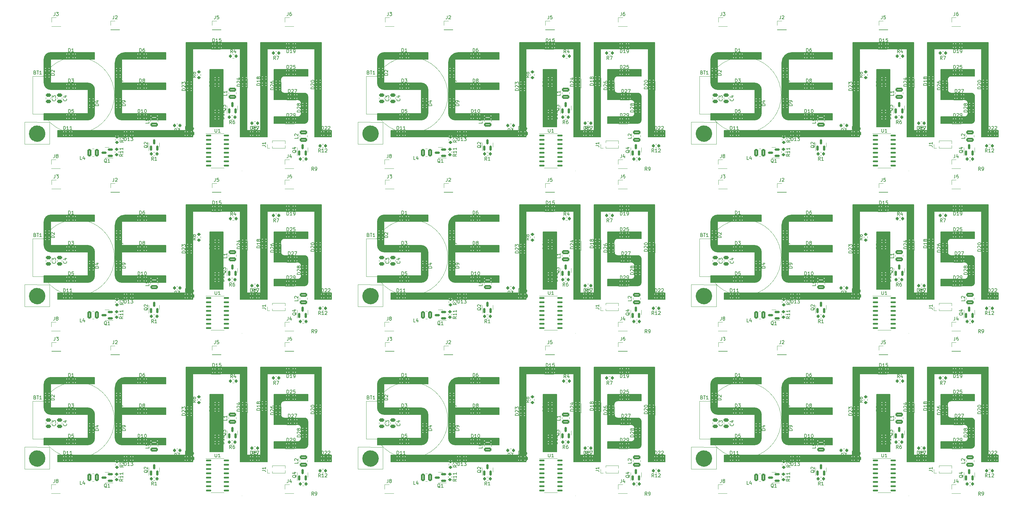
<source format=gto>
%TF.GenerationSoftware,KiCad,Pcbnew,7.0.1-3b83917a11~171~ubuntu20.04.1*%
%TF.CreationDate,2023-10-27T13:40:09+02:00*%
%TF.ProjectId,panel_bottom,70616e65-6c5f-4626-9f74-746f6d2e6b69,rev?*%
%TF.SameCoordinates,PX1ab3f0PY1312d00*%
%TF.FileFunction,Legend,Top*%
%TF.FilePolarity,Positive*%
%FSLAX46Y46*%
G04 Gerber Fmt 4.6, Leading zero omitted, Abs format (unit mm)*
G04 Created by KiCad (PCBNEW 7.0.1-3b83917a11~171~ubuntu20.04.1) date 2023-10-27 13:40:09*
%MOMM*%
%LPD*%
G01*
G04 APERTURE LIST*
G04 Aperture macros list*
%AMRoundRect*
0 Rectangle with rounded corners*
0 $1 Rounding radius*
0 $2 $3 $4 $5 $6 $7 $8 $9 X,Y pos of 4 corners*
0 Add a 4 corners polygon primitive as box body*
4,1,4,$2,$3,$4,$5,$6,$7,$8,$9,$2,$3,0*
0 Add four circle primitives for the rounded corners*
1,1,$1+$1,$2,$3*
1,1,$1+$1,$4,$5*
1,1,$1+$1,$6,$7*
1,1,$1+$1,$8,$9*
0 Add four rect primitives between the rounded corners*
20,1,$1+$1,$2,$3,$4,$5,0*
20,1,$1+$1,$4,$5,$6,$7,0*
20,1,$1+$1,$6,$7,$8,$9,0*
20,1,$1+$1,$8,$9,$2,$3,0*%
G04 Aperture macros list end*
%ADD10C,0.150000*%
%ADD11C,2.414214*%
%ADD12C,0.100000*%
%ADD13C,0.120000*%
%ADD14C,0.500000*%
%ADD15RoundRect,0.243750X0.456250X-0.243750X0.456250X0.243750X-0.456250X0.243750X-0.456250X-0.243750X0*%
%ADD16RoundRect,0.250000X0.850000X-0.375000X0.850000X0.375000X-0.850000X0.375000X-0.850000X-0.375000X0*%
%ADD17RoundRect,0.243750X-0.243750X-0.456250X0.243750X-0.456250X0.243750X0.456250X-0.243750X0.456250X0*%
%ADD18RoundRect,0.150000X0.150000X-0.587500X0.150000X0.587500X-0.150000X0.587500X-0.150000X-0.587500X0*%
%ADD19R,1.700000X1.700000*%
%ADD20RoundRect,0.243750X0.243750X0.456250X-0.243750X0.456250X-0.243750X-0.456250X0.243750X-0.456250X0*%
%ADD21RoundRect,0.243750X-0.456250X0.243750X-0.456250X-0.243750X0.456250X-0.243750X0.456250X0.243750X0*%
%ADD22RoundRect,0.200000X0.275000X-0.200000X0.275000X0.200000X-0.275000X0.200000X-0.275000X-0.200000X0*%
%ADD23R,2.100000X2.100000*%
%ADD24C,2.100000*%
%ADD25RoundRect,0.200000X0.200000X0.275000X-0.200000X0.275000X-0.200000X-0.275000X0.200000X-0.275000X0*%
%ADD26RoundRect,0.250000X-0.475000X0.250000X-0.475000X-0.250000X0.475000X-0.250000X0.475000X0.250000X0*%
%ADD27R,1.000000X0.750000*%
%ADD28RoundRect,0.200000X-0.275000X0.200000X-0.275000X-0.200000X0.275000X-0.200000X0.275000X0.200000X0*%
%ADD29RoundRect,0.250000X0.375000X0.850000X-0.375000X0.850000X-0.375000X-0.850000X0.375000X-0.850000X0*%
%ADD30RoundRect,0.137500X-0.662500X-0.137500X0.662500X-0.137500X0.662500X0.137500X-0.662500X0.137500X0*%
%ADD31RoundRect,0.150000X0.587500X0.150000X-0.587500X0.150000X-0.587500X-0.150000X0.587500X-0.150000X0*%
%ADD32RoundRect,0.200000X-0.200000X-0.275000X0.200000X-0.275000X0.200000X0.275000X-0.200000X0.275000X0*%
%ADD33R,1.000000X1.000000*%
%ADD34O,1.000000X1.000000*%
G04 APERTURE END LIST*
D10*
X75500000Y-10000000D02*
X89500000Y-10000000D01*
X174000000Y-10000000D02*
X188000000Y-10000000D01*
X272500000Y-10000000D02*
X286500000Y-10000000D01*
X75500000Y-58000000D02*
X89500000Y-58000000D01*
X174000000Y-58000000D02*
X188000000Y-58000000D01*
X272500000Y-58000000D02*
X286500000Y-58000000D01*
X75500000Y-106000000D02*
X89500000Y-106000000D01*
X174000000Y-106000000D02*
X188000000Y-106000000D01*
X272500000Y-106000000D02*
X286500000Y-106000000D01*
X13500000Y-36000000D02*
X53500000Y-36000000D01*
X112000000Y-36000000D02*
X152000000Y-36000000D01*
X210500000Y-36000000D02*
X250500000Y-36000000D01*
X13500000Y-84000000D02*
X53500000Y-84000000D01*
X112000000Y-84000000D02*
X152000000Y-84000000D01*
X210500000Y-84000000D02*
X250500000Y-84000000D01*
X13500000Y-132000000D02*
X53500000Y-132000000D01*
X112000000Y-132000000D02*
X152000000Y-132000000D01*
X210500000Y-132000000D02*
X250500000Y-132000000D01*
X24500000Y-13000000D02*
X11500000Y-13000000D01*
X123000000Y-13000000D02*
X110000000Y-13000000D01*
X221500000Y-13000000D02*
X208500000Y-13000000D01*
X24500000Y-61000000D02*
X11500000Y-61000000D01*
X123000000Y-61000000D02*
X110000000Y-61000000D01*
X221500000Y-61000000D02*
X208500000Y-61000000D01*
X24500000Y-109000000D02*
X11500000Y-109000000D01*
X123000000Y-109000000D02*
X110000000Y-109000000D01*
X221500000Y-109000000D02*
X208500000Y-109000000D01*
X77500000Y-30000000D02*
X84500000Y-30000000D01*
X176000000Y-30000000D02*
X183000000Y-30000000D01*
X274500000Y-30000000D02*
X281500000Y-30000000D01*
X77500000Y-78000000D02*
X84500000Y-78000000D01*
X176000000Y-78000000D02*
X183000000Y-78000000D01*
X274500000Y-78000000D02*
X281500000Y-78000000D01*
X77500000Y-126000000D02*
X84500000Y-126000000D01*
X176000000Y-126000000D02*
X183000000Y-126000000D01*
X274500000Y-126000000D02*
X281500000Y-126000000D01*
X80500000Y-23000000D02*
X86500000Y-23000000D01*
X179000000Y-23000000D02*
X185000000Y-23000000D01*
X277500000Y-23000000D02*
X283500000Y-23000000D01*
X80500000Y-71000000D02*
X86500000Y-71000000D01*
X179000000Y-71000000D02*
X185000000Y-71000000D01*
X277500000Y-71000000D02*
X283500000Y-71000000D01*
X80500000Y-119000000D02*
X86500000Y-119000000D01*
X179000000Y-119000000D02*
X185000000Y-119000000D01*
X277500000Y-119000000D02*
X283500000Y-119000000D01*
X30500000Y-29000000D02*
G75*
G03*
X32500000Y-31000000I2000000J0D01*
G01*
X129000000Y-29000000D02*
G75*
G03*
X131000000Y-31000000I2000000J0D01*
G01*
X227500000Y-29000000D02*
G75*
G03*
X229500000Y-31000000I2000000J0D01*
G01*
X30500000Y-77000000D02*
G75*
G03*
X32500000Y-79000000I2000000J0D01*
G01*
X129000000Y-77000000D02*
G75*
G03*
X131000000Y-79000000I2000000J0D01*
G01*
X227500000Y-77000000D02*
G75*
G03*
X229500000Y-79000000I2000000J0D01*
G01*
X30500000Y-125000000D02*
G75*
G03*
X32500000Y-127000000I2000000J0D01*
G01*
X129000000Y-125000000D02*
G75*
G03*
X131000000Y-127000000I2000000J0D01*
G01*
X227500000Y-125000000D02*
G75*
G03*
X229500000Y-127000000I2000000J0D01*
G01*
X87500000Y-24000000D02*
G75*
G03*
X86500000Y-23000000I-1000000J0D01*
G01*
X186000000Y-24000000D02*
G75*
G03*
X185000000Y-23000000I-1000000J0D01*
G01*
X284500000Y-24000000D02*
G75*
G03*
X283500000Y-23000000I-1000000J0D01*
G01*
X87500000Y-72000000D02*
G75*
G03*
X86500000Y-71000000I-1000000J0D01*
G01*
X186000000Y-72000000D02*
G75*
G03*
X185000000Y-71000000I-1000000J0D01*
G01*
X284500000Y-72000000D02*
G75*
G03*
X283500000Y-71000000I-1000000J0D01*
G01*
X87500000Y-120000000D02*
G75*
G03*
X86500000Y-119000000I-1000000J0D01*
G01*
X186000000Y-120000000D02*
G75*
G03*
X185000000Y-119000000I-1000000J0D01*
G01*
X284500000Y-120000000D02*
G75*
G03*
X283500000Y-119000000I-1000000J0D01*
G01*
X86500000Y-32000000D02*
G75*
G03*
X87500000Y-31000000I0J1000000D01*
G01*
X185000000Y-32000000D02*
G75*
G03*
X186000000Y-31000000I0J1000000D01*
G01*
X283500000Y-32000000D02*
G75*
G03*
X284500000Y-31000000I0J1000000D01*
G01*
X86500000Y-80000000D02*
G75*
G03*
X87500000Y-79000000I0J1000000D01*
G01*
X185000000Y-80000000D02*
G75*
G03*
X186000000Y-79000000I0J1000000D01*
G01*
X283500000Y-80000000D02*
G75*
G03*
X284500000Y-79000000I0J1000000D01*
G01*
X86500000Y-128000000D02*
G75*
G03*
X87500000Y-127000000I0J1000000D01*
G01*
X185000000Y-128000000D02*
G75*
G03*
X186000000Y-127000000I0J1000000D01*
G01*
X283500000Y-128000000D02*
G75*
G03*
X284500000Y-127000000I0J1000000D01*
G01*
X32500000Y-22000000D02*
X32500000Y-29000000D01*
X131000000Y-22000000D02*
X131000000Y-29000000D01*
X229500000Y-22000000D02*
X229500000Y-29000000D01*
X32500000Y-70000000D02*
X32500000Y-77000000D01*
X131000000Y-70000000D02*
X131000000Y-77000000D01*
X229500000Y-70000000D02*
X229500000Y-77000000D01*
X32500000Y-118000000D02*
X32500000Y-125000000D01*
X131000000Y-118000000D02*
X131000000Y-125000000D01*
X229500000Y-118000000D02*
X229500000Y-125000000D01*
X11500000Y-11000000D02*
G75*
G03*
X9500000Y-13000000I0J-2000000D01*
G01*
X110000000Y-11000000D02*
G75*
G03*
X108000000Y-13000000I0J-2000000D01*
G01*
X208500000Y-11000000D02*
G75*
G03*
X206500000Y-13000000I0J-2000000D01*
G01*
X11500000Y-59000000D02*
G75*
G03*
X9500000Y-61000000I0J-2000000D01*
G01*
X110000000Y-59000000D02*
G75*
G03*
X108000000Y-61000000I0J-2000000D01*
G01*
X208500000Y-59000000D02*
G75*
G03*
X206500000Y-61000000I0J-2000000D01*
G01*
X11500000Y-107000000D02*
G75*
G03*
X9500000Y-109000000I0J-2000000D01*
G01*
X110000000Y-107000000D02*
G75*
G03*
X108000000Y-109000000I0J-2000000D01*
G01*
X208500000Y-107000000D02*
G75*
G03*
X206500000Y-109000000I0J-2000000D01*
G01*
X13500000Y-34000000D02*
X13500000Y-36000000D01*
X112000000Y-34000000D02*
X112000000Y-36000000D01*
X210500000Y-34000000D02*
X210500000Y-36000000D01*
X13500000Y-82000000D02*
X13500000Y-84000000D01*
X112000000Y-82000000D02*
X112000000Y-84000000D01*
X210500000Y-82000000D02*
X210500000Y-84000000D01*
X13500000Y-130000000D02*
X13500000Y-132000000D01*
X112000000Y-130000000D02*
X112000000Y-132000000D01*
X210500000Y-130000000D02*
X210500000Y-132000000D01*
X69500000Y-34000000D02*
X73500000Y-34000000D01*
X168000000Y-34000000D02*
X172000000Y-34000000D01*
X266500000Y-34000000D02*
X270500000Y-34000000D01*
X69500000Y-82000000D02*
X73500000Y-82000000D01*
X168000000Y-82000000D02*
X172000000Y-82000000D01*
X266500000Y-82000000D02*
X270500000Y-82000000D01*
X69500000Y-130000000D02*
X73500000Y-130000000D01*
X168000000Y-130000000D02*
X172000000Y-130000000D01*
X266500000Y-130000000D02*
X270500000Y-130000000D01*
X89500000Y-36000000D02*
X94500000Y-36000000D01*
X188000000Y-36000000D02*
X193000000Y-36000000D01*
X286500000Y-36000000D02*
X291500000Y-36000000D01*
X89500000Y-84000000D02*
X94500000Y-84000000D01*
X188000000Y-84000000D02*
X193000000Y-84000000D01*
X286500000Y-84000000D02*
X291500000Y-84000000D01*
X89500000Y-132000000D02*
X94500000Y-132000000D01*
X188000000Y-132000000D02*
X193000000Y-132000000D01*
X286500000Y-132000000D02*
X291500000Y-132000000D01*
X51500000Y-8000000D02*
X51500000Y-34000000D01*
X150000000Y-8000000D02*
X150000000Y-34000000D01*
X248500000Y-8000000D02*
X248500000Y-34000000D01*
X51500000Y-56000000D02*
X51500000Y-82000000D01*
X150000000Y-56000000D02*
X150000000Y-82000000D01*
X248500000Y-56000000D02*
X248500000Y-82000000D01*
X51500000Y-104000000D02*
X51500000Y-130000000D01*
X150000000Y-104000000D02*
X150000000Y-130000000D01*
X248500000Y-104000000D02*
X248500000Y-130000000D01*
X84500000Y-30000000D02*
G75*
G03*
X85500000Y-29000000I0J1000000D01*
G01*
X183000000Y-30000000D02*
G75*
G03*
X184000000Y-29000000I0J1000000D01*
G01*
X281500000Y-30000000D02*
G75*
G03*
X282500000Y-29000000I0J1000000D01*
G01*
X84500000Y-78000000D02*
G75*
G03*
X85500000Y-77000000I0J1000000D01*
G01*
X183000000Y-78000000D02*
G75*
G03*
X184000000Y-77000000I0J1000000D01*
G01*
X281500000Y-78000000D02*
G75*
G03*
X282500000Y-77000000I0J1000000D01*
G01*
X84500000Y-126000000D02*
G75*
G03*
X85500000Y-125000000I0J1000000D01*
G01*
X183000000Y-126000000D02*
G75*
G03*
X184000000Y-125000000I0J1000000D01*
G01*
X281500000Y-126000000D02*
G75*
G03*
X282500000Y-125000000I0J1000000D01*
G01*
X67500000Y-36000000D02*
X75500000Y-36000000D01*
X166000000Y-36000000D02*
X174000000Y-36000000D01*
X264500000Y-36000000D02*
X272500000Y-36000000D01*
X67500000Y-84000000D02*
X75500000Y-84000000D01*
X166000000Y-84000000D02*
X174000000Y-84000000D01*
X264500000Y-84000000D02*
X272500000Y-84000000D01*
X67500000Y-132000000D02*
X75500000Y-132000000D01*
X166000000Y-132000000D02*
X174000000Y-132000000D01*
X264500000Y-132000000D02*
X272500000Y-132000000D01*
X69500000Y-8000000D02*
X52500000Y-8000000D01*
X168000000Y-8000000D02*
X151000000Y-8000000D01*
X266500000Y-8000000D02*
X249500000Y-8000000D01*
X69500000Y-56000000D02*
X52500000Y-56000000D01*
X168000000Y-56000000D02*
X151000000Y-56000000D01*
X266500000Y-56000000D02*
X249500000Y-56000000D01*
X69500000Y-104000000D02*
X52500000Y-104000000D01*
X168000000Y-104000000D02*
X151000000Y-104000000D01*
X266500000Y-104000000D02*
X249500000Y-104000000D01*
X45500000Y-11000000D02*
X45500000Y-13000000D01*
X144000000Y-11000000D02*
X144000000Y-13000000D01*
X242500000Y-11000000D02*
X242500000Y-13000000D01*
X45500000Y-59000000D02*
X45500000Y-61000000D01*
X144000000Y-59000000D02*
X144000000Y-61000000D01*
X242500000Y-59000000D02*
X242500000Y-61000000D01*
X45500000Y-107000000D02*
X45500000Y-109000000D01*
X144000000Y-107000000D02*
X144000000Y-109000000D01*
X242500000Y-107000000D02*
X242500000Y-109000000D01*
X77500000Y-25000000D02*
X77500000Y-16000000D01*
X176000000Y-25000000D02*
X176000000Y-16000000D01*
X274500000Y-25000000D02*
X274500000Y-16000000D01*
X77500000Y-73000000D02*
X77500000Y-64000000D01*
X176000000Y-73000000D02*
X176000000Y-64000000D01*
X274500000Y-73000000D02*
X274500000Y-64000000D01*
X77500000Y-121000000D02*
X77500000Y-112000000D01*
X176000000Y-121000000D02*
X176000000Y-112000000D01*
X274500000Y-121000000D02*
X274500000Y-112000000D01*
X22500000Y-31000000D02*
G75*
G03*
X24500000Y-29000000I0J2000000D01*
G01*
X121000000Y-31000000D02*
G75*
G03*
X123000000Y-29000000I0J2000000D01*
G01*
X219500000Y-31000000D02*
G75*
G03*
X221500000Y-29000000I0J2000000D01*
G01*
X22500000Y-79000000D02*
G75*
G03*
X24500000Y-77000000I0J2000000D01*
G01*
X121000000Y-79000000D02*
G75*
G03*
X123000000Y-77000000I0J2000000D01*
G01*
X219500000Y-79000000D02*
G75*
G03*
X221500000Y-77000000I0J2000000D01*
G01*
X22500000Y-127000000D02*
G75*
G03*
X24500000Y-125000000I0J2000000D01*
G01*
X121000000Y-127000000D02*
G75*
G03*
X123000000Y-125000000I0J2000000D01*
G01*
X219500000Y-127000000D02*
G75*
G03*
X221500000Y-125000000I0J2000000D01*
G01*
X87500000Y-16000000D02*
X87500000Y-18000000D01*
X186000000Y-16000000D02*
X186000000Y-18000000D01*
X284500000Y-16000000D02*
X284500000Y-18000000D01*
X87500000Y-64000000D02*
X87500000Y-66000000D01*
X186000000Y-64000000D02*
X186000000Y-66000000D01*
X284500000Y-64000000D02*
X284500000Y-66000000D01*
X87500000Y-112000000D02*
X87500000Y-114000000D01*
X186000000Y-112000000D02*
X186000000Y-114000000D01*
X284500000Y-112000000D02*
X284500000Y-114000000D01*
X32500000Y-31000000D02*
X45500000Y-31000000D01*
X131000000Y-31000000D02*
X144000000Y-31000000D01*
X229500000Y-31000000D02*
X242500000Y-31000000D01*
X32500000Y-79000000D02*
X45500000Y-79000000D01*
X131000000Y-79000000D02*
X144000000Y-79000000D01*
X229500000Y-79000000D02*
X242500000Y-79000000D01*
X32500000Y-127000000D02*
X45500000Y-127000000D01*
X131000000Y-127000000D02*
X144000000Y-127000000D01*
X229500000Y-127000000D02*
X242500000Y-127000000D01*
X58500000Y-33000000D02*
X62500000Y-33000000D01*
X157000000Y-33000000D02*
X161000000Y-33000000D01*
X255500000Y-33000000D02*
X259500000Y-33000000D01*
X58500000Y-81000000D02*
X62500000Y-81000000D01*
X157000000Y-81000000D02*
X161000000Y-81000000D01*
X255500000Y-81000000D02*
X259500000Y-81000000D01*
X58500000Y-129000000D02*
X62500000Y-129000000D01*
X157000000Y-129000000D02*
X161000000Y-129000000D01*
X255500000Y-129000000D02*
X259500000Y-129000000D01*
X24500000Y-22000000D02*
G75*
G03*
X22500000Y-20000000I-2000000J0D01*
G01*
X123000000Y-22000000D02*
G75*
G03*
X121000000Y-20000000I-2000000J0D01*
G01*
X221500000Y-22000000D02*
G75*
G03*
X219500000Y-20000000I-2000000J0D01*
G01*
X24500000Y-70000000D02*
G75*
G03*
X22500000Y-68000000I-2000000J0D01*
G01*
X123000000Y-70000000D02*
G75*
G03*
X121000000Y-68000000I-2000000J0D01*
G01*
X221500000Y-70000000D02*
G75*
G03*
X219500000Y-68000000I-2000000J0D01*
G01*
X24500000Y-118000000D02*
G75*
G03*
X22500000Y-116000000I-2000000J0D01*
G01*
X123000000Y-118000000D02*
G75*
G03*
X121000000Y-116000000I-2000000J0D01*
G01*
X221500000Y-118000000D02*
G75*
G03*
X219500000Y-116000000I-2000000J0D01*
G01*
X32500000Y-13000000D02*
X45500000Y-13000000D01*
X131000000Y-13000000D02*
X144000000Y-13000000D01*
X229500000Y-13000000D02*
X242500000Y-13000000D01*
X32500000Y-61000000D02*
X45500000Y-61000000D01*
X131000000Y-61000000D02*
X144000000Y-61000000D01*
X229500000Y-61000000D02*
X242500000Y-61000000D01*
X32500000Y-109000000D02*
X45500000Y-109000000D01*
X131000000Y-109000000D02*
X144000000Y-109000000D01*
X229500000Y-109000000D02*
X242500000Y-109000000D01*
X62500000Y-16000000D02*
X58500000Y-16000000D01*
X161000000Y-16000000D02*
X157000000Y-16000000D01*
X259500000Y-16000000D02*
X255500000Y-16000000D01*
X62500000Y-64000000D02*
X58500000Y-64000000D01*
X161000000Y-64000000D02*
X157000000Y-64000000D01*
X259500000Y-64000000D02*
X255500000Y-64000000D01*
X62500000Y-112000000D02*
X58500000Y-112000000D01*
X161000000Y-112000000D02*
X157000000Y-112000000D01*
X259500000Y-112000000D02*
X255500000Y-112000000D01*
X86500000Y-32000000D02*
X77500000Y-32000000D01*
X185000000Y-32000000D02*
X176000000Y-32000000D01*
X283500000Y-32000000D02*
X274500000Y-32000000D01*
X86500000Y-80000000D02*
X77500000Y-80000000D01*
X185000000Y-80000000D02*
X176000000Y-80000000D01*
X283500000Y-80000000D02*
X274500000Y-80000000D01*
X86500000Y-128000000D02*
X77500000Y-128000000D01*
X185000000Y-128000000D02*
X176000000Y-128000000D01*
X283500000Y-128000000D02*
X274500000Y-128000000D01*
X67500000Y-10000000D02*
X67500000Y-36000000D01*
X166000000Y-10000000D02*
X166000000Y-36000000D01*
X264500000Y-10000000D02*
X264500000Y-36000000D01*
X67500000Y-58000000D02*
X67500000Y-84000000D01*
X166000000Y-58000000D02*
X166000000Y-84000000D01*
X264500000Y-58000000D02*
X264500000Y-84000000D01*
X67500000Y-106000000D02*
X67500000Y-132000000D01*
X166000000Y-106000000D02*
X166000000Y-132000000D01*
X264500000Y-106000000D02*
X264500000Y-132000000D01*
X9500000Y-20000000D02*
X9500000Y-18000000D01*
X108000000Y-20000000D02*
X108000000Y-18000000D01*
X206500000Y-20000000D02*
X206500000Y-18000000D01*
X9500000Y-68000000D02*
X9500000Y-66000000D01*
X108000000Y-68000000D02*
X108000000Y-66000000D01*
X206500000Y-68000000D02*
X206500000Y-66000000D01*
X9500000Y-116000000D02*
X9500000Y-114000000D01*
X108000000Y-116000000D02*
X108000000Y-114000000D01*
X206500000Y-116000000D02*
X206500000Y-114000000D01*
X32500000Y-20000000D02*
X32500000Y-13000000D01*
X131000000Y-20000000D02*
X131000000Y-13000000D01*
X229500000Y-20000000D02*
X229500000Y-13000000D01*
X32500000Y-68000000D02*
X32500000Y-61000000D01*
X131000000Y-68000000D02*
X131000000Y-61000000D01*
X229500000Y-68000000D02*
X229500000Y-61000000D01*
X32500000Y-116000000D02*
X32500000Y-109000000D01*
X131000000Y-116000000D02*
X131000000Y-109000000D01*
X229500000Y-116000000D02*
X229500000Y-109000000D01*
X9500000Y-13000000D02*
X9500000Y-20000000D01*
X108000000Y-13000000D02*
X108000000Y-20000000D01*
X206500000Y-13000000D02*
X206500000Y-20000000D01*
X9500000Y-61000000D02*
X9500000Y-68000000D01*
X108000000Y-61000000D02*
X108000000Y-68000000D01*
X206500000Y-61000000D02*
X206500000Y-68000000D01*
X9500000Y-109000000D02*
X9500000Y-116000000D01*
X108000000Y-109000000D02*
X108000000Y-116000000D01*
X206500000Y-109000000D02*
X206500000Y-116000000D01*
X94500000Y-34000000D02*
X91500000Y-34000000D01*
X193000000Y-34000000D02*
X190000000Y-34000000D01*
X291500000Y-34000000D02*
X288500000Y-34000000D01*
X94500000Y-82000000D02*
X91500000Y-82000000D01*
X193000000Y-82000000D02*
X190000000Y-82000000D01*
X291500000Y-82000000D02*
X288500000Y-82000000D01*
X94500000Y-130000000D02*
X91500000Y-130000000D01*
X193000000Y-130000000D02*
X190000000Y-130000000D01*
X291500000Y-130000000D02*
X288500000Y-130000000D01*
X32500000Y-20000000D02*
X45500000Y-20000000D01*
X131000000Y-20000000D02*
X144000000Y-20000000D01*
X229500000Y-20000000D02*
X242500000Y-20000000D01*
X32500000Y-68000000D02*
X45500000Y-68000000D01*
X131000000Y-68000000D02*
X144000000Y-68000000D01*
X229500000Y-68000000D02*
X242500000Y-68000000D01*
X32500000Y-116000000D02*
X45500000Y-116000000D01*
X131000000Y-116000000D02*
X144000000Y-116000000D01*
X229500000Y-116000000D02*
X242500000Y-116000000D01*
X79500000Y-22000000D02*
G75*
G03*
X80500000Y-23000000I1000000J0D01*
G01*
X178000000Y-22000000D02*
G75*
G03*
X179000000Y-23000000I1000000J0D01*
G01*
X276500000Y-22000000D02*
G75*
G03*
X277500000Y-23000000I1000000J0D01*
G01*
X79500000Y-70000000D02*
G75*
G03*
X80500000Y-71000000I1000000J0D01*
G01*
X178000000Y-70000000D02*
G75*
G03*
X179000000Y-71000000I1000000J0D01*
G01*
X276500000Y-70000000D02*
G75*
G03*
X277500000Y-71000000I1000000J0D01*
G01*
X79500000Y-118000000D02*
G75*
G03*
X80500000Y-119000000I1000000J0D01*
G01*
X178000000Y-118000000D02*
G75*
G03*
X179000000Y-119000000I1000000J0D01*
G01*
X276500000Y-118000000D02*
G75*
G03*
X277500000Y-119000000I1000000J0D01*
G01*
X24500000Y-11000000D02*
X11500000Y-11000000D01*
X123000000Y-11000000D02*
X110000000Y-11000000D01*
X221500000Y-11000000D02*
X208500000Y-11000000D01*
X24500000Y-59000000D02*
X11500000Y-59000000D01*
X123000000Y-59000000D02*
X110000000Y-59000000D01*
X221500000Y-59000000D02*
X208500000Y-59000000D01*
X24500000Y-107000000D02*
X11500000Y-107000000D01*
X123000000Y-107000000D02*
X110000000Y-107000000D01*
X221500000Y-107000000D02*
X208500000Y-107000000D01*
X85500000Y-26000000D02*
G75*
G03*
X84500000Y-25000000I-1000000J0D01*
G01*
X184000000Y-26000000D02*
G75*
G03*
X183000000Y-25000000I-1000000J0D01*
G01*
X282500000Y-26000000D02*
G75*
G03*
X281500000Y-25000000I-1000000J0D01*
G01*
X85500000Y-74000000D02*
G75*
G03*
X84500000Y-73000000I-1000000J0D01*
G01*
X184000000Y-74000000D02*
G75*
G03*
X183000000Y-73000000I-1000000J0D01*
G01*
X282500000Y-74000000D02*
G75*
G03*
X281500000Y-73000000I-1000000J0D01*
G01*
X85500000Y-122000000D02*
G75*
G03*
X84500000Y-121000000I-1000000J0D01*
G01*
X184000000Y-122000000D02*
G75*
G03*
X183000000Y-121000000I-1000000J0D01*
G01*
X282500000Y-122000000D02*
G75*
G03*
X281500000Y-121000000I-1000000J0D01*
G01*
X80500000Y-18000000D02*
G75*
G03*
X79500000Y-19000000I0J-1000000D01*
G01*
X179000000Y-18000000D02*
G75*
G03*
X178000000Y-19000000I0J-1000000D01*
G01*
X277500000Y-18000000D02*
G75*
G03*
X276500000Y-19000000I0J-1000000D01*
G01*
X80500000Y-66000000D02*
G75*
G03*
X79500000Y-67000000I0J-1000000D01*
G01*
X179000000Y-66000000D02*
G75*
G03*
X178000000Y-67000000I0J-1000000D01*
G01*
X277500000Y-66000000D02*
G75*
G03*
X276500000Y-67000000I0J-1000000D01*
G01*
X80500000Y-114000000D02*
G75*
G03*
X79500000Y-115000000I0J-1000000D01*
G01*
X179000000Y-114000000D02*
G75*
G03*
X178000000Y-115000000I0J-1000000D01*
G01*
X277500000Y-114000000D02*
G75*
G03*
X276500000Y-115000000I0J-1000000D01*
G01*
X69500000Y-34000000D02*
X69500000Y-8000000D01*
X168000000Y-34000000D02*
X168000000Y-8000000D01*
X266500000Y-34000000D02*
X266500000Y-8000000D01*
X69500000Y-82000000D02*
X69500000Y-56000000D01*
X168000000Y-82000000D02*
X168000000Y-56000000D01*
X266500000Y-82000000D02*
X266500000Y-56000000D01*
X69500000Y-130000000D02*
X69500000Y-104000000D01*
X168000000Y-130000000D02*
X168000000Y-104000000D01*
X266500000Y-130000000D02*
X266500000Y-104000000D01*
X24500000Y-22000000D02*
X24500000Y-29000000D01*
X123000000Y-22000000D02*
X123000000Y-29000000D01*
X221500000Y-22000000D02*
X221500000Y-29000000D01*
X24500000Y-70000000D02*
X24500000Y-77000000D01*
X123000000Y-70000000D02*
X123000000Y-77000000D01*
X221500000Y-70000000D02*
X221500000Y-77000000D01*
X24500000Y-118000000D02*
X24500000Y-125000000D01*
X123000000Y-118000000D02*
X123000000Y-125000000D01*
X221500000Y-118000000D02*
X221500000Y-125000000D01*
X51500000Y-34000000D02*
X13500000Y-34000000D01*
X150000000Y-34000000D02*
X112000000Y-34000000D01*
X248500000Y-34000000D02*
X210500000Y-34000000D01*
X51500000Y-82000000D02*
X13500000Y-82000000D01*
X150000000Y-82000000D02*
X112000000Y-82000000D01*
X248500000Y-82000000D02*
X210500000Y-82000000D01*
X51500000Y-130000000D02*
X13500000Y-130000000D01*
X150000000Y-130000000D02*
X112000000Y-130000000D01*
X248500000Y-130000000D02*
X210500000Y-130000000D01*
X58500000Y-16000000D02*
X58500000Y-33000000D01*
X157000000Y-16000000D02*
X157000000Y-33000000D01*
X255500000Y-16000000D02*
X255500000Y-33000000D01*
X58500000Y-64000000D02*
X58500000Y-81000000D01*
X157000000Y-64000000D02*
X157000000Y-81000000D01*
X255500000Y-64000000D02*
X255500000Y-81000000D01*
X58500000Y-112000000D02*
X58500000Y-129000000D01*
X157000000Y-112000000D02*
X157000000Y-129000000D01*
X255500000Y-112000000D02*
X255500000Y-129000000D01*
X45500000Y-29000000D02*
X45500000Y-31000000D01*
X144000000Y-29000000D02*
X144000000Y-31000000D01*
X242500000Y-29000000D02*
X242500000Y-31000000D01*
X45500000Y-77000000D02*
X45500000Y-79000000D01*
X144000000Y-77000000D02*
X144000000Y-79000000D01*
X242500000Y-77000000D02*
X242500000Y-79000000D01*
X45500000Y-125000000D02*
X45500000Y-127000000D01*
X144000000Y-125000000D02*
X144000000Y-127000000D01*
X242500000Y-125000000D02*
X242500000Y-127000000D01*
X53500000Y-36000000D02*
X53500000Y-10000000D01*
X152000000Y-36000000D02*
X152000000Y-10000000D01*
X250500000Y-36000000D02*
X250500000Y-10000000D01*
X53500000Y-84000000D02*
X53500000Y-58000000D01*
X152000000Y-84000000D02*
X152000000Y-58000000D01*
X250500000Y-84000000D02*
X250500000Y-58000000D01*
X53500000Y-132000000D02*
X53500000Y-106000000D01*
X152000000Y-132000000D02*
X152000000Y-106000000D01*
X250500000Y-132000000D02*
X250500000Y-106000000D01*
X77500000Y-16000000D02*
X87500000Y-16000000D01*
X176000000Y-16000000D02*
X186000000Y-16000000D01*
X274500000Y-16000000D02*
X284500000Y-16000000D01*
X77500000Y-64000000D02*
X87500000Y-64000000D01*
X176000000Y-64000000D02*
X186000000Y-64000000D01*
X274500000Y-64000000D02*
X284500000Y-64000000D01*
X77500000Y-112000000D02*
X87500000Y-112000000D01*
X176000000Y-112000000D02*
X186000000Y-112000000D01*
X274500000Y-112000000D02*
X284500000Y-112000000D01*
X84500000Y-25000000D02*
X77500000Y-25000000D01*
X183000000Y-25000000D02*
X176000000Y-25000000D01*
X281500000Y-25000000D02*
X274500000Y-25000000D01*
X84500000Y-73000000D02*
X77500000Y-73000000D01*
X183000000Y-73000000D02*
X176000000Y-73000000D01*
X281500000Y-73000000D02*
X274500000Y-73000000D01*
X84500000Y-121000000D02*
X77500000Y-121000000D01*
X183000000Y-121000000D02*
X176000000Y-121000000D01*
X281500000Y-121000000D02*
X274500000Y-121000000D01*
X11500000Y-20000000D02*
X22500000Y-20000000D01*
X110000000Y-20000000D02*
X121000000Y-20000000D01*
X208500000Y-20000000D02*
X219500000Y-20000000D01*
X11500000Y-68000000D02*
X22500000Y-68000000D01*
X110000000Y-68000000D02*
X121000000Y-68000000D01*
X208500000Y-68000000D02*
X219500000Y-68000000D01*
X11500000Y-116000000D02*
X22500000Y-116000000D01*
X110000000Y-116000000D02*
X121000000Y-116000000D01*
X208500000Y-116000000D02*
X219500000Y-116000000D01*
X11500000Y-13000000D02*
X11500000Y-20000000D01*
X110000000Y-13000000D02*
X110000000Y-20000000D01*
X208500000Y-13000000D02*
X208500000Y-20000000D01*
X11500000Y-61000000D02*
X11500000Y-68000000D01*
X110000000Y-61000000D02*
X110000000Y-68000000D01*
X208500000Y-61000000D02*
X208500000Y-68000000D01*
X11500000Y-109000000D02*
X11500000Y-116000000D01*
X110000000Y-109000000D02*
X110000000Y-116000000D01*
X208500000Y-109000000D02*
X208500000Y-116000000D01*
X91500000Y-8000000D02*
X73500000Y-8000000D01*
X190000000Y-8000000D02*
X172000000Y-8000000D01*
X288500000Y-8000000D02*
X270500000Y-8000000D01*
X91500000Y-56000000D02*
X73500000Y-56000000D01*
X190000000Y-56000000D02*
X172000000Y-56000000D01*
X288500000Y-56000000D02*
X270500000Y-56000000D01*
X91500000Y-104000000D02*
X73500000Y-104000000D01*
X190000000Y-104000000D02*
X172000000Y-104000000D01*
X288500000Y-104000000D02*
X270500000Y-104000000D01*
X75500000Y-36000000D02*
X75500000Y-10000000D01*
X174000000Y-36000000D02*
X174000000Y-10000000D01*
X272500000Y-36000000D02*
X272500000Y-10000000D01*
X75500000Y-84000000D02*
X75500000Y-58000000D01*
X174000000Y-84000000D02*
X174000000Y-58000000D01*
X272500000Y-84000000D02*
X272500000Y-58000000D01*
X75500000Y-132000000D02*
X75500000Y-106000000D01*
X272500000Y-132000000D02*
X272500000Y-106000000D01*
X174000000Y-132000000D02*
X174000000Y-106000000D01*
X87500000Y-24000000D02*
X87500000Y-31000000D01*
X186000000Y-24000000D02*
X186000000Y-31000000D01*
X284500000Y-24000000D02*
X284500000Y-31000000D01*
X87500000Y-72000000D02*
X87500000Y-79000000D01*
X186000000Y-72000000D02*
X186000000Y-79000000D01*
X284500000Y-72000000D02*
X284500000Y-79000000D01*
X87500000Y-120000000D02*
X87500000Y-127000000D01*
X284500000Y-120000000D02*
X284500000Y-127000000D01*
X186000000Y-120000000D02*
X186000000Y-127000000D01*
X91500000Y-34000000D02*
X91500000Y-8000000D01*
X190000000Y-34000000D02*
X190000000Y-8000000D01*
X288500000Y-34000000D02*
X288500000Y-8000000D01*
X91500000Y-82000000D02*
X91500000Y-56000000D01*
X190000000Y-82000000D02*
X190000000Y-56000000D01*
X288500000Y-82000000D02*
X288500000Y-56000000D01*
X91500000Y-130000000D02*
X91500000Y-104000000D01*
X288500000Y-130000000D02*
X288500000Y-104000000D01*
X190000000Y-130000000D02*
X190000000Y-104000000D01*
X9500000Y-29000000D02*
X9500000Y-31000000D01*
X108000000Y-29000000D02*
X108000000Y-31000000D01*
X206500000Y-29000000D02*
X206500000Y-31000000D01*
X9500000Y-77000000D02*
X9500000Y-79000000D01*
X108000000Y-77000000D02*
X108000000Y-79000000D01*
X206500000Y-77000000D02*
X206500000Y-79000000D01*
X9500000Y-125000000D02*
X9500000Y-127000000D01*
X206500000Y-125000000D02*
X206500000Y-127000000D01*
X108000000Y-125000000D02*
X108000000Y-127000000D01*
X32500000Y-29000000D02*
X45500000Y-29000000D01*
X131000000Y-29000000D02*
X144000000Y-29000000D01*
X229500000Y-29000000D02*
X242500000Y-29000000D01*
X32500000Y-77000000D02*
X45500000Y-77000000D01*
X131000000Y-77000000D02*
X144000000Y-77000000D01*
X229500000Y-77000000D02*
X242500000Y-77000000D01*
X32500000Y-125000000D02*
X45500000Y-125000000D01*
X229500000Y-125000000D02*
X242500000Y-125000000D01*
X131000000Y-125000000D02*
X144000000Y-125000000D01*
X53500000Y-10000000D02*
X67500000Y-10000000D01*
X152000000Y-10000000D02*
X166000000Y-10000000D01*
X250500000Y-10000000D02*
X264500000Y-10000000D01*
X53500000Y-58000000D02*
X67500000Y-58000000D01*
X152000000Y-58000000D02*
X166000000Y-58000000D01*
X250500000Y-58000000D02*
X264500000Y-58000000D01*
X53500000Y-106000000D02*
X67500000Y-106000000D01*
X250500000Y-106000000D02*
X264500000Y-106000000D01*
X152000000Y-106000000D02*
X166000000Y-106000000D01*
X33500000Y-11000000D02*
G75*
G03*
X30500000Y-14000000I0J-3000000D01*
G01*
X132000000Y-11000000D02*
G75*
G03*
X129000000Y-14000000I0J-3000000D01*
G01*
X230500000Y-11000000D02*
G75*
G03*
X227500000Y-14000000I0J-3000000D01*
G01*
X33500000Y-59000000D02*
G75*
G03*
X30500000Y-62000000I0J-3000000D01*
G01*
X132000000Y-59000000D02*
G75*
G03*
X129000000Y-62000000I0J-3000000D01*
G01*
X230500000Y-59000000D02*
G75*
G03*
X227500000Y-62000000I0J-3000000D01*
G01*
X33500000Y-107000000D02*
G75*
G03*
X30500000Y-110000000I0J-3000000D01*
G01*
X230500000Y-107000000D02*
G75*
G03*
X227500000Y-110000000I0J-3000000D01*
G01*
X132000000Y-107000000D02*
G75*
G03*
X129000000Y-110000000I0J-3000000D01*
G01*
X52500000Y-8000000D02*
X51500000Y-8000000D01*
X151000000Y-8000000D02*
X150000000Y-8000000D01*
X249500000Y-8000000D02*
X248500000Y-8000000D01*
X52500000Y-56000000D02*
X51500000Y-56000000D01*
X151000000Y-56000000D02*
X150000000Y-56000000D01*
X249500000Y-56000000D02*
X248500000Y-56000000D01*
X52500000Y-104000000D02*
X51500000Y-104000000D01*
X249500000Y-104000000D02*
X248500000Y-104000000D01*
X151000000Y-104000000D02*
X150000000Y-104000000D01*
X9500000Y-31000000D02*
X22500000Y-31000000D01*
X108000000Y-31000000D02*
X121000000Y-31000000D01*
X206500000Y-31000000D02*
X219500000Y-31000000D01*
X9500000Y-79000000D02*
X22500000Y-79000000D01*
X108000000Y-79000000D02*
X121000000Y-79000000D01*
X206500000Y-79000000D02*
X219500000Y-79000000D01*
X9500000Y-127000000D02*
X22500000Y-127000000D01*
X206500000Y-127000000D02*
X219500000Y-127000000D01*
X108000000Y-127000000D02*
X121000000Y-127000000D01*
X62500000Y-33000000D02*
X62500000Y-16000000D01*
X161000000Y-33000000D02*
X161000000Y-16000000D01*
X259500000Y-33000000D02*
X259500000Y-16000000D01*
X62500000Y-81000000D02*
X62500000Y-64000000D01*
X161000000Y-81000000D02*
X161000000Y-64000000D01*
X259500000Y-81000000D02*
X259500000Y-64000000D01*
X62500000Y-129000000D02*
X62500000Y-112000000D01*
X259500000Y-129000000D02*
X259500000Y-112000000D01*
X161000000Y-129000000D02*
X161000000Y-112000000D01*
X30500000Y-14000000D02*
X30500000Y-29000000D01*
X129000000Y-14000000D02*
X129000000Y-29000000D01*
X227500000Y-14000000D02*
X227500000Y-29000000D01*
X30500000Y-62000000D02*
X30500000Y-77000000D01*
X129000000Y-62000000D02*
X129000000Y-77000000D01*
X227500000Y-62000000D02*
X227500000Y-77000000D01*
X30500000Y-110000000D02*
X30500000Y-125000000D01*
X227500000Y-110000000D02*
X227500000Y-125000000D01*
X129000000Y-110000000D02*
X129000000Y-125000000D01*
X89500000Y-10000000D02*
X89500000Y-36000000D01*
X188000000Y-10000000D02*
X188000000Y-36000000D01*
X286500000Y-10000000D02*
X286500000Y-36000000D01*
X89500000Y-58000000D02*
X89500000Y-84000000D01*
X188000000Y-58000000D02*
X188000000Y-84000000D01*
X286500000Y-58000000D02*
X286500000Y-84000000D01*
X89500000Y-106000000D02*
X89500000Y-132000000D01*
X286500000Y-106000000D02*
X286500000Y-132000000D01*
X188000000Y-106000000D02*
X188000000Y-132000000D01*
X22500000Y-22000000D02*
X22500000Y-29000000D01*
X121000000Y-22000000D02*
X121000000Y-29000000D01*
X219500000Y-22000000D02*
X219500000Y-29000000D01*
X22500000Y-70000000D02*
X22500000Y-77000000D01*
X121000000Y-70000000D02*
X121000000Y-77000000D01*
X219500000Y-70000000D02*
X219500000Y-77000000D01*
X22500000Y-118000000D02*
X22500000Y-125000000D01*
X219500000Y-118000000D02*
X219500000Y-125000000D01*
X121000000Y-118000000D02*
X121000000Y-125000000D01*
D11*
X8707107Y-35000000D02*
G75*
G03*
X8707107Y-35000000I-1207107J0D01*
G01*
X107207107Y-35000000D02*
G75*
G03*
X107207107Y-35000000I-1207107J0D01*
G01*
X205707107Y-35000000D02*
G75*
G03*
X205707107Y-35000000I-1207107J0D01*
G01*
X8707107Y-83000000D02*
G75*
G03*
X8707107Y-83000000I-1207107J0D01*
G01*
X107207107Y-83000000D02*
G75*
G03*
X107207107Y-83000000I-1207107J0D01*
G01*
X205707107Y-83000000D02*
G75*
G03*
X205707107Y-83000000I-1207107J0D01*
G01*
X8707107Y-131000000D02*
G75*
G03*
X8707107Y-131000000I-1207107J0D01*
G01*
X205707107Y-131000000D02*
G75*
G03*
X205707107Y-131000000I-1207107J0D01*
G01*
X107207107Y-131000000D02*
G75*
G03*
X107207107Y-131000000I-1207107J0D01*
G01*
D10*
X45500000Y-11000000D02*
X33500000Y-11000000D01*
X144000000Y-11000000D02*
X132000000Y-11000000D01*
X242500000Y-11000000D02*
X230500000Y-11000000D01*
X45500000Y-59000000D02*
X33500000Y-59000000D01*
X144000000Y-59000000D02*
X132000000Y-59000000D01*
X242500000Y-59000000D02*
X230500000Y-59000000D01*
X45500000Y-107000000D02*
X33500000Y-107000000D01*
X242500000Y-107000000D02*
X230500000Y-107000000D01*
X144000000Y-107000000D02*
X132000000Y-107000000D01*
X9500000Y-20000000D02*
G75*
G03*
X11500000Y-22000000I2000000J0D01*
G01*
X108000000Y-20000000D02*
G75*
G03*
X110000000Y-22000000I2000000J0D01*
G01*
X206500000Y-20000000D02*
G75*
G03*
X208500000Y-22000000I2000000J0D01*
G01*
X9500000Y-68000000D02*
G75*
G03*
X11500000Y-70000000I2000000J0D01*
G01*
X108000000Y-68000000D02*
G75*
G03*
X110000000Y-70000000I2000000J0D01*
G01*
X206500000Y-68000000D02*
G75*
G03*
X208500000Y-70000000I2000000J0D01*
G01*
X9500000Y-116000000D02*
G75*
G03*
X11500000Y-118000000I2000000J0D01*
G01*
X206500000Y-116000000D02*
G75*
G03*
X208500000Y-118000000I2000000J0D01*
G01*
X108000000Y-116000000D02*
G75*
G03*
X110000000Y-118000000I2000000J0D01*
G01*
X45500000Y-20000000D02*
X45500000Y-22000000D01*
X144000000Y-20000000D02*
X144000000Y-22000000D01*
X242500000Y-20000000D02*
X242500000Y-22000000D01*
X45500000Y-68000000D02*
X45500000Y-70000000D01*
X144000000Y-68000000D02*
X144000000Y-70000000D01*
X242500000Y-68000000D02*
X242500000Y-70000000D01*
X45500000Y-116000000D02*
X45500000Y-118000000D01*
X242500000Y-116000000D02*
X242500000Y-118000000D01*
X144000000Y-116000000D02*
X144000000Y-118000000D01*
X73500000Y-34000000D02*
X73500000Y-8000000D01*
X172000000Y-34000000D02*
X172000000Y-8000000D01*
X270500000Y-34000000D02*
X270500000Y-8000000D01*
X73500000Y-82000000D02*
X73500000Y-56000000D01*
X172000000Y-82000000D02*
X172000000Y-56000000D01*
X270500000Y-82000000D02*
X270500000Y-56000000D01*
X73500000Y-130000000D02*
X73500000Y-104000000D01*
X270500000Y-130000000D02*
X270500000Y-104000000D01*
X172000000Y-130000000D02*
X172000000Y-104000000D01*
X22500000Y-29000000D02*
X9500000Y-29000000D01*
X121000000Y-29000000D02*
X108000000Y-29000000D01*
X219500000Y-29000000D02*
X206500000Y-29000000D01*
X22500000Y-77000000D02*
X9500000Y-77000000D01*
X121000000Y-77000000D02*
X108000000Y-77000000D01*
X219500000Y-77000000D02*
X206500000Y-77000000D01*
X22500000Y-125000000D02*
X9500000Y-125000000D01*
X219500000Y-125000000D02*
X206500000Y-125000000D01*
X121000000Y-125000000D02*
X108000000Y-125000000D01*
X24500000Y-11000000D02*
X24500000Y-13000000D01*
X123000000Y-11000000D02*
X123000000Y-13000000D01*
X221500000Y-11000000D02*
X221500000Y-13000000D01*
X24500000Y-59000000D02*
X24500000Y-61000000D01*
X123000000Y-59000000D02*
X123000000Y-61000000D01*
X221500000Y-59000000D02*
X221500000Y-61000000D01*
X24500000Y-107000000D02*
X24500000Y-109000000D01*
X123000000Y-107000000D02*
X123000000Y-109000000D01*
X221500000Y-107000000D02*
X221500000Y-109000000D01*
X77500000Y-32000000D02*
X77500000Y-30000000D01*
X176000000Y-32000000D02*
X176000000Y-30000000D01*
X274500000Y-32000000D02*
X274500000Y-30000000D01*
X77500000Y-80000000D02*
X77500000Y-78000000D01*
X176000000Y-80000000D02*
X176000000Y-78000000D01*
X274500000Y-80000000D02*
X274500000Y-78000000D01*
X77500000Y-128000000D02*
X77500000Y-126000000D01*
X176000000Y-128000000D02*
X176000000Y-126000000D01*
X274500000Y-128000000D02*
X274500000Y-126000000D01*
X85500000Y-29000000D02*
X85500000Y-26000000D01*
X184000000Y-29000000D02*
X184000000Y-26000000D01*
X282500000Y-29000000D02*
X282500000Y-26000000D01*
X85500000Y-77000000D02*
X85500000Y-74000000D01*
X184000000Y-77000000D02*
X184000000Y-74000000D01*
X282500000Y-77000000D02*
X282500000Y-74000000D01*
X85500000Y-125000000D02*
X85500000Y-122000000D01*
X184000000Y-125000000D02*
X184000000Y-122000000D01*
X282500000Y-125000000D02*
X282500000Y-122000000D01*
X22500000Y-22000000D02*
X11500000Y-22000000D01*
X121000000Y-22000000D02*
X110000000Y-22000000D01*
X219500000Y-22000000D02*
X208500000Y-22000000D01*
X22500000Y-70000000D02*
X11500000Y-70000000D01*
X121000000Y-70000000D02*
X110000000Y-70000000D01*
X219500000Y-70000000D02*
X208500000Y-70000000D01*
X22500000Y-118000000D02*
X11500000Y-118000000D01*
X121000000Y-118000000D02*
X110000000Y-118000000D01*
X219500000Y-118000000D02*
X208500000Y-118000000D01*
X87500000Y-18000000D02*
X80500000Y-18000000D01*
X186000000Y-18000000D02*
X179000000Y-18000000D01*
X284500000Y-18000000D02*
X277500000Y-18000000D01*
X87500000Y-66000000D02*
X80500000Y-66000000D01*
X186000000Y-66000000D02*
X179000000Y-66000000D01*
X284500000Y-66000000D02*
X277500000Y-66000000D01*
X87500000Y-114000000D02*
X80500000Y-114000000D01*
X186000000Y-114000000D02*
X179000000Y-114000000D01*
X284500000Y-114000000D02*
X277500000Y-114000000D01*
D12*
X68000000Y-46000000D02*
X68000000Y-46000000D01*
X166500000Y-46000000D02*
X166500000Y-46000000D01*
X265000000Y-46000000D02*
X265000000Y-46000000D01*
X68000000Y-94000000D02*
X68000000Y-94000000D01*
X166500000Y-94000000D02*
X166500000Y-94000000D01*
X265000000Y-94000000D02*
X265000000Y-94000000D01*
X68000000Y-142000000D02*
X68000000Y-142000000D01*
X166500000Y-142000000D02*
X166500000Y-142000000D01*
X265000000Y-142000000D02*
X265000000Y-142000000D01*
D10*
X94500000Y-36000000D02*
X94500000Y-34000000D01*
X193000000Y-36000000D02*
X193000000Y-34000000D01*
X291500000Y-36000000D02*
X291500000Y-34000000D01*
X94500000Y-84000000D02*
X94500000Y-82000000D01*
X193000000Y-84000000D02*
X193000000Y-82000000D01*
X291500000Y-84000000D02*
X291500000Y-82000000D01*
X94500000Y-132000000D02*
X94500000Y-130000000D01*
X193000000Y-132000000D02*
X193000000Y-130000000D01*
X291500000Y-132000000D02*
X291500000Y-130000000D01*
X79500000Y-19000000D02*
X79500000Y-22000000D01*
X178000000Y-19000000D02*
X178000000Y-22000000D01*
X276500000Y-19000000D02*
X276500000Y-22000000D01*
X79500000Y-67000000D02*
X79500000Y-70000000D01*
X178000000Y-67000000D02*
X178000000Y-70000000D01*
X276500000Y-67000000D02*
X276500000Y-70000000D01*
X79500000Y-115000000D02*
X79500000Y-118000000D01*
X178000000Y-115000000D02*
X178000000Y-118000000D01*
X276500000Y-115000000D02*
X276500000Y-118000000D01*
X32500000Y-22000000D02*
X45500000Y-22000000D01*
X131000000Y-22000000D02*
X144000000Y-22000000D01*
X229500000Y-22000000D02*
X242500000Y-22000000D01*
X32500000Y-70000000D02*
X45500000Y-70000000D01*
X131000000Y-70000000D02*
X144000000Y-70000000D01*
X229500000Y-70000000D02*
X242500000Y-70000000D01*
X32500000Y-118000000D02*
X45500000Y-118000000D01*
X131000000Y-118000000D02*
X144000000Y-118000000D01*
X229500000Y-118000000D02*
X242500000Y-118000000D01*
%TO.C,D21*%
X59404619Y-20972285D02*
X58404619Y-20972285D01*
X58404619Y-20972285D02*
X58404619Y-20734190D01*
X58404619Y-20734190D02*
X58452238Y-20591333D01*
X58452238Y-20591333D02*
X58547476Y-20496095D01*
X58547476Y-20496095D02*
X58642714Y-20448476D01*
X58642714Y-20448476D02*
X58833190Y-20400857D01*
X58833190Y-20400857D02*
X58976047Y-20400857D01*
X58976047Y-20400857D02*
X59166523Y-20448476D01*
X59166523Y-20448476D02*
X59261761Y-20496095D01*
X59261761Y-20496095D02*
X59357000Y-20591333D01*
X59357000Y-20591333D02*
X59404619Y-20734190D01*
X59404619Y-20734190D02*
X59404619Y-20972285D01*
X58499857Y-20019904D02*
X58452238Y-19972285D01*
X58452238Y-19972285D02*
X58404619Y-19877047D01*
X58404619Y-19877047D02*
X58404619Y-19638952D01*
X58404619Y-19638952D02*
X58452238Y-19543714D01*
X58452238Y-19543714D02*
X58499857Y-19496095D01*
X58499857Y-19496095D02*
X58595095Y-19448476D01*
X58595095Y-19448476D02*
X58690333Y-19448476D01*
X58690333Y-19448476D02*
X58833190Y-19496095D01*
X58833190Y-19496095D02*
X59404619Y-20067523D01*
X59404619Y-20067523D02*
X59404619Y-19448476D01*
X59404619Y-18496095D02*
X59404619Y-19067523D01*
X59404619Y-18781809D02*
X58404619Y-18781809D01*
X58404619Y-18781809D02*
X58547476Y-18877047D01*
X58547476Y-18877047D02*
X58642714Y-18972285D01*
X58642714Y-18972285D02*
X58690333Y-19067523D01*
X157904619Y-20972285D02*
X156904619Y-20972285D01*
X156904619Y-20972285D02*
X156904619Y-20734190D01*
X156904619Y-20734190D02*
X156952238Y-20591333D01*
X156952238Y-20591333D02*
X157047476Y-20496095D01*
X157047476Y-20496095D02*
X157142714Y-20448476D01*
X157142714Y-20448476D02*
X157333190Y-20400857D01*
X157333190Y-20400857D02*
X157476047Y-20400857D01*
X157476047Y-20400857D02*
X157666523Y-20448476D01*
X157666523Y-20448476D02*
X157761761Y-20496095D01*
X157761761Y-20496095D02*
X157857000Y-20591333D01*
X157857000Y-20591333D02*
X157904619Y-20734190D01*
X157904619Y-20734190D02*
X157904619Y-20972285D01*
X156999857Y-20019904D02*
X156952238Y-19972285D01*
X156952238Y-19972285D02*
X156904619Y-19877047D01*
X156904619Y-19877047D02*
X156904619Y-19638952D01*
X156904619Y-19638952D02*
X156952238Y-19543714D01*
X156952238Y-19543714D02*
X156999857Y-19496095D01*
X156999857Y-19496095D02*
X157095095Y-19448476D01*
X157095095Y-19448476D02*
X157190333Y-19448476D01*
X157190333Y-19448476D02*
X157333190Y-19496095D01*
X157333190Y-19496095D02*
X157904619Y-20067523D01*
X157904619Y-20067523D02*
X157904619Y-19448476D01*
X157904619Y-18496095D02*
X157904619Y-19067523D01*
X157904619Y-18781809D02*
X156904619Y-18781809D01*
X156904619Y-18781809D02*
X157047476Y-18877047D01*
X157047476Y-18877047D02*
X157142714Y-18972285D01*
X157142714Y-18972285D02*
X157190333Y-19067523D01*
X256404619Y-20972285D02*
X255404619Y-20972285D01*
X255404619Y-20972285D02*
X255404619Y-20734190D01*
X255404619Y-20734190D02*
X255452238Y-20591333D01*
X255452238Y-20591333D02*
X255547476Y-20496095D01*
X255547476Y-20496095D02*
X255642714Y-20448476D01*
X255642714Y-20448476D02*
X255833190Y-20400857D01*
X255833190Y-20400857D02*
X255976047Y-20400857D01*
X255976047Y-20400857D02*
X256166523Y-20448476D01*
X256166523Y-20448476D02*
X256261761Y-20496095D01*
X256261761Y-20496095D02*
X256357000Y-20591333D01*
X256357000Y-20591333D02*
X256404619Y-20734190D01*
X256404619Y-20734190D02*
X256404619Y-20972285D01*
X255499857Y-20019904D02*
X255452238Y-19972285D01*
X255452238Y-19972285D02*
X255404619Y-19877047D01*
X255404619Y-19877047D02*
X255404619Y-19638952D01*
X255404619Y-19638952D02*
X255452238Y-19543714D01*
X255452238Y-19543714D02*
X255499857Y-19496095D01*
X255499857Y-19496095D02*
X255595095Y-19448476D01*
X255595095Y-19448476D02*
X255690333Y-19448476D01*
X255690333Y-19448476D02*
X255833190Y-19496095D01*
X255833190Y-19496095D02*
X256404619Y-20067523D01*
X256404619Y-20067523D02*
X256404619Y-19448476D01*
X256404619Y-18496095D02*
X256404619Y-19067523D01*
X256404619Y-18781809D02*
X255404619Y-18781809D01*
X255404619Y-18781809D02*
X255547476Y-18877047D01*
X255547476Y-18877047D02*
X255642714Y-18972285D01*
X255642714Y-18972285D02*
X255690333Y-19067523D01*
X59404619Y-68972285D02*
X58404619Y-68972285D01*
X58404619Y-68972285D02*
X58404619Y-68734190D01*
X58404619Y-68734190D02*
X58452238Y-68591333D01*
X58452238Y-68591333D02*
X58547476Y-68496095D01*
X58547476Y-68496095D02*
X58642714Y-68448476D01*
X58642714Y-68448476D02*
X58833190Y-68400857D01*
X58833190Y-68400857D02*
X58976047Y-68400857D01*
X58976047Y-68400857D02*
X59166523Y-68448476D01*
X59166523Y-68448476D02*
X59261761Y-68496095D01*
X59261761Y-68496095D02*
X59357000Y-68591333D01*
X59357000Y-68591333D02*
X59404619Y-68734190D01*
X59404619Y-68734190D02*
X59404619Y-68972285D01*
X58499857Y-68019904D02*
X58452238Y-67972285D01*
X58452238Y-67972285D02*
X58404619Y-67877047D01*
X58404619Y-67877047D02*
X58404619Y-67638952D01*
X58404619Y-67638952D02*
X58452238Y-67543714D01*
X58452238Y-67543714D02*
X58499857Y-67496095D01*
X58499857Y-67496095D02*
X58595095Y-67448476D01*
X58595095Y-67448476D02*
X58690333Y-67448476D01*
X58690333Y-67448476D02*
X58833190Y-67496095D01*
X58833190Y-67496095D02*
X59404619Y-68067523D01*
X59404619Y-68067523D02*
X59404619Y-67448476D01*
X59404619Y-66496095D02*
X59404619Y-67067523D01*
X59404619Y-66781809D02*
X58404619Y-66781809D01*
X58404619Y-66781809D02*
X58547476Y-66877047D01*
X58547476Y-66877047D02*
X58642714Y-66972285D01*
X58642714Y-66972285D02*
X58690333Y-67067523D01*
X157904619Y-68972285D02*
X156904619Y-68972285D01*
X156904619Y-68972285D02*
X156904619Y-68734190D01*
X156904619Y-68734190D02*
X156952238Y-68591333D01*
X156952238Y-68591333D02*
X157047476Y-68496095D01*
X157047476Y-68496095D02*
X157142714Y-68448476D01*
X157142714Y-68448476D02*
X157333190Y-68400857D01*
X157333190Y-68400857D02*
X157476047Y-68400857D01*
X157476047Y-68400857D02*
X157666523Y-68448476D01*
X157666523Y-68448476D02*
X157761761Y-68496095D01*
X157761761Y-68496095D02*
X157857000Y-68591333D01*
X157857000Y-68591333D02*
X157904619Y-68734190D01*
X157904619Y-68734190D02*
X157904619Y-68972285D01*
X156999857Y-68019904D02*
X156952238Y-67972285D01*
X156952238Y-67972285D02*
X156904619Y-67877047D01*
X156904619Y-67877047D02*
X156904619Y-67638952D01*
X156904619Y-67638952D02*
X156952238Y-67543714D01*
X156952238Y-67543714D02*
X156999857Y-67496095D01*
X156999857Y-67496095D02*
X157095095Y-67448476D01*
X157095095Y-67448476D02*
X157190333Y-67448476D01*
X157190333Y-67448476D02*
X157333190Y-67496095D01*
X157333190Y-67496095D02*
X157904619Y-68067523D01*
X157904619Y-68067523D02*
X157904619Y-67448476D01*
X157904619Y-66496095D02*
X157904619Y-67067523D01*
X157904619Y-66781809D02*
X156904619Y-66781809D01*
X156904619Y-66781809D02*
X157047476Y-66877047D01*
X157047476Y-66877047D02*
X157142714Y-66972285D01*
X157142714Y-66972285D02*
X157190333Y-67067523D01*
X256404619Y-68972285D02*
X255404619Y-68972285D01*
X255404619Y-68972285D02*
X255404619Y-68734190D01*
X255404619Y-68734190D02*
X255452238Y-68591333D01*
X255452238Y-68591333D02*
X255547476Y-68496095D01*
X255547476Y-68496095D02*
X255642714Y-68448476D01*
X255642714Y-68448476D02*
X255833190Y-68400857D01*
X255833190Y-68400857D02*
X255976047Y-68400857D01*
X255976047Y-68400857D02*
X256166523Y-68448476D01*
X256166523Y-68448476D02*
X256261761Y-68496095D01*
X256261761Y-68496095D02*
X256357000Y-68591333D01*
X256357000Y-68591333D02*
X256404619Y-68734190D01*
X256404619Y-68734190D02*
X256404619Y-68972285D01*
X255499857Y-68019904D02*
X255452238Y-67972285D01*
X255452238Y-67972285D02*
X255404619Y-67877047D01*
X255404619Y-67877047D02*
X255404619Y-67638952D01*
X255404619Y-67638952D02*
X255452238Y-67543714D01*
X255452238Y-67543714D02*
X255499857Y-67496095D01*
X255499857Y-67496095D02*
X255595095Y-67448476D01*
X255595095Y-67448476D02*
X255690333Y-67448476D01*
X255690333Y-67448476D02*
X255833190Y-67496095D01*
X255833190Y-67496095D02*
X256404619Y-68067523D01*
X256404619Y-68067523D02*
X256404619Y-67448476D01*
X256404619Y-66496095D02*
X256404619Y-67067523D01*
X256404619Y-66781809D02*
X255404619Y-66781809D01*
X255404619Y-66781809D02*
X255547476Y-66877047D01*
X255547476Y-66877047D02*
X255642714Y-66972285D01*
X255642714Y-66972285D02*
X255690333Y-67067523D01*
X59404619Y-116972285D02*
X58404619Y-116972285D01*
X58404619Y-116972285D02*
X58404619Y-116734190D01*
X58404619Y-116734190D02*
X58452238Y-116591333D01*
X58452238Y-116591333D02*
X58547476Y-116496095D01*
X58547476Y-116496095D02*
X58642714Y-116448476D01*
X58642714Y-116448476D02*
X58833190Y-116400857D01*
X58833190Y-116400857D02*
X58976047Y-116400857D01*
X58976047Y-116400857D02*
X59166523Y-116448476D01*
X59166523Y-116448476D02*
X59261761Y-116496095D01*
X59261761Y-116496095D02*
X59357000Y-116591333D01*
X59357000Y-116591333D02*
X59404619Y-116734190D01*
X59404619Y-116734190D02*
X59404619Y-116972285D01*
X58499857Y-116019904D02*
X58452238Y-115972285D01*
X58452238Y-115972285D02*
X58404619Y-115877047D01*
X58404619Y-115877047D02*
X58404619Y-115638952D01*
X58404619Y-115638952D02*
X58452238Y-115543714D01*
X58452238Y-115543714D02*
X58499857Y-115496095D01*
X58499857Y-115496095D02*
X58595095Y-115448476D01*
X58595095Y-115448476D02*
X58690333Y-115448476D01*
X58690333Y-115448476D02*
X58833190Y-115496095D01*
X58833190Y-115496095D02*
X59404619Y-116067523D01*
X59404619Y-116067523D02*
X59404619Y-115448476D01*
X59404619Y-114496095D02*
X59404619Y-115067523D01*
X59404619Y-114781809D02*
X58404619Y-114781809D01*
X58404619Y-114781809D02*
X58547476Y-114877047D01*
X58547476Y-114877047D02*
X58642714Y-114972285D01*
X58642714Y-114972285D02*
X58690333Y-115067523D01*
X157904619Y-116972285D02*
X156904619Y-116972285D01*
X156904619Y-116972285D02*
X156904619Y-116734190D01*
X156904619Y-116734190D02*
X156952238Y-116591333D01*
X156952238Y-116591333D02*
X157047476Y-116496095D01*
X157047476Y-116496095D02*
X157142714Y-116448476D01*
X157142714Y-116448476D02*
X157333190Y-116400857D01*
X157333190Y-116400857D02*
X157476047Y-116400857D01*
X157476047Y-116400857D02*
X157666523Y-116448476D01*
X157666523Y-116448476D02*
X157761761Y-116496095D01*
X157761761Y-116496095D02*
X157857000Y-116591333D01*
X157857000Y-116591333D02*
X157904619Y-116734190D01*
X157904619Y-116734190D02*
X157904619Y-116972285D01*
X156999857Y-116019904D02*
X156952238Y-115972285D01*
X156952238Y-115972285D02*
X156904619Y-115877047D01*
X156904619Y-115877047D02*
X156904619Y-115638952D01*
X156904619Y-115638952D02*
X156952238Y-115543714D01*
X156952238Y-115543714D02*
X156999857Y-115496095D01*
X156999857Y-115496095D02*
X157095095Y-115448476D01*
X157095095Y-115448476D02*
X157190333Y-115448476D01*
X157190333Y-115448476D02*
X157333190Y-115496095D01*
X157333190Y-115496095D02*
X157904619Y-116067523D01*
X157904619Y-116067523D02*
X157904619Y-115448476D01*
X157904619Y-114496095D02*
X157904619Y-115067523D01*
X157904619Y-114781809D02*
X156904619Y-114781809D01*
X156904619Y-114781809D02*
X157047476Y-114877047D01*
X157047476Y-114877047D02*
X157142714Y-114972285D01*
X157142714Y-114972285D02*
X157190333Y-115067523D01*
X256404619Y-116972285D02*
X255404619Y-116972285D01*
X255404619Y-116972285D02*
X255404619Y-116734190D01*
X255404619Y-116734190D02*
X255452238Y-116591333D01*
X255452238Y-116591333D02*
X255547476Y-116496095D01*
X255547476Y-116496095D02*
X255642714Y-116448476D01*
X255642714Y-116448476D02*
X255833190Y-116400857D01*
X255833190Y-116400857D02*
X255976047Y-116400857D01*
X255976047Y-116400857D02*
X256166523Y-116448476D01*
X256166523Y-116448476D02*
X256261761Y-116496095D01*
X256261761Y-116496095D02*
X256357000Y-116591333D01*
X256357000Y-116591333D02*
X256404619Y-116734190D01*
X256404619Y-116734190D02*
X256404619Y-116972285D01*
X255499857Y-116019904D02*
X255452238Y-115972285D01*
X255452238Y-115972285D02*
X255404619Y-115877047D01*
X255404619Y-115877047D02*
X255404619Y-115638952D01*
X255404619Y-115638952D02*
X255452238Y-115543714D01*
X255452238Y-115543714D02*
X255499857Y-115496095D01*
X255499857Y-115496095D02*
X255595095Y-115448476D01*
X255595095Y-115448476D02*
X255690333Y-115448476D01*
X255690333Y-115448476D02*
X255833190Y-115496095D01*
X255833190Y-115496095D02*
X256404619Y-116067523D01*
X256404619Y-116067523D02*
X256404619Y-115448476D01*
X256404619Y-114496095D02*
X256404619Y-115067523D01*
X256404619Y-114781809D02*
X255404619Y-114781809D01*
X255404619Y-114781809D02*
X255547476Y-114877047D01*
X255547476Y-114877047D02*
X255642714Y-114972285D01*
X255642714Y-114972285D02*
X255690333Y-115067523D01*
%TO.C,L2*%
X281566619Y-83902666D02*
X281566619Y-84378856D01*
X281566619Y-84378856D02*
X280566619Y-84378856D01*
X280661857Y-83616951D02*
X280614238Y-83569332D01*
X280614238Y-83569332D02*
X280566619Y-83474094D01*
X280566619Y-83474094D02*
X280566619Y-83235999D01*
X280566619Y-83235999D02*
X280614238Y-83140761D01*
X280614238Y-83140761D02*
X280661857Y-83093142D01*
X280661857Y-83093142D02*
X280757095Y-83045523D01*
X280757095Y-83045523D02*
X280852333Y-83045523D01*
X280852333Y-83045523D02*
X280995190Y-83093142D01*
X280995190Y-83093142D02*
X281566619Y-83664570D01*
X281566619Y-83664570D02*
X281566619Y-83045523D01*
X84566619Y-131902666D02*
X84566619Y-132378856D01*
X84566619Y-132378856D02*
X83566619Y-132378856D01*
X83661857Y-131616951D02*
X83614238Y-131569332D01*
X83614238Y-131569332D02*
X83566619Y-131474094D01*
X83566619Y-131474094D02*
X83566619Y-131235999D01*
X83566619Y-131235999D02*
X83614238Y-131140761D01*
X83614238Y-131140761D02*
X83661857Y-131093142D01*
X83661857Y-131093142D02*
X83757095Y-131045523D01*
X83757095Y-131045523D02*
X83852333Y-131045523D01*
X83852333Y-131045523D02*
X83995190Y-131093142D01*
X83995190Y-131093142D02*
X84566619Y-131664570D01*
X84566619Y-131664570D02*
X84566619Y-131045523D01*
X183066619Y-131902666D02*
X183066619Y-132378856D01*
X183066619Y-132378856D02*
X182066619Y-132378856D01*
X182161857Y-131616951D02*
X182114238Y-131569332D01*
X182114238Y-131569332D02*
X182066619Y-131474094D01*
X182066619Y-131474094D02*
X182066619Y-131235999D01*
X182066619Y-131235999D02*
X182114238Y-131140761D01*
X182114238Y-131140761D02*
X182161857Y-131093142D01*
X182161857Y-131093142D02*
X182257095Y-131045523D01*
X182257095Y-131045523D02*
X182352333Y-131045523D01*
X182352333Y-131045523D02*
X182495190Y-131093142D01*
X182495190Y-131093142D02*
X183066619Y-131664570D01*
X183066619Y-131664570D02*
X183066619Y-131045523D01*
X281566619Y-131902666D02*
X281566619Y-132378856D01*
X281566619Y-132378856D02*
X280566619Y-132378856D01*
X280661857Y-131616951D02*
X280614238Y-131569332D01*
X280614238Y-131569332D02*
X280566619Y-131474094D01*
X280566619Y-131474094D02*
X280566619Y-131235999D01*
X280566619Y-131235999D02*
X280614238Y-131140761D01*
X280614238Y-131140761D02*
X280661857Y-131093142D01*
X280661857Y-131093142D02*
X280757095Y-131045523D01*
X280757095Y-131045523D02*
X280852333Y-131045523D01*
X280852333Y-131045523D02*
X280995190Y-131093142D01*
X280995190Y-131093142D02*
X281566619Y-131664570D01*
X281566619Y-131664570D02*
X281566619Y-131045523D01*
X84566619Y-35902666D02*
X84566619Y-36378856D01*
X84566619Y-36378856D02*
X83566619Y-36378856D01*
X83661857Y-35616951D02*
X83614238Y-35569332D01*
X83614238Y-35569332D02*
X83566619Y-35474094D01*
X83566619Y-35474094D02*
X83566619Y-35235999D01*
X83566619Y-35235999D02*
X83614238Y-35140761D01*
X83614238Y-35140761D02*
X83661857Y-35093142D01*
X83661857Y-35093142D02*
X83757095Y-35045523D01*
X83757095Y-35045523D02*
X83852333Y-35045523D01*
X83852333Y-35045523D02*
X83995190Y-35093142D01*
X83995190Y-35093142D02*
X84566619Y-35664570D01*
X84566619Y-35664570D02*
X84566619Y-35045523D01*
X183066619Y-35902666D02*
X183066619Y-36378856D01*
X183066619Y-36378856D02*
X182066619Y-36378856D01*
X182161857Y-35616951D02*
X182114238Y-35569332D01*
X182114238Y-35569332D02*
X182066619Y-35474094D01*
X182066619Y-35474094D02*
X182066619Y-35235999D01*
X182066619Y-35235999D02*
X182114238Y-35140761D01*
X182114238Y-35140761D02*
X182161857Y-35093142D01*
X182161857Y-35093142D02*
X182257095Y-35045523D01*
X182257095Y-35045523D02*
X182352333Y-35045523D01*
X182352333Y-35045523D02*
X182495190Y-35093142D01*
X182495190Y-35093142D02*
X183066619Y-35664570D01*
X183066619Y-35664570D02*
X183066619Y-35045523D01*
X281566619Y-35902666D02*
X281566619Y-36378856D01*
X281566619Y-36378856D02*
X280566619Y-36378856D01*
X280661857Y-35616951D02*
X280614238Y-35569332D01*
X280614238Y-35569332D02*
X280566619Y-35474094D01*
X280566619Y-35474094D02*
X280566619Y-35235999D01*
X280566619Y-35235999D02*
X280614238Y-35140761D01*
X280614238Y-35140761D02*
X280661857Y-35093142D01*
X280661857Y-35093142D02*
X280757095Y-35045523D01*
X280757095Y-35045523D02*
X280852333Y-35045523D01*
X280852333Y-35045523D02*
X280995190Y-35093142D01*
X280995190Y-35093142D02*
X281566619Y-35664570D01*
X281566619Y-35664570D02*
X281566619Y-35045523D01*
X84566619Y-83902666D02*
X84566619Y-84378856D01*
X84566619Y-84378856D02*
X83566619Y-84378856D01*
X83661857Y-83616951D02*
X83614238Y-83569332D01*
X83614238Y-83569332D02*
X83566619Y-83474094D01*
X83566619Y-83474094D02*
X83566619Y-83235999D01*
X83566619Y-83235999D02*
X83614238Y-83140761D01*
X83614238Y-83140761D02*
X83661857Y-83093142D01*
X83661857Y-83093142D02*
X83757095Y-83045523D01*
X83757095Y-83045523D02*
X83852333Y-83045523D01*
X83852333Y-83045523D02*
X83995190Y-83093142D01*
X83995190Y-83093142D02*
X84566619Y-83664570D01*
X84566619Y-83664570D02*
X84566619Y-83045523D01*
X183066619Y-83902666D02*
X183066619Y-84378856D01*
X183066619Y-84378856D02*
X182066619Y-84378856D01*
X182161857Y-83616951D02*
X182114238Y-83569332D01*
X182114238Y-83569332D02*
X182066619Y-83474094D01*
X182066619Y-83474094D02*
X182066619Y-83235999D01*
X182066619Y-83235999D02*
X182114238Y-83140761D01*
X182114238Y-83140761D02*
X182161857Y-83093142D01*
X182161857Y-83093142D02*
X182257095Y-83045523D01*
X182257095Y-83045523D02*
X182352333Y-83045523D01*
X182352333Y-83045523D02*
X182495190Y-83093142D01*
X182495190Y-83093142D02*
X183066619Y-83664570D01*
X183066619Y-83664570D02*
X183066619Y-83045523D01*
%TO.C,D22*%
X91557214Y-33810619D02*
X91557214Y-32810619D01*
X91557214Y-32810619D02*
X91795309Y-32810619D01*
X91795309Y-32810619D02*
X91938166Y-32858238D01*
X91938166Y-32858238D02*
X92033404Y-32953476D01*
X92033404Y-32953476D02*
X92081023Y-33048714D01*
X92081023Y-33048714D02*
X92128642Y-33239190D01*
X92128642Y-33239190D02*
X92128642Y-33382047D01*
X92128642Y-33382047D02*
X92081023Y-33572523D01*
X92081023Y-33572523D02*
X92033404Y-33667761D01*
X92033404Y-33667761D02*
X91938166Y-33763000D01*
X91938166Y-33763000D02*
X91795309Y-33810619D01*
X91795309Y-33810619D02*
X91557214Y-33810619D01*
X92509595Y-32905857D02*
X92557214Y-32858238D01*
X92557214Y-32858238D02*
X92652452Y-32810619D01*
X92652452Y-32810619D02*
X92890547Y-32810619D01*
X92890547Y-32810619D02*
X92985785Y-32858238D01*
X92985785Y-32858238D02*
X93033404Y-32905857D01*
X93033404Y-32905857D02*
X93081023Y-33001095D01*
X93081023Y-33001095D02*
X93081023Y-33096333D01*
X93081023Y-33096333D02*
X93033404Y-33239190D01*
X93033404Y-33239190D02*
X92461976Y-33810619D01*
X92461976Y-33810619D02*
X93081023Y-33810619D01*
X93461976Y-32905857D02*
X93509595Y-32858238D01*
X93509595Y-32858238D02*
X93604833Y-32810619D01*
X93604833Y-32810619D02*
X93842928Y-32810619D01*
X93842928Y-32810619D02*
X93938166Y-32858238D01*
X93938166Y-32858238D02*
X93985785Y-32905857D01*
X93985785Y-32905857D02*
X94033404Y-33001095D01*
X94033404Y-33001095D02*
X94033404Y-33096333D01*
X94033404Y-33096333D02*
X93985785Y-33239190D01*
X93985785Y-33239190D02*
X93414357Y-33810619D01*
X93414357Y-33810619D02*
X94033404Y-33810619D01*
X190057214Y-33810619D02*
X190057214Y-32810619D01*
X190057214Y-32810619D02*
X190295309Y-32810619D01*
X190295309Y-32810619D02*
X190438166Y-32858238D01*
X190438166Y-32858238D02*
X190533404Y-32953476D01*
X190533404Y-32953476D02*
X190581023Y-33048714D01*
X190581023Y-33048714D02*
X190628642Y-33239190D01*
X190628642Y-33239190D02*
X190628642Y-33382047D01*
X190628642Y-33382047D02*
X190581023Y-33572523D01*
X190581023Y-33572523D02*
X190533404Y-33667761D01*
X190533404Y-33667761D02*
X190438166Y-33763000D01*
X190438166Y-33763000D02*
X190295309Y-33810619D01*
X190295309Y-33810619D02*
X190057214Y-33810619D01*
X191009595Y-32905857D02*
X191057214Y-32858238D01*
X191057214Y-32858238D02*
X191152452Y-32810619D01*
X191152452Y-32810619D02*
X191390547Y-32810619D01*
X191390547Y-32810619D02*
X191485785Y-32858238D01*
X191485785Y-32858238D02*
X191533404Y-32905857D01*
X191533404Y-32905857D02*
X191581023Y-33001095D01*
X191581023Y-33001095D02*
X191581023Y-33096333D01*
X191581023Y-33096333D02*
X191533404Y-33239190D01*
X191533404Y-33239190D02*
X190961976Y-33810619D01*
X190961976Y-33810619D02*
X191581023Y-33810619D01*
X191961976Y-32905857D02*
X192009595Y-32858238D01*
X192009595Y-32858238D02*
X192104833Y-32810619D01*
X192104833Y-32810619D02*
X192342928Y-32810619D01*
X192342928Y-32810619D02*
X192438166Y-32858238D01*
X192438166Y-32858238D02*
X192485785Y-32905857D01*
X192485785Y-32905857D02*
X192533404Y-33001095D01*
X192533404Y-33001095D02*
X192533404Y-33096333D01*
X192533404Y-33096333D02*
X192485785Y-33239190D01*
X192485785Y-33239190D02*
X191914357Y-33810619D01*
X191914357Y-33810619D02*
X192533404Y-33810619D01*
X288557214Y-33810619D02*
X288557214Y-32810619D01*
X288557214Y-32810619D02*
X288795309Y-32810619D01*
X288795309Y-32810619D02*
X288938166Y-32858238D01*
X288938166Y-32858238D02*
X289033404Y-32953476D01*
X289033404Y-32953476D02*
X289081023Y-33048714D01*
X289081023Y-33048714D02*
X289128642Y-33239190D01*
X289128642Y-33239190D02*
X289128642Y-33382047D01*
X289128642Y-33382047D02*
X289081023Y-33572523D01*
X289081023Y-33572523D02*
X289033404Y-33667761D01*
X289033404Y-33667761D02*
X288938166Y-33763000D01*
X288938166Y-33763000D02*
X288795309Y-33810619D01*
X288795309Y-33810619D02*
X288557214Y-33810619D01*
X289509595Y-32905857D02*
X289557214Y-32858238D01*
X289557214Y-32858238D02*
X289652452Y-32810619D01*
X289652452Y-32810619D02*
X289890547Y-32810619D01*
X289890547Y-32810619D02*
X289985785Y-32858238D01*
X289985785Y-32858238D02*
X290033404Y-32905857D01*
X290033404Y-32905857D02*
X290081023Y-33001095D01*
X290081023Y-33001095D02*
X290081023Y-33096333D01*
X290081023Y-33096333D02*
X290033404Y-33239190D01*
X290033404Y-33239190D02*
X289461976Y-33810619D01*
X289461976Y-33810619D02*
X290081023Y-33810619D01*
X290461976Y-32905857D02*
X290509595Y-32858238D01*
X290509595Y-32858238D02*
X290604833Y-32810619D01*
X290604833Y-32810619D02*
X290842928Y-32810619D01*
X290842928Y-32810619D02*
X290938166Y-32858238D01*
X290938166Y-32858238D02*
X290985785Y-32905857D01*
X290985785Y-32905857D02*
X291033404Y-33001095D01*
X291033404Y-33001095D02*
X291033404Y-33096333D01*
X291033404Y-33096333D02*
X290985785Y-33239190D01*
X290985785Y-33239190D02*
X290414357Y-33810619D01*
X290414357Y-33810619D02*
X291033404Y-33810619D01*
X91557214Y-81810619D02*
X91557214Y-80810619D01*
X91557214Y-80810619D02*
X91795309Y-80810619D01*
X91795309Y-80810619D02*
X91938166Y-80858238D01*
X91938166Y-80858238D02*
X92033404Y-80953476D01*
X92033404Y-80953476D02*
X92081023Y-81048714D01*
X92081023Y-81048714D02*
X92128642Y-81239190D01*
X92128642Y-81239190D02*
X92128642Y-81382047D01*
X92128642Y-81382047D02*
X92081023Y-81572523D01*
X92081023Y-81572523D02*
X92033404Y-81667761D01*
X92033404Y-81667761D02*
X91938166Y-81763000D01*
X91938166Y-81763000D02*
X91795309Y-81810619D01*
X91795309Y-81810619D02*
X91557214Y-81810619D01*
X92509595Y-80905857D02*
X92557214Y-80858238D01*
X92557214Y-80858238D02*
X92652452Y-80810619D01*
X92652452Y-80810619D02*
X92890547Y-80810619D01*
X92890547Y-80810619D02*
X92985785Y-80858238D01*
X92985785Y-80858238D02*
X93033404Y-80905857D01*
X93033404Y-80905857D02*
X93081023Y-81001095D01*
X93081023Y-81001095D02*
X93081023Y-81096333D01*
X93081023Y-81096333D02*
X93033404Y-81239190D01*
X93033404Y-81239190D02*
X92461976Y-81810619D01*
X92461976Y-81810619D02*
X93081023Y-81810619D01*
X93461976Y-80905857D02*
X93509595Y-80858238D01*
X93509595Y-80858238D02*
X93604833Y-80810619D01*
X93604833Y-80810619D02*
X93842928Y-80810619D01*
X93842928Y-80810619D02*
X93938166Y-80858238D01*
X93938166Y-80858238D02*
X93985785Y-80905857D01*
X93985785Y-80905857D02*
X94033404Y-81001095D01*
X94033404Y-81001095D02*
X94033404Y-81096333D01*
X94033404Y-81096333D02*
X93985785Y-81239190D01*
X93985785Y-81239190D02*
X93414357Y-81810619D01*
X93414357Y-81810619D02*
X94033404Y-81810619D01*
X190057214Y-81810619D02*
X190057214Y-80810619D01*
X190057214Y-80810619D02*
X190295309Y-80810619D01*
X190295309Y-80810619D02*
X190438166Y-80858238D01*
X190438166Y-80858238D02*
X190533404Y-80953476D01*
X190533404Y-80953476D02*
X190581023Y-81048714D01*
X190581023Y-81048714D02*
X190628642Y-81239190D01*
X190628642Y-81239190D02*
X190628642Y-81382047D01*
X190628642Y-81382047D02*
X190581023Y-81572523D01*
X190581023Y-81572523D02*
X190533404Y-81667761D01*
X190533404Y-81667761D02*
X190438166Y-81763000D01*
X190438166Y-81763000D02*
X190295309Y-81810619D01*
X190295309Y-81810619D02*
X190057214Y-81810619D01*
X191009595Y-80905857D02*
X191057214Y-80858238D01*
X191057214Y-80858238D02*
X191152452Y-80810619D01*
X191152452Y-80810619D02*
X191390547Y-80810619D01*
X191390547Y-80810619D02*
X191485785Y-80858238D01*
X191485785Y-80858238D02*
X191533404Y-80905857D01*
X191533404Y-80905857D02*
X191581023Y-81001095D01*
X191581023Y-81001095D02*
X191581023Y-81096333D01*
X191581023Y-81096333D02*
X191533404Y-81239190D01*
X191533404Y-81239190D02*
X190961976Y-81810619D01*
X190961976Y-81810619D02*
X191581023Y-81810619D01*
X191961976Y-80905857D02*
X192009595Y-80858238D01*
X192009595Y-80858238D02*
X192104833Y-80810619D01*
X192104833Y-80810619D02*
X192342928Y-80810619D01*
X192342928Y-80810619D02*
X192438166Y-80858238D01*
X192438166Y-80858238D02*
X192485785Y-80905857D01*
X192485785Y-80905857D02*
X192533404Y-81001095D01*
X192533404Y-81001095D02*
X192533404Y-81096333D01*
X192533404Y-81096333D02*
X192485785Y-81239190D01*
X192485785Y-81239190D02*
X191914357Y-81810619D01*
X191914357Y-81810619D02*
X192533404Y-81810619D01*
X288557214Y-81810619D02*
X288557214Y-80810619D01*
X288557214Y-80810619D02*
X288795309Y-80810619D01*
X288795309Y-80810619D02*
X288938166Y-80858238D01*
X288938166Y-80858238D02*
X289033404Y-80953476D01*
X289033404Y-80953476D02*
X289081023Y-81048714D01*
X289081023Y-81048714D02*
X289128642Y-81239190D01*
X289128642Y-81239190D02*
X289128642Y-81382047D01*
X289128642Y-81382047D02*
X289081023Y-81572523D01*
X289081023Y-81572523D02*
X289033404Y-81667761D01*
X289033404Y-81667761D02*
X288938166Y-81763000D01*
X288938166Y-81763000D02*
X288795309Y-81810619D01*
X288795309Y-81810619D02*
X288557214Y-81810619D01*
X289509595Y-80905857D02*
X289557214Y-80858238D01*
X289557214Y-80858238D02*
X289652452Y-80810619D01*
X289652452Y-80810619D02*
X289890547Y-80810619D01*
X289890547Y-80810619D02*
X289985785Y-80858238D01*
X289985785Y-80858238D02*
X290033404Y-80905857D01*
X290033404Y-80905857D02*
X290081023Y-81001095D01*
X290081023Y-81001095D02*
X290081023Y-81096333D01*
X290081023Y-81096333D02*
X290033404Y-81239190D01*
X290033404Y-81239190D02*
X289461976Y-81810619D01*
X289461976Y-81810619D02*
X290081023Y-81810619D01*
X290461976Y-80905857D02*
X290509595Y-80858238D01*
X290509595Y-80858238D02*
X290604833Y-80810619D01*
X290604833Y-80810619D02*
X290842928Y-80810619D01*
X290842928Y-80810619D02*
X290938166Y-80858238D01*
X290938166Y-80858238D02*
X290985785Y-80905857D01*
X290985785Y-80905857D02*
X291033404Y-81001095D01*
X291033404Y-81001095D02*
X291033404Y-81096333D01*
X291033404Y-81096333D02*
X290985785Y-81239190D01*
X290985785Y-81239190D02*
X290414357Y-81810619D01*
X290414357Y-81810619D02*
X291033404Y-81810619D01*
X91557214Y-129810619D02*
X91557214Y-128810619D01*
X91557214Y-128810619D02*
X91795309Y-128810619D01*
X91795309Y-128810619D02*
X91938166Y-128858238D01*
X91938166Y-128858238D02*
X92033404Y-128953476D01*
X92033404Y-128953476D02*
X92081023Y-129048714D01*
X92081023Y-129048714D02*
X92128642Y-129239190D01*
X92128642Y-129239190D02*
X92128642Y-129382047D01*
X92128642Y-129382047D02*
X92081023Y-129572523D01*
X92081023Y-129572523D02*
X92033404Y-129667761D01*
X92033404Y-129667761D02*
X91938166Y-129763000D01*
X91938166Y-129763000D02*
X91795309Y-129810619D01*
X91795309Y-129810619D02*
X91557214Y-129810619D01*
X92509595Y-128905857D02*
X92557214Y-128858238D01*
X92557214Y-128858238D02*
X92652452Y-128810619D01*
X92652452Y-128810619D02*
X92890547Y-128810619D01*
X92890547Y-128810619D02*
X92985785Y-128858238D01*
X92985785Y-128858238D02*
X93033404Y-128905857D01*
X93033404Y-128905857D02*
X93081023Y-129001095D01*
X93081023Y-129001095D02*
X93081023Y-129096333D01*
X93081023Y-129096333D02*
X93033404Y-129239190D01*
X93033404Y-129239190D02*
X92461976Y-129810619D01*
X92461976Y-129810619D02*
X93081023Y-129810619D01*
X93461976Y-128905857D02*
X93509595Y-128858238D01*
X93509595Y-128858238D02*
X93604833Y-128810619D01*
X93604833Y-128810619D02*
X93842928Y-128810619D01*
X93842928Y-128810619D02*
X93938166Y-128858238D01*
X93938166Y-128858238D02*
X93985785Y-128905857D01*
X93985785Y-128905857D02*
X94033404Y-129001095D01*
X94033404Y-129001095D02*
X94033404Y-129096333D01*
X94033404Y-129096333D02*
X93985785Y-129239190D01*
X93985785Y-129239190D02*
X93414357Y-129810619D01*
X93414357Y-129810619D02*
X94033404Y-129810619D01*
X190057214Y-129810619D02*
X190057214Y-128810619D01*
X190057214Y-128810619D02*
X190295309Y-128810619D01*
X190295309Y-128810619D02*
X190438166Y-128858238D01*
X190438166Y-128858238D02*
X190533404Y-128953476D01*
X190533404Y-128953476D02*
X190581023Y-129048714D01*
X190581023Y-129048714D02*
X190628642Y-129239190D01*
X190628642Y-129239190D02*
X190628642Y-129382047D01*
X190628642Y-129382047D02*
X190581023Y-129572523D01*
X190581023Y-129572523D02*
X190533404Y-129667761D01*
X190533404Y-129667761D02*
X190438166Y-129763000D01*
X190438166Y-129763000D02*
X190295309Y-129810619D01*
X190295309Y-129810619D02*
X190057214Y-129810619D01*
X191009595Y-128905857D02*
X191057214Y-128858238D01*
X191057214Y-128858238D02*
X191152452Y-128810619D01*
X191152452Y-128810619D02*
X191390547Y-128810619D01*
X191390547Y-128810619D02*
X191485785Y-128858238D01*
X191485785Y-128858238D02*
X191533404Y-128905857D01*
X191533404Y-128905857D02*
X191581023Y-129001095D01*
X191581023Y-129001095D02*
X191581023Y-129096333D01*
X191581023Y-129096333D02*
X191533404Y-129239190D01*
X191533404Y-129239190D02*
X190961976Y-129810619D01*
X190961976Y-129810619D02*
X191581023Y-129810619D01*
X191961976Y-128905857D02*
X192009595Y-128858238D01*
X192009595Y-128858238D02*
X192104833Y-128810619D01*
X192104833Y-128810619D02*
X192342928Y-128810619D01*
X192342928Y-128810619D02*
X192438166Y-128858238D01*
X192438166Y-128858238D02*
X192485785Y-128905857D01*
X192485785Y-128905857D02*
X192533404Y-129001095D01*
X192533404Y-129001095D02*
X192533404Y-129096333D01*
X192533404Y-129096333D02*
X192485785Y-129239190D01*
X192485785Y-129239190D02*
X191914357Y-129810619D01*
X191914357Y-129810619D02*
X192533404Y-129810619D01*
X288557214Y-129810619D02*
X288557214Y-128810619D01*
X288557214Y-128810619D02*
X288795309Y-128810619D01*
X288795309Y-128810619D02*
X288938166Y-128858238D01*
X288938166Y-128858238D02*
X289033404Y-128953476D01*
X289033404Y-128953476D02*
X289081023Y-129048714D01*
X289081023Y-129048714D02*
X289128642Y-129239190D01*
X289128642Y-129239190D02*
X289128642Y-129382047D01*
X289128642Y-129382047D02*
X289081023Y-129572523D01*
X289081023Y-129572523D02*
X289033404Y-129667761D01*
X289033404Y-129667761D02*
X288938166Y-129763000D01*
X288938166Y-129763000D02*
X288795309Y-129810619D01*
X288795309Y-129810619D02*
X288557214Y-129810619D01*
X289509595Y-128905857D02*
X289557214Y-128858238D01*
X289557214Y-128858238D02*
X289652452Y-128810619D01*
X289652452Y-128810619D02*
X289890547Y-128810619D01*
X289890547Y-128810619D02*
X289985785Y-128858238D01*
X289985785Y-128858238D02*
X290033404Y-128905857D01*
X290033404Y-128905857D02*
X290081023Y-129001095D01*
X290081023Y-129001095D02*
X290081023Y-129096333D01*
X290081023Y-129096333D02*
X290033404Y-129239190D01*
X290033404Y-129239190D02*
X289461976Y-129810619D01*
X289461976Y-129810619D02*
X290081023Y-129810619D01*
X290461976Y-128905857D02*
X290509595Y-128858238D01*
X290509595Y-128858238D02*
X290604833Y-128810619D01*
X290604833Y-128810619D02*
X290842928Y-128810619D01*
X290842928Y-128810619D02*
X290938166Y-128858238D01*
X290938166Y-128858238D02*
X290985785Y-128905857D01*
X290985785Y-128905857D02*
X291033404Y-129001095D01*
X291033404Y-129001095D02*
X291033404Y-129096333D01*
X291033404Y-129096333D02*
X290985785Y-129239190D01*
X290985785Y-129239190D02*
X290414357Y-129810619D01*
X290414357Y-129810619D02*
X291033404Y-129810619D01*
%TO.C,L5*%
X40512619Y-31441666D02*
X40512619Y-31917856D01*
X40512619Y-31917856D02*
X39512619Y-31917856D01*
X39512619Y-30632142D02*
X39512619Y-31108332D01*
X39512619Y-31108332D02*
X39988809Y-31155951D01*
X39988809Y-31155951D02*
X39941190Y-31108332D01*
X39941190Y-31108332D02*
X39893571Y-31013094D01*
X39893571Y-31013094D02*
X39893571Y-30774999D01*
X39893571Y-30774999D02*
X39941190Y-30679761D01*
X39941190Y-30679761D02*
X39988809Y-30632142D01*
X39988809Y-30632142D02*
X40084047Y-30584523D01*
X40084047Y-30584523D02*
X40322142Y-30584523D01*
X40322142Y-30584523D02*
X40417380Y-30632142D01*
X40417380Y-30632142D02*
X40465000Y-30679761D01*
X40465000Y-30679761D02*
X40512619Y-30774999D01*
X40512619Y-30774999D02*
X40512619Y-31013094D01*
X40512619Y-31013094D02*
X40465000Y-31108332D01*
X40465000Y-31108332D02*
X40417380Y-31155951D01*
X139012619Y-31441666D02*
X139012619Y-31917856D01*
X139012619Y-31917856D02*
X138012619Y-31917856D01*
X138012619Y-30632142D02*
X138012619Y-31108332D01*
X138012619Y-31108332D02*
X138488809Y-31155951D01*
X138488809Y-31155951D02*
X138441190Y-31108332D01*
X138441190Y-31108332D02*
X138393571Y-31013094D01*
X138393571Y-31013094D02*
X138393571Y-30774999D01*
X138393571Y-30774999D02*
X138441190Y-30679761D01*
X138441190Y-30679761D02*
X138488809Y-30632142D01*
X138488809Y-30632142D02*
X138584047Y-30584523D01*
X138584047Y-30584523D02*
X138822142Y-30584523D01*
X138822142Y-30584523D02*
X138917380Y-30632142D01*
X138917380Y-30632142D02*
X138965000Y-30679761D01*
X138965000Y-30679761D02*
X139012619Y-30774999D01*
X139012619Y-30774999D02*
X139012619Y-31013094D01*
X139012619Y-31013094D02*
X138965000Y-31108332D01*
X138965000Y-31108332D02*
X138917380Y-31155951D01*
X237512619Y-31441666D02*
X237512619Y-31917856D01*
X237512619Y-31917856D02*
X236512619Y-31917856D01*
X236512619Y-30632142D02*
X236512619Y-31108332D01*
X236512619Y-31108332D02*
X236988809Y-31155951D01*
X236988809Y-31155951D02*
X236941190Y-31108332D01*
X236941190Y-31108332D02*
X236893571Y-31013094D01*
X236893571Y-31013094D02*
X236893571Y-30774999D01*
X236893571Y-30774999D02*
X236941190Y-30679761D01*
X236941190Y-30679761D02*
X236988809Y-30632142D01*
X236988809Y-30632142D02*
X237084047Y-30584523D01*
X237084047Y-30584523D02*
X237322142Y-30584523D01*
X237322142Y-30584523D02*
X237417380Y-30632142D01*
X237417380Y-30632142D02*
X237465000Y-30679761D01*
X237465000Y-30679761D02*
X237512619Y-30774999D01*
X237512619Y-30774999D02*
X237512619Y-31013094D01*
X237512619Y-31013094D02*
X237465000Y-31108332D01*
X237465000Y-31108332D02*
X237417380Y-31155951D01*
X40512619Y-79441666D02*
X40512619Y-79917856D01*
X40512619Y-79917856D02*
X39512619Y-79917856D01*
X39512619Y-78632142D02*
X39512619Y-79108332D01*
X39512619Y-79108332D02*
X39988809Y-79155951D01*
X39988809Y-79155951D02*
X39941190Y-79108332D01*
X39941190Y-79108332D02*
X39893571Y-79013094D01*
X39893571Y-79013094D02*
X39893571Y-78774999D01*
X39893571Y-78774999D02*
X39941190Y-78679761D01*
X39941190Y-78679761D02*
X39988809Y-78632142D01*
X39988809Y-78632142D02*
X40084047Y-78584523D01*
X40084047Y-78584523D02*
X40322142Y-78584523D01*
X40322142Y-78584523D02*
X40417380Y-78632142D01*
X40417380Y-78632142D02*
X40465000Y-78679761D01*
X40465000Y-78679761D02*
X40512619Y-78774999D01*
X40512619Y-78774999D02*
X40512619Y-79013094D01*
X40512619Y-79013094D02*
X40465000Y-79108332D01*
X40465000Y-79108332D02*
X40417380Y-79155951D01*
X139012619Y-79441666D02*
X139012619Y-79917856D01*
X139012619Y-79917856D02*
X138012619Y-79917856D01*
X138012619Y-78632142D02*
X138012619Y-79108332D01*
X138012619Y-79108332D02*
X138488809Y-79155951D01*
X138488809Y-79155951D02*
X138441190Y-79108332D01*
X138441190Y-79108332D02*
X138393571Y-79013094D01*
X138393571Y-79013094D02*
X138393571Y-78774999D01*
X138393571Y-78774999D02*
X138441190Y-78679761D01*
X138441190Y-78679761D02*
X138488809Y-78632142D01*
X138488809Y-78632142D02*
X138584047Y-78584523D01*
X138584047Y-78584523D02*
X138822142Y-78584523D01*
X138822142Y-78584523D02*
X138917380Y-78632142D01*
X138917380Y-78632142D02*
X138965000Y-78679761D01*
X138965000Y-78679761D02*
X139012619Y-78774999D01*
X139012619Y-78774999D02*
X139012619Y-79013094D01*
X139012619Y-79013094D02*
X138965000Y-79108332D01*
X138965000Y-79108332D02*
X138917380Y-79155951D01*
X237512619Y-79441666D02*
X237512619Y-79917856D01*
X237512619Y-79917856D02*
X236512619Y-79917856D01*
X236512619Y-78632142D02*
X236512619Y-79108332D01*
X236512619Y-79108332D02*
X236988809Y-79155951D01*
X236988809Y-79155951D02*
X236941190Y-79108332D01*
X236941190Y-79108332D02*
X236893571Y-79013094D01*
X236893571Y-79013094D02*
X236893571Y-78774999D01*
X236893571Y-78774999D02*
X236941190Y-78679761D01*
X236941190Y-78679761D02*
X236988809Y-78632142D01*
X236988809Y-78632142D02*
X237084047Y-78584523D01*
X237084047Y-78584523D02*
X237322142Y-78584523D01*
X237322142Y-78584523D02*
X237417380Y-78632142D01*
X237417380Y-78632142D02*
X237465000Y-78679761D01*
X237465000Y-78679761D02*
X237512619Y-78774999D01*
X237512619Y-78774999D02*
X237512619Y-79013094D01*
X237512619Y-79013094D02*
X237465000Y-79108332D01*
X237465000Y-79108332D02*
X237417380Y-79155951D01*
X40512619Y-127441666D02*
X40512619Y-127917856D01*
X40512619Y-127917856D02*
X39512619Y-127917856D01*
X39512619Y-126632142D02*
X39512619Y-127108332D01*
X39512619Y-127108332D02*
X39988809Y-127155951D01*
X39988809Y-127155951D02*
X39941190Y-127108332D01*
X39941190Y-127108332D02*
X39893571Y-127013094D01*
X39893571Y-127013094D02*
X39893571Y-126774999D01*
X39893571Y-126774999D02*
X39941190Y-126679761D01*
X39941190Y-126679761D02*
X39988809Y-126632142D01*
X39988809Y-126632142D02*
X40084047Y-126584523D01*
X40084047Y-126584523D02*
X40322142Y-126584523D01*
X40322142Y-126584523D02*
X40417380Y-126632142D01*
X40417380Y-126632142D02*
X40465000Y-126679761D01*
X40465000Y-126679761D02*
X40512619Y-126774999D01*
X40512619Y-126774999D02*
X40512619Y-127013094D01*
X40512619Y-127013094D02*
X40465000Y-127108332D01*
X40465000Y-127108332D02*
X40417380Y-127155951D01*
X139012619Y-127441666D02*
X139012619Y-127917856D01*
X139012619Y-127917856D02*
X138012619Y-127917856D01*
X138012619Y-126632142D02*
X138012619Y-127108332D01*
X138012619Y-127108332D02*
X138488809Y-127155951D01*
X138488809Y-127155951D02*
X138441190Y-127108332D01*
X138441190Y-127108332D02*
X138393571Y-127013094D01*
X138393571Y-127013094D02*
X138393571Y-126774999D01*
X138393571Y-126774999D02*
X138441190Y-126679761D01*
X138441190Y-126679761D02*
X138488809Y-126632142D01*
X138488809Y-126632142D02*
X138584047Y-126584523D01*
X138584047Y-126584523D02*
X138822142Y-126584523D01*
X138822142Y-126584523D02*
X138917380Y-126632142D01*
X138917380Y-126632142D02*
X138965000Y-126679761D01*
X138965000Y-126679761D02*
X139012619Y-126774999D01*
X139012619Y-126774999D02*
X139012619Y-127013094D01*
X139012619Y-127013094D02*
X138965000Y-127108332D01*
X138965000Y-127108332D02*
X138917380Y-127155951D01*
X237512619Y-127441666D02*
X237512619Y-127917856D01*
X237512619Y-127917856D02*
X236512619Y-127917856D01*
X236512619Y-126632142D02*
X236512619Y-127108332D01*
X236512619Y-127108332D02*
X236988809Y-127155951D01*
X236988809Y-127155951D02*
X236941190Y-127108332D01*
X236941190Y-127108332D02*
X236893571Y-127013094D01*
X236893571Y-127013094D02*
X236893571Y-126774999D01*
X236893571Y-126774999D02*
X236941190Y-126679761D01*
X236941190Y-126679761D02*
X236988809Y-126632142D01*
X236988809Y-126632142D02*
X237084047Y-126584523D01*
X237084047Y-126584523D02*
X237322142Y-126584523D01*
X237322142Y-126584523D02*
X237417380Y-126632142D01*
X237417380Y-126632142D02*
X237465000Y-126679761D01*
X237465000Y-126679761D02*
X237512619Y-126774999D01*
X237512619Y-126774999D02*
X237512619Y-127013094D01*
X237512619Y-127013094D02*
X237465000Y-127108332D01*
X237465000Y-127108332D02*
X237417380Y-127155951D01*
%TO.C,Q2*%
X40207857Y-38432738D02*
X40160238Y-38527976D01*
X40160238Y-38527976D02*
X40065000Y-38623214D01*
X40065000Y-38623214D02*
X39922142Y-38766071D01*
X39922142Y-38766071D02*
X39874523Y-38861309D01*
X39874523Y-38861309D02*
X39874523Y-38956547D01*
X40112619Y-38908928D02*
X40065000Y-39004166D01*
X40065000Y-39004166D02*
X39969761Y-39099404D01*
X39969761Y-39099404D02*
X39779285Y-39147023D01*
X39779285Y-39147023D02*
X39445952Y-39147023D01*
X39445952Y-39147023D02*
X39255476Y-39099404D01*
X39255476Y-39099404D02*
X39160238Y-39004166D01*
X39160238Y-39004166D02*
X39112619Y-38908928D01*
X39112619Y-38908928D02*
X39112619Y-38718452D01*
X39112619Y-38718452D02*
X39160238Y-38623214D01*
X39160238Y-38623214D02*
X39255476Y-38527976D01*
X39255476Y-38527976D02*
X39445952Y-38480357D01*
X39445952Y-38480357D02*
X39779285Y-38480357D01*
X39779285Y-38480357D02*
X39969761Y-38527976D01*
X39969761Y-38527976D02*
X40065000Y-38623214D01*
X40065000Y-38623214D02*
X40112619Y-38718452D01*
X40112619Y-38718452D02*
X40112619Y-38908928D01*
X39207857Y-38099404D02*
X39160238Y-38051785D01*
X39160238Y-38051785D02*
X39112619Y-37956547D01*
X39112619Y-37956547D02*
X39112619Y-37718452D01*
X39112619Y-37718452D02*
X39160238Y-37623214D01*
X39160238Y-37623214D02*
X39207857Y-37575595D01*
X39207857Y-37575595D02*
X39303095Y-37527976D01*
X39303095Y-37527976D02*
X39398333Y-37527976D01*
X39398333Y-37527976D02*
X39541190Y-37575595D01*
X39541190Y-37575595D02*
X40112619Y-38147023D01*
X40112619Y-38147023D02*
X40112619Y-37527976D01*
X138707857Y-38432738D02*
X138660238Y-38527976D01*
X138660238Y-38527976D02*
X138565000Y-38623214D01*
X138565000Y-38623214D02*
X138422142Y-38766071D01*
X138422142Y-38766071D02*
X138374523Y-38861309D01*
X138374523Y-38861309D02*
X138374523Y-38956547D01*
X138612619Y-38908928D02*
X138565000Y-39004166D01*
X138565000Y-39004166D02*
X138469761Y-39099404D01*
X138469761Y-39099404D02*
X138279285Y-39147023D01*
X138279285Y-39147023D02*
X137945952Y-39147023D01*
X137945952Y-39147023D02*
X137755476Y-39099404D01*
X137755476Y-39099404D02*
X137660238Y-39004166D01*
X137660238Y-39004166D02*
X137612619Y-38908928D01*
X137612619Y-38908928D02*
X137612619Y-38718452D01*
X137612619Y-38718452D02*
X137660238Y-38623214D01*
X137660238Y-38623214D02*
X137755476Y-38527976D01*
X137755476Y-38527976D02*
X137945952Y-38480357D01*
X137945952Y-38480357D02*
X138279285Y-38480357D01*
X138279285Y-38480357D02*
X138469761Y-38527976D01*
X138469761Y-38527976D02*
X138565000Y-38623214D01*
X138565000Y-38623214D02*
X138612619Y-38718452D01*
X138612619Y-38718452D02*
X138612619Y-38908928D01*
X137707857Y-38099404D02*
X137660238Y-38051785D01*
X137660238Y-38051785D02*
X137612619Y-37956547D01*
X137612619Y-37956547D02*
X137612619Y-37718452D01*
X137612619Y-37718452D02*
X137660238Y-37623214D01*
X137660238Y-37623214D02*
X137707857Y-37575595D01*
X137707857Y-37575595D02*
X137803095Y-37527976D01*
X137803095Y-37527976D02*
X137898333Y-37527976D01*
X137898333Y-37527976D02*
X138041190Y-37575595D01*
X138041190Y-37575595D02*
X138612619Y-38147023D01*
X138612619Y-38147023D02*
X138612619Y-37527976D01*
X237207857Y-38432738D02*
X237160238Y-38527976D01*
X237160238Y-38527976D02*
X237065000Y-38623214D01*
X237065000Y-38623214D02*
X236922142Y-38766071D01*
X236922142Y-38766071D02*
X236874523Y-38861309D01*
X236874523Y-38861309D02*
X236874523Y-38956547D01*
X237112619Y-38908928D02*
X237065000Y-39004166D01*
X237065000Y-39004166D02*
X236969761Y-39099404D01*
X236969761Y-39099404D02*
X236779285Y-39147023D01*
X236779285Y-39147023D02*
X236445952Y-39147023D01*
X236445952Y-39147023D02*
X236255476Y-39099404D01*
X236255476Y-39099404D02*
X236160238Y-39004166D01*
X236160238Y-39004166D02*
X236112619Y-38908928D01*
X236112619Y-38908928D02*
X236112619Y-38718452D01*
X236112619Y-38718452D02*
X236160238Y-38623214D01*
X236160238Y-38623214D02*
X236255476Y-38527976D01*
X236255476Y-38527976D02*
X236445952Y-38480357D01*
X236445952Y-38480357D02*
X236779285Y-38480357D01*
X236779285Y-38480357D02*
X236969761Y-38527976D01*
X236969761Y-38527976D02*
X237065000Y-38623214D01*
X237065000Y-38623214D02*
X237112619Y-38718452D01*
X237112619Y-38718452D02*
X237112619Y-38908928D01*
X236207857Y-38099404D02*
X236160238Y-38051785D01*
X236160238Y-38051785D02*
X236112619Y-37956547D01*
X236112619Y-37956547D02*
X236112619Y-37718452D01*
X236112619Y-37718452D02*
X236160238Y-37623214D01*
X236160238Y-37623214D02*
X236207857Y-37575595D01*
X236207857Y-37575595D02*
X236303095Y-37527976D01*
X236303095Y-37527976D02*
X236398333Y-37527976D01*
X236398333Y-37527976D02*
X236541190Y-37575595D01*
X236541190Y-37575595D02*
X237112619Y-38147023D01*
X237112619Y-38147023D02*
X237112619Y-37527976D01*
X40207857Y-86432738D02*
X40160238Y-86527976D01*
X40160238Y-86527976D02*
X40065000Y-86623214D01*
X40065000Y-86623214D02*
X39922142Y-86766071D01*
X39922142Y-86766071D02*
X39874523Y-86861309D01*
X39874523Y-86861309D02*
X39874523Y-86956547D01*
X40112619Y-86908928D02*
X40065000Y-87004166D01*
X40065000Y-87004166D02*
X39969761Y-87099404D01*
X39969761Y-87099404D02*
X39779285Y-87147023D01*
X39779285Y-87147023D02*
X39445952Y-87147023D01*
X39445952Y-87147023D02*
X39255476Y-87099404D01*
X39255476Y-87099404D02*
X39160238Y-87004166D01*
X39160238Y-87004166D02*
X39112619Y-86908928D01*
X39112619Y-86908928D02*
X39112619Y-86718452D01*
X39112619Y-86718452D02*
X39160238Y-86623214D01*
X39160238Y-86623214D02*
X39255476Y-86527976D01*
X39255476Y-86527976D02*
X39445952Y-86480357D01*
X39445952Y-86480357D02*
X39779285Y-86480357D01*
X39779285Y-86480357D02*
X39969761Y-86527976D01*
X39969761Y-86527976D02*
X40065000Y-86623214D01*
X40065000Y-86623214D02*
X40112619Y-86718452D01*
X40112619Y-86718452D02*
X40112619Y-86908928D01*
X39207857Y-86099404D02*
X39160238Y-86051785D01*
X39160238Y-86051785D02*
X39112619Y-85956547D01*
X39112619Y-85956547D02*
X39112619Y-85718452D01*
X39112619Y-85718452D02*
X39160238Y-85623214D01*
X39160238Y-85623214D02*
X39207857Y-85575595D01*
X39207857Y-85575595D02*
X39303095Y-85527976D01*
X39303095Y-85527976D02*
X39398333Y-85527976D01*
X39398333Y-85527976D02*
X39541190Y-85575595D01*
X39541190Y-85575595D02*
X40112619Y-86147023D01*
X40112619Y-86147023D02*
X40112619Y-85527976D01*
X138707857Y-86432738D02*
X138660238Y-86527976D01*
X138660238Y-86527976D02*
X138565000Y-86623214D01*
X138565000Y-86623214D02*
X138422142Y-86766071D01*
X138422142Y-86766071D02*
X138374523Y-86861309D01*
X138374523Y-86861309D02*
X138374523Y-86956547D01*
X138612619Y-86908928D02*
X138565000Y-87004166D01*
X138565000Y-87004166D02*
X138469761Y-87099404D01*
X138469761Y-87099404D02*
X138279285Y-87147023D01*
X138279285Y-87147023D02*
X137945952Y-87147023D01*
X137945952Y-87147023D02*
X137755476Y-87099404D01*
X137755476Y-87099404D02*
X137660238Y-87004166D01*
X137660238Y-87004166D02*
X137612619Y-86908928D01*
X137612619Y-86908928D02*
X137612619Y-86718452D01*
X137612619Y-86718452D02*
X137660238Y-86623214D01*
X137660238Y-86623214D02*
X137755476Y-86527976D01*
X137755476Y-86527976D02*
X137945952Y-86480357D01*
X137945952Y-86480357D02*
X138279285Y-86480357D01*
X138279285Y-86480357D02*
X138469761Y-86527976D01*
X138469761Y-86527976D02*
X138565000Y-86623214D01*
X138565000Y-86623214D02*
X138612619Y-86718452D01*
X138612619Y-86718452D02*
X138612619Y-86908928D01*
X137707857Y-86099404D02*
X137660238Y-86051785D01*
X137660238Y-86051785D02*
X137612619Y-85956547D01*
X137612619Y-85956547D02*
X137612619Y-85718452D01*
X137612619Y-85718452D02*
X137660238Y-85623214D01*
X137660238Y-85623214D02*
X137707857Y-85575595D01*
X137707857Y-85575595D02*
X137803095Y-85527976D01*
X137803095Y-85527976D02*
X137898333Y-85527976D01*
X137898333Y-85527976D02*
X138041190Y-85575595D01*
X138041190Y-85575595D02*
X138612619Y-86147023D01*
X138612619Y-86147023D02*
X138612619Y-85527976D01*
X237207857Y-86432738D02*
X237160238Y-86527976D01*
X237160238Y-86527976D02*
X237065000Y-86623214D01*
X237065000Y-86623214D02*
X236922142Y-86766071D01*
X236922142Y-86766071D02*
X236874523Y-86861309D01*
X236874523Y-86861309D02*
X236874523Y-86956547D01*
X237112619Y-86908928D02*
X237065000Y-87004166D01*
X237065000Y-87004166D02*
X236969761Y-87099404D01*
X236969761Y-87099404D02*
X236779285Y-87147023D01*
X236779285Y-87147023D02*
X236445952Y-87147023D01*
X236445952Y-87147023D02*
X236255476Y-87099404D01*
X236255476Y-87099404D02*
X236160238Y-87004166D01*
X236160238Y-87004166D02*
X236112619Y-86908928D01*
X236112619Y-86908928D02*
X236112619Y-86718452D01*
X236112619Y-86718452D02*
X236160238Y-86623214D01*
X236160238Y-86623214D02*
X236255476Y-86527976D01*
X236255476Y-86527976D02*
X236445952Y-86480357D01*
X236445952Y-86480357D02*
X236779285Y-86480357D01*
X236779285Y-86480357D02*
X236969761Y-86527976D01*
X236969761Y-86527976D02*
X237065000Y-86623214D01*
X237065000Y-86623214D02*
X237112619Y-86718452D01*
X237112619Y-86718452D02*
X237112619Y-86908928D01*
X236207857Y-86099404D02*
X236160238Y-86051785D01*
X236160238Y-86051785D02*
X236112619Y-85956547D01*
X236112619Y-85956547D02*
X236112619Y-85718452D01*
X236112619Y-85718452D02*
X236160238Y-85623214D01*
X236160238Y-85623214D02*
X236207857Y-85575595D01*
X236207857Y-85575595D02*
X236303095Y-85527976D01*
X236303095Y-85527976D02*
X236398333Y-85527976D01*
X236398333Y-85527976D02*
X236541190Y-85575595D01*
X236541190Y-85575595D02*
X237112619Y-86147023D01*
X237112619Y-86147023D02*
X237112619Y-85527976D01*
X40207857Y-134432738D02*
X40160238Y-134527976D01*
X40160238Y-134527976D02*
X40065000Y-134623214D01*
X40065000Y-134623214D02*
X39922142Y-134766071D01*
X39922142Y-134766071D02*
X39874523Y-134861309D01*
X39874523Y-134861309D02*
X39874523Y-134956547D01*
X40112619Y-134908928D02*
X40065000Y-135004166D01*
X40065000Y-135004166D02*
X39969761Y-135099404D01*
X39969761Y-135099404D02*
X39779285Y-135147023D01*
X39779285Y-135147023D02*
X39445952Y-135147023D01*
X39445952Y-135147023D02*
X39255476Y-135099404D01*
X39255476Y-135099404D02*
X39160238Y-135004166D01*
X39160238Y-135004166D02*
X39112619Y-134908928D01*
X39112619Y-134908928D02*
X39112619Y-134718452D01*
X39112619Y-134718452D02*
X39160238Y-134623214D01*
X39160238Y-134623214D02*
X39255476Y-134527976D01*
X39255476Y-134527976D02*
X39445952Y-134480357D01*
X39445952Y-134480357D02*
X39779285Y-134480357D01*
X39779285Y-134480357D02*
X39969761Y-134527976D01*
X39969761Y-134527976D02*
X40065000Y-134623214D01*
X40065000Y-134623214D02*
X40112619Y-134718452D01*
X40112619Y-134718452D02*
X40112619Y-134908928D01*
X39207857Y-134099404D02*
X39160238Y-134051785D01*
X39160238Y-134051785D02*
X39112619Y-133956547D01*
X39112619Y-133956547D02*
X39112619Y-133718452D01*
X39112619Y-133718452D02*
X39160238Y-133623214D01*
X39160238Y-133623214D02*
X39207857Y-133575595D01*
X39207857Y-133575595D02*
X39303095Y-133527976D01*
X39303095Y-133527976D02*
X39398333Y-133527976D01*
X39398333Y-133527976D02*
X39541190Y-133575595D01*
X39541190Y-133575595D02*
X40112619Y-134147023D01*
X40112619Y-134147023D02*
X40112619Y-133527976D01*
X138707857Y-134432738D02*
X138660238Y-134527976D01*
X138660238Y-134527976D02*
X138565000Y-134623214D01*
X138565000Y-134623214D02*
X138422142Y-134766071D01*
X138422142Y-134766071D02*
X138374523Y-134861309D01*
X138374523Y-134861309D02*
X138374523Y-134956547D01*
X138612619Y-134908928D02*
X138565000Y-135004166D01*
X138565000Y-135004166D02*
X138469761Y-135099404D01*
X138469761Y-135099404D02*
X138279285Y-135147023D01*
X138279285Y-135147023D02*
X137945952Y-135147023D01*
X137945952Y-135147023D02*
X137755476Y-135099404D01*
X137755476Y-135099404D02*
X137660238Y-135004166D01*
X137660238Y-135004166D02*
X137612619Y-134908928D01*
X137612619Y-134908928D02*
X137612619Y-134718452D01*
X137612619Y-134718452D02*
X137660238Y-134623214D01*
X137660238Y-134623214D02*
X137755476Y-134527976D01*
X137755476Y-134527976D02*
X137945952Y-134480357D01*
X137945952Y-134480357D02*
X138279285Y-134480357D01*
X138279285Y-134480357D02*
X138469761Y-134527976D01*
X138469761Y-134527976D02*
X138565000Y-134623214D01*
X138565000Y-134623214D02*
X138612619Y-134718452D01*
X138612619Y-134718452D02*
X138612619Y-134908928D01*
X137707857Y-134099404D02*
X137660238Y-134051785D01*
X137660238Y-134051785D02*
X137612619Y-133956547D01*
X137612619Y-133956547D02*
X137612619Y-133718452D01*
X137612619Y-133718452D02*
X137660238Y-133623214D01*
X137660238Y-133623214D02*
X137707857Y-133575595D01*
X137707857Y-133575595D02*
X137803095Y-133527976D01*
X137803095Y-133527976D02*
X137898333Y-133527976D01*
X137898333Y-133527976D02*
X138041190Y-133575595D01*
X138041190Y-133575595D02*
X138612619Y-134147023D01*
X138612619Y-134147023D02*
X138612619Y-133527976D01*
X237207857Y-134432738D02*
X237160238Y-134527976D01*
X237160238Y-134527976D02*
X237065000Y-134623214D01*
X237065000Y-134623214D02*
X236922142Y-134766071D01*
X236922142Y-134766071D02*
X236874523Y-134861309D01*
X236874523Y-134861309D02*
X236874523Y-134956547D01*
X237112619Y-134908928D02*
X237065000Y-135004166D01*
X237065000Y-135004166D02*
X236969761Y-135099404D01*
X236969761Y-135099404D02*
X236779285Y-135147023D01*
X236779285Y-135147023D02*
X236445952Y-135147023D01*
X236445952Y-135147023D02*
X236255476Y-135099404D01*
X236255476Y-135099404D02*
X236160238Y-135004166D01*
X236160238Y-135004166D02*
X236112619Y-134908928D01*
X236112619Y-134908928D02*
X236112619Y-134718452D01*
X236112619Y-134718452D02*
X236160238Y-134623214D01*
X236160238Y-134623214D02*
X236255476Y-134527976D01*
X236255476Y-134527976D02*
X236445952Y-134480357D01*
X236445952Y-134480357D02*
X236779285Y-134480357D01*
X236779285Y-134480357D02*
X236969761Y-134527976D01*
X236969761Y-134527976D02*
X237065000Y-134623214D01*
X237065000Y-134623214D02*
X237112619Y-134718452D01*
X237112619Y-134718452D02*
X237112619Y-134908928D01*
X236207857Y-134099404D02*
X236160238Y-134051785D01*
X236160238Y-134051785D02*
X236112619Y-133956547D01*
X236112619Y-133956547D02*
X236112619Y-133718452D01*
X236112619Y-133718452D02*
X236160238Y-133623214D01*
X236160238Y-133623214D02*
X236207857Y-133575595D01*
X236207857Y-133575595D02*
X236303095Y-133527976D01*
X236303095Y-133527976D02*
X236398333Y-133527976D01*
X236398333Y-133527976D02*
X236541190Y-133575595D01*
X236541190Y-133575595D02*
X237112619Y-134147023D01*
X237112619Y-134147023D02*
X237112619Y-133527976D01*
%TO.C,J3*%
X12766666Y867381D02*
X12766666Y153096D01*
X12766666Y153096D02*
X12719047Y10239D01*
X12719047Y10239D02*
X12623809Y-85000D01*
X12623809Y-85000D02*
X12480952Y-132619D01*
X12480952Y-132619D02*
X12385714Y-132619D01*
X13147619Y867381D02*
X13766666Y867381D01*
X13766666Y867381D02*
X13433333Y486429D01*
X13433333Y486429D02*
X13576190Y486429D01*
X13576190Y486429D02*
X13671428Y438810D01*
X13671428Y438810D02*
X13719047Y391191D01*
X13719047Y391191D02*
X13766666Y295953D01*
X13766666Y295953D02*
X13766666Y57858D01*
X13766666Y57858D02*
X13719047Y-37380D01*
X13719047Y-37380D02*
X13671428Y-85000D01*
X13671428Y-85000D02*
X13576190Y-132619D01*
X13576190Y-132619D02*
X13290476Y-132619D01*
X13290476Y-132619D02*
X13195238Y-85000D01*
X13195238Y-85000D02*
X13147619Y-37380D01*
X111266666Y867381D02*
X111266666Y153096D01*
X111266666Y153096D02*
X111219047Y10239D01*
X111219047Y10239D02*
X111123809Y-85000D01*
X111123809Y-85000D02*
X110980952Y-132619D01*
X110980952Y-132619D02*
X110885714Y-132619D01*
X111647619Y867381D02*
X112266666Y867381D01*
X112266666Y867381D02*
X111933333Y486429D01*
X111933333Y486429D02*
X112076190Y486429D01*
X112076190Y486429D02*
X112171428Y438810D01*
X112171428Y438810D02*
X112219047Y391191D01*
X112219047Y391191D02*
X112266666Y295953D01*
X112266666Y295953D02*
X112266666Y57858D01*
X112266666Y57858D02*
X112219047Y-37380D01*
X112219047Y-37380D02*
X112171428Y-85000D01*
X112171428Y-85000D02*
X112076190Y-132619D01*
X112076190Y-132619D02*
X111790476Y-132619D01*
X111790476Y-132619D02*
X111695238Y-85000D01*
X111695238Y-85000D02*
X111647619Y-37380D01*
X209766666Y867381D02*
X209766666Y153096D01*
X209766666Y153096D02*
X209719047Y10239D01*
X209719047Y10239D02*
X209623809Y-85000D01*
X209623809Y-85000D02*
X209480952Y-132619D01*
X209480952Y-132619D02*
X209385714Y-132619D01*
X210147619Y867381D02*
X210766666Y867381D01*
X210766666Y867381D02*
X210433333Y486429D01*
X210433333Y486429D02*
X210576190Y486429D01*
X210576190Y486429D02*
X210671428Y438810D01*
X210671428Y438810D02*
X210719047Y391191D01*
X210719047Y391191D02*
X210766666Y295953D01*
X210766666Y295953D02*
X210766666Y57858D01*
X210766666Y57858D02*
X210719047Y-37380D01*
X210719047Y-37380D02*
X210671428Y-85000D01*
X210671428Y-85000D02*
X210576190Y-132619D01*
X210576190Y-132619D02*
X210290476Y-132619D01*
X210290476Y-132619D02*
X210195238Y-85000D01*
X210195238Y-85000D02*
X210147619Y-37380D01*
X12766666Y-47132619D02*
X12766666Y-47846904D01*
X12766666Y-47846904D02*
X12719047Y-47989761D01*
X12719047Y-47989761D02*
X12623809Y-48085000D01*
X12623809Y-48085000D02*
X12480952Y-48132619D01*
X12480952Y-48132619D02*
X12385714Y-48132619D01*
X13147619Y-47132619D02*
X13766666Y-47132619D01*
X13766666Y-47132619D02*
X13433333Y-47513571D01*
X13433333Y-47513571D02*
X13576190Y-47513571D01*
X13576190Y-47513571D02*
X13671428Y-47561190D01*
X13671428Y-47561190D02*
X13719047Y-47608809D01*
X13719047Y-47608809D02*
X13766666Y-47704047D01*
X13766666Y-47704047D02*
X13766666Y-47942142D01*
X13766666Y-47942142D02*
X13719047Y-48037380D01*
X13719047Y-48037380D02*
X13671428Y-48085000D01*
X13671428Y-48085000D02*
X13576190Y-48132619D01*
X13576190Y-48132619D02*
X13290476Y-48132619D01*
X13290476Y-48132619D02*
X13195238Y-48085000D01*
X13195238Y-48085000D02*
X13147619Y-48037380D01*
X111266666Y-47132619D02*
X111266666Y-47846904D01*
X111266666Y-47846904D02*
X111219047Y-47989761D01*
X111219047Y-47989761D02*
X111123809Y-48085000D01*
X111123809Y-48085000D02*
X110980952Y-48132619D01*
X110980952Y-48132619D02*
X110885714Y-48132619D01*
X111647619Y-47132619D02*
X112266666Y-47132619D01*
X112266666Y-47132619D02*
X111933333Y-47513571D01*
X111933333Y-47513571D02*
X112076190Y-47513571D01*
X112076190Y-47513571D02*
X112171428Y-47561190D01*
X112171428Y-47561190D02*
X112219047Y-47608809D01*
X112219047Y-47608809D02*
X112266666Y-47704047D01*
X112266666Y-47704047D02*
X112266666Y-47942142D01*
X112266666Y-47942142D02*
X112219047Y-48037380D01*
X112219047Y-48037380D02*
X112171428Y-48085000D01*
X112171428Y-48085000D02*
X112076190Y-48132619D01*
X112076190Y-48132619D02*
X111790476Y-48132619D01*
X111790476Y-48132619D02*
X111695238Y-48085000D01*
X111695238Y-48085000D02*
X111647619Y-48037380D01*
X209766666Y-47132619D02*
X209766666Y-47846904D01*
X209766666Y-47846904D02*
X209719047Y-47989761D01*
X209719047Y-47989761D02*
X209623809Y-48085000D01*
X209623809Y-48085000D02*
X209480952Y-48132619D01*
X209480952Y-48132619D02*
X209385714Y-48132619D01*
X210147619Y-47132619D02*
X210766666Y-47132619D01*
X210766666Y-47132619D02*
X210433333Y-47513571D01*
X210433333Y-47513571D02*
X210576190Y-47513571D01*
X210576190Y-47513571D02*
X210671428Y-47561190D01*
X210671428Y-47561190D02*
X210719047Y-47608809D01*
X210719047Y-47608809D02*
X210766666Y-47704047D01*
X210766666Y-47704047D02*
X210766666Y-47942142D01*
X210766666Y-47942142D02*
X210719047Y-48037380D01*
X210719047Y-48037380D02*
X210671428Y-48085000D01*
X210671428Y-48085000D02*
X210576190Y-48132619D01*
X210576190Y-48132619D02*
X210290476Y-48132619D01*
X210290476Y-48132619D02*
X210195238Y-48085000D01*
X210195238Y-48085000D02*
X210147619Y-48037380D01*
X12766666Y-95132619D02*
X12766666Y-95846904D01*
X12766666Y-95846904D02*
X12719047Y-95989761D01*
X12719047Y-95989761D02*
X12623809Y-96085000D01*
X12623809Y-96085000D02*
X12480952Y-96132619D01*
X12480952Y-96132619D02*
X12385714Y-96132619D01*
X13147619Y-95132619D02*
X13766666Y-95132619D01*
X13766666Y-95132619D02*
X13433333Y-95513571D01*
X13433333Y-95513571D02*
X13576190Y-95513571D01*
X13576190Y-95513571D02*
X13671428Y-95561190D01*
X13671428Y-95561190D02*
X13719047Y-95608809D01*
X13719047Y-95608809D02*
X13766666Y-95704047D01*
X13766666Y-95704047D02*
X13766666Y-95942142D01*
X13766666Y-95942142D02*
X13719047Y-96037380D01*
X13719047Y-96037380D02*
X13671428Y-96085000D01*
X13671428Y-96085000D02*
X13576190Y-96132619D01*
X13576190Y-96132619D02*
X13290476Y-96132619D01*
X13290476Y-96132619D02*
X13195238Y-96085000D01*
X13195238Y-96085000D02*
X13147619Y-96037380D01*
X111266666Y-95132619D02*
X111266666Y-95846904D01*
X111266666Y-95846904D02*
X111219047Y-95989761D01*
X111219047Y-95989761D02*
X111123809Y-96085000D01*
X111123809Y-96085000D02*
X110980952Y-96132619D01*
X110980952Y-96132619D02*
X110885714Y-96132619D01*
X111647619Y-95132619D02*
X112266666Y-95132619D01*
X112266666Y-95132619D02*
X111933333Y-95513571D01*
X111933333Y-95513571D02*
X112076190Y-95513571D01*
X112076190Y-95513571D02*
X112171428Y-95561190D01*
X112171428Y-95561190D02*
X112219047Y-95608809D01*
X112219047Y-95608809D02*
X112266666Y-95704047D01*
X112266666Y-95704047D02*
X112266666Y-95942142D01*
X112266666Y-95942142D02*
X112219047Y-96037380D01*
X112219047Y-96037380D02*
X112171428Y-96085000D01*
X112171428Y-96085000D02*
X112076190Y-96132619D01*
X112076190Y-96132619D02*
X111790476Y-96132619D01*
X111790476Y-96132619D02*
X111695238Y-96085000D01*
X111695238Y-96085000D02*
X111647619Y-96037380D01*
X209766666Y-95132619D02*
X209766666Y-95846904D01*
X209766666Y-95846904D02*
X209719047Y-95989761D01*
X209719047Y-95989761D02*
X209623809Y-96085000D01*
X209623809Y-96085000D02*
X209480952Y-96132619D01*
X209480952Y-96132619D02*
X209385714Y-96132619D01*
X210147619Y-95132619D02*
X210766666Y-95132619D01*
X210766666Y-95132619D02*
X210433333Y-95513571D01*
X210433333Y-95513571D02*
X210576190Y-95513571D01*
X210576190Y-95513571D02*
X210671428Y-95561190D01*
X210671428Y-95561190D02*
X210719047Y-95608809D01*
X210719047Y-95608809D02*
X210766666Y-95704047D01*
X210766666Y-95704047D02*
X210766666Y-95942142D01*
X210766666Y-95942142D02*
X210719047Y-96037380D01*
X210719047Y-96037380D02*
X210671428Y-96085000D01*
X210671428Y-96085000D02*
X210576190Y-96132619D01*
X210576190Y-96132619D02*
X210290476Y-96132619D01*
X210290476Y-96132619D02*
X210195238Y-96085000D01*
X210195238Y-96085000D02*
X210147619Y-96037380D01*
%TO.C,D5*%
X16761905Y-28812619D02*
X16761905Y-27812619D01*
X16761905Y-27812619D02*
X17000000Y-27812619D01*
X17000000Y-27812619D02*
X17142857Y-27860238D01*
X17142857Y-27860238D02*
X17238095Y-27955476D01*
X17238095Y-27955476D02*
X17285714Y-28050714D01*
X17285714Y-28050714D02*
X17333333Y-28241190D01*
X17333333Y-28241190D02*
X17333333Y-28384047D01*
X17333333Y-28384047D02*
X17285714Y-28574523D01*
X17285714Y-28574523D02*
X17238095Y-28669761D01*
X17238095Y-28669761D02*
X17142857Y-28765000D01*
X17142857Y-28765000D02*
X17000000Y-28812619D01*
X17000000Y-28812619D02*
X16761905Y-28812619D01*
X18238095Y-27812619D02*
X17761905Y-27812619D01*
X17761905Y-27812619D02*
X17714286Y-28288809D01*
X17714286Y-28288809D02*
X17761905Y-28241190D01*
X17761905Y-28241190D02*
X17857143Y-28193571D01*
X17857143Y-28193571D02*
X18095238Y-28193571D01*
X18095238Y-28193571D02*
X18190476Y-28241190D01*
X18190476Y-28241190D02*
X18238095Y-28288809D01*
X18238095Y-28288809D02*
X18285714Y-28384047D01*
X18285714Y-28384047D02*
X18285714Y-28622142D01*
X18285714Y-28622142D02*
X18238095Y-28717380D01*
X18238095Y-28717380D02*
X18190476Y-28765000D01*
X18190476Y-28765000D02*
X18095238Y-28812619D01*
X18095238Y-28812619D02*
X17857143Y-28812619D01*
X17857143Y-28812619D02*
X17761905Y-28765000D01*
X17761905Y-28765000D02*
X17714286Y-28717380D01*
X115261905Y-28812619D02*
X115261905Y-27812619D01*
X115261905Y-27812619D02*
X115500000Y-27812619D01*
X115500000Y-27812619D02*
X115642857Y-27860238D01*
X115642857Y-27860238D02*
X115738095Y-27955476D01*
X115738095Y-27955476D02*
X115785714Y-28050714D01*
X115785714Y-28050714D02*
X115833333Y-28241190D01*
X115833333Y-28241190D02*
X115833333Y-28384047D01*
X115833333Y-28384047D02*
X115785714Y-28574523D01*
X115785714Y-28574523D02*
X115738095Y-28669761D01*
X115738095Y-28669761D02*
X115642857Y-28765000D01*
X115642857Y-28765000D02*
X115500000Y-28812619D01*
X115500000Y-28812619D02*
X115261905Y-28812619D01*
X116738095Y-27812619D02*
X116261905Y-27812619D01*
X116261905Y-27812619D02*
X116214286Y-28288809D01*
X116214286Y-28288809D02*
X116261905Y-28241190D01*
X116261905Y-28241190D02*
X116357143Y-28193571D01*
X116357143Y-28193571D02*
X116595238Y-28193571D01*
X116595238Y-28193571D02*
X116690476Y-28241190D01*
X116690476Y-28241190D02*
X116738095Y-28288809D01*
X116738095Y-28288809D02*
X116785714Y-28384047D01*
X116785714Y-28384047D02*
X116785714Y-28622142D01*
X116785714Y-28622142D02*
X116738095Y-28717380D01*
X116738095Y-28717380D02*
X116690476Y-28765000D01*
X116690476Y-28765000D02*
X116595238Y-28812619D01*
X116595238Y-28812619D02*
X116357143Y-28812619D01*
X116357143Y-28812619D02*
X116261905Y-28765000D01*
X116261905Y-28765000D02*
X116214286Y-28717380D01*
X213761905Y-28812619D02*
X213761905Y-27812619D01*
X213761905Y-27812619D02*
X214000000Y-27812619D01*
X214000000Y-27812619D02*
X214142857Y-27860238D01*
X214142857Y-27860238D02*
X214238095Y-27955476D01*
X214238095Y-27955476D02*
X214285714Y-28050714D01*
X214285714Y-28050714D02*
X214333333Y-28241190D01*
X214333333Y-28241190D02*
X214333333Y-28384047D01*
X214333333Y-28384047D02*
X214285714Y-28574523D01*
X214285714Y-28574523D02*
X214238095Y-28669761D01*
X214238095Y-28669761D02*
X214142857Y-28765000D01*
X214142857Y-28765000D02*
X214000000Y-28812619D01*
X214000000Y-28812619D02*
X213761905Y-28812619D01*
X215238095Y-27812619D02*
X214761905Y-27812619D01*
X214761905Y-27812619D02*
X214714286Y-28288809D01*
X214714286Y-28288809D02*
X214761905Y-28241190D01*
X214761905Y-28241190D02*
X214857143Y-28193571D01*
X214857143Y-28193571D02*
X215095238Y-28193571D01*
X215095238Y-28193571D02*
X215190476Y-28241190D01*
X215190476Y-28241190D02*
X215238095Y-28288809D01*
X215238095Y-28288809D02*
X215285714Y-28384047D01*
X215285714Y-28384047D02*
X215285714Y-28622142D01*
X215285714Y-28622142D02*
X215238095Y-28717380D01*
X215238095Y-28717380D02*
X215190476Y-28765000D01*
X215190476Y-28765000D02*
X215095238Y-28812619D01*
X215095238Y-28812619D02*
X214857143Y-28812619D01*
X214857143Y-28812619D02*
X214761905Y-28765000D01*
X214761905Y-28765000D02*
X214714286Y-28717380D01*
X16761905Y-76812619D02*
X16761905Y-75812619D01*
X16761905Y-75812619D02*
X17000000Y-75812619D01*
X17000000Y-75812619D02*
X17142857Y-75860238D01*
X17142857Y-75860238D02*
X17238095Y-75955476D01*
X17238095Y-75955476D02*
X17285714Y-76050714D01*
X17285714Y-76050714D02*
X17333333Y-76241190D01*
X17333333Y-76241190D02*
X17333333Y-76384047D01*
X17333333Y-76384047D02*
X17285714Y-76574523D01*
X17285714Y-76574523D02*
X17238095Y-76669761D01*
X17238095Y-76669761D02*
X17142857Y-76765000D01*
X17142857Y-76765000D02*
X17000000Y-76812619D01*
X17000000Y-76812619D02*
X16761905Y-76812619D01*
X18238095Y-75812619D02*
X17761905Y-75812619D01*
X17761905Y-75812619D02*
X17714286Y-76288809D01*
X17714286Y-76288809D02*
X17761905Y-76241190D01*
X17761905Y-76241190D02*
X17857143Y-76193571D01*
X17857143Y-76193571D02*
X18095238Y-76193571D01*
X18095238Y-76193571D02*
X18190476Y-76241190D01*
X18190476Y-76241190D02*
X18238095Y-76288809D01*
X18238095Y-76288809D02*
X18285714Y-76384047D01*
X18285714Y-76384047D02*
X18285714Y-76622142D01*
X18285714Y-76622142D02*
X18238095Y-76717380D01*
X18238095Y-76717380D02*
X18190476Y-76765000D01*
X18190476Y-76765000D02*
X18095238Y-76812619D01*
X18095238Y-76812619D02*
X17857143Y-76812619D01*
X17857143Y-76812619D02*
X17761905Y-76765000D01*
X17761905Y-76765000D02*
X17714286Y-76717380D01*
X115261905Y-76812619D02*
X115261905Y-75812619D01*
X115261905Y-75812619D02*
X115500000Y-75812619D01*
X115500000Y-75812619D02*
X115642857Y-75860238D01*
X115642857Y-75860238D02*
X115738095Y-75955476D01*
X115738095Y-75955476D02*
X115785714Y-76050714D01*
X115785714Y-76050714D02*
X115833333Y-76241190D01*
X115833333Y-76241190D02*
X115833333Y-76384047D01*
X115833333Y-76384047D02*
X115785714Y-76574523D01*
X115785714Y-76574523D02*
X115738095Y-76669761D01*
X115738095Y-76669761D02*
X115642857Y-76765000D01*
X115642857Y-76765000D02*
X115500000Y-76812619D01*
X115500000Y-76812619D02*
X115261905Y-76812619D01*
X116738095Y-75812619D02*
X116261905Y-75812619D01*
X116261905Y-75812619D02*
X116214286Y-76288809D01*
X116214286Y-76288809D02*
X116261905Y-76241190D01*
X116261905Y-76241190D02*
X116357143Y-76193571D01*
X116357143Y-76193571D02*
X116595238Y-76193571D01*
X116595238Y-76193571D02*
X116690476Y-76241190D01*
X116690476Y-76241190D02*
X116738095Y-76288809D01*
X116738095Y-76288809D02*
X116785714Y-76384047D01*
X116785714Y-76384047D02*
X116785714Y-76622142D01*
X116785714Y-76622142D02*
X116738095Y-76717380D01*
X116738095Y-76717380D02*
X116690476Y-76765000D01*
X116690476Y-76765000D02*
X116595238Y-76812619D01*
X116595238Y-76812619D02*
X116357143Y-76812619D01*
X116357143Y-76812619D02*
X116261905Y-76765000D01*
X116261905Y-76765000D02*
X116214286Y-76717380D01*
X213761905Y-76812619D02*
X213761905Y-75812619D01*
X213761905Y-75812619D02*
X214000000Y-75812619D01*
X214000000Y-75812619D02*
X214142857Y-75860238D01*
X214142857Y-75860238D02*
X214238095Y-75955476D01*
X214238095Y-75955476D02*
X214285714Y-76050714D01*
X214285714Y-76050714D02*
X214333333Y-76241190D01*
X214333333Y-76241190D02*
X214333333Y-76384047D01*
X214333333Y-76384047D02*
X214285714Y-76574523D01*
X214285714Y-76574523D02*
X214238095Y-76669761D01*
X214238095Y-76669761D02*
X214142857Y-76765000D01*
X214142857Y-76765000D02*
X214000000Y-76812619D01*
X214000000Y-76812619D02*
X213761905Y-76812619D01*
X215238095Y-75812619D02*
X214761905Y-75812619D01*
X214761905Y-75812619D02*
X214714286Y-76288809D01*
X214714286Y-76288809D02*
X214761905Y-76241190D01*
X214761905Y-76241190D02*
X214857143Y-76193571D01*
X214857143Y-76193571D02*
X215095238Y-76193571D01*
X215095238Y-76193571D02*
X215190476Y-76241190D01*
X215190476Y-76241190D02*
X215238095Y-76288809D01*
X215238095Y-76288809D02*
X215285714Y-76384047D01*
X215285714Y-76384047D02*
X215285714Y-76622142D01*
X215285714Y-76622142D02*
X215238095Y-76717380D01*
X215238095Y-76717380D02*
X215190476Y-76765000D01*
X215190476Y-76765000D02*
X215095238Y-76812619D01*
X215095238Y-76812619D02*
X214857143Y-76812619D01*
X214857143Y-76812619D02*
X214761905Y-76765000D01*
X214761905Y-76765000D02*
X214714286Y-76717380D01*
X16761905Y-124812619D02*
X16761905Y-123812619D01*
X16761905Y-123812619D02*
X17000000Y-123812619D01*
X17000000Y-123812619D02*
X17142857Y-123860238D01*
X17142857Y-123860238D02*
X17238095Y-123955476D01*
X17238095Y-123955476D02*
X17285714Y-124050714D01*
X17285714Y-124050714D02*
X17333333Y-124241190D01*
X17333333Y-124241190D02*
X17333333Y-124384047D01*
X17333333Y-124384047D02*
X17285714Y-124574523D01*
X17285714Y-124574523D02*
X17238095Y-124669761D01*
X17238095Y-124669761D02*
X17142857Y-124765000D01*
X17142857Y-124765000D02*
X17000000Y-124812619D01*
X17000000Y-124812619D02*
X16761905Y-124812619D01*
X18238095Y-123812619D02*
X17761905Y-123812619D01*
X17761905Y-123812619D02*
X17714286Y-124288809D01*
X17714286Y-124288809D02*
X17761905Y-124241190D01*
X17761905Y-124241190D02*
X17857143Y-124193571D01*
X17857143Y-124193571D02*
X18095238Y-124193571D01*
X18095238Y-124193571D02*
X18190476Y-124241190D01*
X18190476Y-124241190D02*
X18238095Y-124288809D01*
X18238095Y-124288809D02*
X18285714Y-124384047D01*
X18285714Y-124384047D02*
X18285714Y-124622142D01*
X18285714Y-124622142D02*
X18238095Y-124717380D01*
X18238095Y-124717380D02*
X18190476Y-124765000D01*
X18190476Y-124765000D02*
X18095238Y-124812619D01*
X18095238Y-124812619D02*
X17857143Y-124812619D01*
X17857143Y-124812619D02*
X17761905Y-124765000D01*
X17761905Y-124765000D02*
X17714286Y-124717380D01*
X115261905Y-124812619D02*
X115261905Y-123812619D01*
X115261905Y-123812619D02*
X115500000Y-123812619D01*
X115500000Y-123812619D02*
X115642857Y-123860238D01*
X115642857Y-123860238D02*
X115738095Y-123955476D01*
X115738095Y-123955476D02*
X115785714Y-124050714D01*
X115785714Y-124050714D02*
X115833333Y-124241190D01*
X115833333Y-124241190D02*
X115833333Y-124384047D01*
X115833333Y-124384047D02*
X115785714Y-124574523D01*
X115785714Y-124574523D02*
X115738095Y-124669761D01*
X115738095Y-124669761D02*
X115642857Y-124765000D01*
X115642857Y-124765000D02*
X115500000Y-124812619D01*
X115500000Y-124812619D02*
X115261905Y-124812619D01*
X116738095Y-123812619D02*
X116261905Y-123812619D01*
X116261905Y-123812619D02*
X116214286Y-124288809D01*
X116214286Y-124288809D02*
X116261905Y-124241190D01*
X116261905Y-124241190D02*
X116357143Y-124193571D01*
X116357143Y-124193571D02*
X116595238Y-124193571D01*
X116595238Y-124193571D02*
X116690476Y-124241190D01*
X116690476Y-124241190D02*
X116738095Y-124288809D01*
X116738095Y-124288809D02*
X116785714Y-124384047D01*
X116785714Y-124384047D02*
X116785714Y-124622142D01*
X116785714Y-124622142D02*
X116738095Y-124717380D01*
X116738095Y-124717380D02*
X116690476Y-124765000D01*
X116690476Y-124765000D02*
X116595238Y-124812619D01*
X116595238Y-124812619D02*
X116357143Y-124812619D01*
X116357143Y-124812619D02*
X116261905Y-124765000D01*
X116261905Y-124765000D02*
X116214286Y-124717380D01*
X213761905Y-124812619D02*
X213761905Y-123812619D01*
X213761905Y-123812619D02*
X214000000Y-123812619D01*
X214000000Y-123812619D02*
X214142857Y-123860238D01*
X214142857Y-123860238D02*
X214238095Y-123955476D01*
X214238095Y-123955476D02*
X214285714Y-124050714D01*
X214285714Y-124050714D02*
X214333333Y-124241190D01*
X214333333Y-124241190D02*
X214333333Y-124384047D01*
X214333333Y-124384047D02*
X214285714Y-124574523D01*
X214285714Y-124574523D02*
X214238095Y-124669761D01*
X214238095Y-124669761D02*
X214142857Y-124765000D01*
X214142857Y-124765000D02*
X214000000Y-124812619D01*
X214000000Y-124812619D02*
X213761905Y-124812619D01*
X215238095Y-123812619D02*
X214761905Y-123812619D01*
X214761905Y-123812619D02*
X214714286Y-124288809D01*
X214714286Y-124288809D02*
X214761905Y-124241190D01*
X214761905Y-124241190D02*
X214857143Y-124193571D01*
X214857143Y-124193571D02*
X215095238Y-124193571D01*
X215095238Y-124193571D02*
X215190476Y-124241190D01*
X215190476Y-124241190D02*
X215238095Y-124288809D01*
X215238095Y-124288809D02*
X215285714Y-124384047D01*
X215285714Y-124384047D02*
X215285714Y-124622142D01*
X215285714Y-124622142D02*
X215238095Y-124717380D01*
X215238095Y-124717380D02*
X215190476Y-124765000D01*
X215190476Y-124765000D02*
X215095238Y-124812619D01*
X215095238Y-124812619D02*
X214857143Y-124812619D01*
X214857143Y-124812619D02*
X214761905Y-124765000D01*
X214761905Y-124765000D02*
X214714286Y-124717380D01*
%TO.C,J2*%
X30166666Y-132619D02*
X30166666Y-846904D01*
X30166666Y-846904D02*
X30119047Y-989761D01*
X30119047Y-989761D02*
X30023809Y-1085000D01*
X30023809Y-1085000D02*
X29880952Y-1132619D01*
X29880952Y-1132619D02*
X29785714Y-1132619D01*
X30595238Y-227857D02*
X30642857Y-180238D01*
X30642857Y-180238D02*
X30738095Y-132619D01*
X30738095Y-132619D02*
X30976190Y-132619D01*
X30976190Y-132619D02*
X31071428Y-180238D01*
X31071428Y-180238D02*
X31119047Y-227857D01*
X31119047Y-227857D02*
X31166666Y-323095D01*
X31166666Y-323095D02*
X31166666Y-418333D01*
X31166666Y-418333D02*
X31119047Y-561190D01*
X31119047Y-561190D02*
X30547619Y-1132619D01*
X30547619Y-1132619D02*
X31166666Y-1132619D01*
X128666666Y-132619D02*
X128666666Y-846904D01*
X128666666Y-846904D02*
X128619047Y-989761D01*
X128619047Y-989761D02*
X128523809Y-1085000D01*
X128523809Y-1085000D02*
X128380952Y-1132619D01*
X128380952Y-1132619D02*
X128285714Y-1132619D01*
X129095238Y-227857D02*
X129142857Y-180238D01*
X129142857Y-180238D02*
X129238095Y-132619D01*
X129238095Y-132619D02*
X129476190Y-132619D01*
X129476190Y-132619D02*
X129571428Y-180238D01*
X129571428Y-180238D02*
X129619047Y-227857D01*
X129619047Y-227857D02*
X129666666Y-323095D01*
X129666666Y-323095D02*
X129666666Y-418333D01*
X129666666Y-418333D02*
X129619047Y-561190D01*
X129619047Y-561190D02*
X129047619Y-1132619D01*
X129047619Y-1132619D02*
X129666666Y-1132619D01*
X227166666Y-132619D02*
X227166666Y-846904D01*
X227166666Y-846904D02*
X227119047Y-989761D01*
X227119047Y-989761D02*
X227023809Y-1085000D01*
X227023809Y-1085000D02*
X226880952Y-1132619D01*
X226880952Y-1132619D02*
X226785714Y-1132619D01*
X227595238Y-227857D02*
X227642857Y-180238D01*
X227642857Y-180238D02*
X227738095Y-132619D01*
X227738095Y-132619D02*
X227976190Y-132619D01*
X227976190Y-132619D02*
X228071428Y-180238D01*
X228071428Y-180238D02*
X228119047Y-227857D01*
X228119047Y-227857D02*
X228166666Y-323095D01*
X228166666Y-323095D02*
X228166666Y-418333D01*
X228166666Y-418333D02*
X228119047Y-561190D01*
X228119047Y-561190D02*
X227547619Y-1132619D01*
X227547619Y-1132619D02*
X228166666Y-1132619D01*
X30166666Y-48132619D02*
X30166666Y-48846904D01*
X30166666Y-48846904D02*
X30119047Y-48989761D01*
X30119047Y-48989761D02*
X30023809Y-49085000D01*
X30023809Y-49085000D02*
X29880952Y-49132619D01*
X29880952Y-49132619D02*
X29785714Y-49132619D01*
X30595238Y-48227857D02*
X30642857Y-48180238D01*
X30642857Y-48180238D02*
X30738095Y-48132619D01*
X30738095Y-48132619D02*
X30976190Y-48132619D01*
X30976190Y-48132619D02*
X31071428Y-48180238D01*
X31071428Y-48180238D02*
X31119047Y-48227857D01*
X31119047Y-48227857D02*
X31166666Y-48323095D01*
X31166666Y-48323095D02*
X31166666Y-48418333D01*
X31166666Y-48418333D02*
X31119047Y-48561190D01*
X31119047Y-48561190D02*
X30547619Y-49132619D01*
X30547619Y-49132619D02*
X31166666Y-49132619D01*
X128666666Y-48132619D02*
X128666666Y-48846904D01*
X128666666Y-48846904D02*
X128619047Y-48989761D01*
X128619047Y-48989761D02*
X128523809Y-49085000D01*
X128523809Y-49085000D02*
X128380952Y-49132619D01*
X128380952Y-49132619D02*
X128285714Y-49132619D01*
X129095238Y-48227857D02*
X129142857Y-48180238D01*
X129142857Y-48180238D02*
X129238095Y-48132619D01*
X129238095Y-48132619D02*
X129476190Y-48132619D01*
X129476190Y-48132619D02*
X129571428Y-48180238D01*
X129571428Y-48180238D02*
X129619047Y-48227857D01*
X129619047Y-48227857D02*
X129666666Y-48323095D01*
X129666666Y-48323095D02*
X129666666Y-48418333D01*
X129666666Y-48418333D02*
X129619047Y-48561190D01*
X129619047Y-48561190D02*
X129047619Y-49132619D01*
X129047619Y-49132619D02*
X129666666Y-49132619D01*
X227166666Y-48132619D02*
X227166666Y-48846904D01*
X227166666Y-48846904D02*
X227119047Y-48989761D01*
X227119047Y-48989761D02*
X227023809Y-49085000D01*
X227023809Y-49085000D02*
X226880952Y-49132619D01*
X226880952Y-49132619D02*
X226785714Y-49132619D01*
X227595238Y-48227857D02*
X227642857Y-48180238D01*
X227642857Y-48180238D02*
X227738095Y-48132619D01*
X227738095Y-48132619D02*
X227976190Y-48132619D01*
X227976190Y-48132619D02*
X228071428Y-48180238D01*
X228071428Y-48180238D02*
X228119047Y-48227857D01*
X228119047Y-48227857D02*
X228166666Y-48323095D01*
X228166666Y-48323095D02*
X228166666Y-48418333D01*
X228166666Y-48418333D02*
X228119047Y-48561190D01*
X228119047Y-48561190D02*
X227547619Y-49132619D01*
X227547619Y-49132619D02*
X228166666Y-49132619D01*
X30166666Y-96132619D02*
X30166666Y-96846904D01*
X30166666Y-96846904D02*
X30119047Y-96989761D01*
X30119047Y-96989761D02*
X30023809Y-97085000D01*
X30023809Y-97085000D02*
X29880952Y-97132619D01*
X29880952Y-97132619D02*
X29785714Y-97132619D01*
X30595238Y-96227857D02*
X30642857Y-96180238D01*
X30642857Y-96180238D02*
X30738095Y-96132619D01*
X30738095Y-96132619D02*
X30976190Y-96132619D01*
X30976190Y-96132619D02*
X31071428Y-96180238D01*
X31071428Y-96180238D02*
X31119047Y-96227857D01*
X31119047Y-96227857D02*
X31166666Y-96323095D01*
X31166666Y-96323095D02*
X31166666Y-96418333D01*
X31166666Y-96418333D02*
X31119047Y-96561190D01*
X31119047Y-96561190D02*
X30547619Y-97132619D01*
X30547619Y-97132619D02*
X31166666Y-97132619D01*
X128666666Y-96132619D02*
X128666666Y-96846904D01*
X128666666Y-96846904D02*
X128619047Y-96989761D01*
X128619047Y-96989761D02*
X128523809Y-97085000D01*
X128523809Y-97085000D02*
X128380952Y-97132619D01*
X128380952Y-97132619D02*
X128285714Y-97132619D01*
X129095238Y-96227857D02*
X129142857Y-96180238D01*
X129142857Y-96180238D02*
X129238095Y-96132619D01*
X129238095Y-96132619D02*
X129476190Y-96132619D01*
X129476190Y-96132619D02*
X129571428Y-96180238D01*
X129571428Y-96180238D02*
X129619047Y-96227857D01*
X129619047Y-96227857D02*
X129666666Y-96323095D01*
X129666666Y-96323095D02*
X129666666Y-96418333D01*
X129666666Y-96418333D02*
X129619047Y-96561190D01*
X129619047Y-96561190D02*
X129047619Y-97132619D01*
X129047619Y-97132619D02*
X129666666Y-97132619D01*
X227166666Y-96132619D02*
X227166666Y-96846904D01*
X227166666Y-96846904D02*
X227119047Y-96989761D01*
X227119047Y-96989761D02*
X227023809Y-97085000D01*
X227023809Y-97085000D02*
X226880952Y-97132619D01*
X226880952Y-97132619D02*
X226785714Y-97132619D01*
X227595238Y-96227857D02*
X227642857Y-96180238D01*
X227642857Y-96180238D02*
X227738095Y-96132619D01*
X227738095Y-96132619D02*
X227976190Y-96132619D01*
X227976190Y-96132619D02*
X228071428Y-96180238D01*
X228071428Y-96180238D02*
X228119047Y-96227857D01*
X228119047Y-96227857D02*
X228166666Y-96323095D01*
X228166666Y-96323095D02*
X228166666Y-96418333D01*
X228166666Y-96418333D02*
X228119047Y-96561190D01*
X228119047Y-96561190D02*
X227547619Y-97132619D01*
X227547619Y-97132619D02*
X228166666Y-97132619D01*
%TO.C,D13*%
X33285714Y-37112619D02*
X33285714Y-36112619D01*
X33285714Y-36112619D02*
X33523809Y-36112619D01*
X33523809Y-36112619D02*
X33666666Y-36160238D01*
X33666666Y-36160238D02*
X33761904Y-36255476D01*
X33761904Y-36255476D02*
X33809523Y-36350714D01*
X33809523Y-36350714D02*
X33857142Y-36541190D01*
X33857142Y-36541190D02*
X33857142Y-36684047D01*
X33857142Y-36684047D02*
X33809523Y-36874523D01*
X33809523Y-36874523D02*
X33761904Y-36969761D01*
X33761904Y-36969761D02*
X33666666Y-37065000D01*
X33666666Y-37065000D02*
X33523809Y-37112619D01*
X33523809Y-37112619D02*
X33285714Y-37112619D01*
X34809523Y-37112619D02*
X34238095Y-37112619D01*
X34523809Y-37112619D02*
X34523809Y-36112619D01*
X34523809Y-36112619D02*
X34428571Y-36255476D01*
X34428571Y-36255476D02*
X34333333Y-36350714D01*
X34333333Y-36350714D02*
X34238095Y-36398333D01*
X35142857Y-36112619D02*
X35761904Y-36112619D01*
X35761904Y-36112619D02*
X35428571Y-36493571D01*
X35428571Y-36493571D02*
X35571428Y-36493571D01*
X35571428Y-36493571D02*
X35666666Y-36541190D01*
X35666666Y-36541190D02*
X35714285Y-36588809D01*
X35714285Y-36588809D02*
X35761904Y-36684047D01*
X35761904Y-36684047D02*
X35761904Y-36922142D01*
X35761904Y-36922142D02*
X35714285Y-37017380D01*
X35714285Y-37017380D02*
X35666666Y-37065000D01*
X35666666Y-37065000D02*
X35571428Y-37112619D01*
X35571428Y-37112619D02*
X35285714Y-37112619D01*
X35285714Y-37112619D02*
X35190476Y-37065000D01*
X35190476Y-37065000D02*
X35142857Y-37017380D01*
X131785714Y-37112619D02*
X131785714Y-36112619D01*
X131785714Y-36112619D02*
X132023809Y-36112619D01*
X132023809Y-36112619D02*
X132166666Y-36160238D01*
X132166666Y-36160238D02*
X132261904Y-36255476D01*
X132261904Y-36255476D02*
X132309523Y-36350714D01*
X132309523Y-36350714D02*
X132357142Y-36541190D01*
X132357142Y-36541190D02*
X132357142Y-36684047D01*
X132357142Y-36684047D02*
X132309523Y-36874523D01*
X132309523Y-36874523D02*
X132261904Y-36969761D01*
X132261904Y-36969761D02*
X132166666Y-37065000D01*
X132166666Y-37065000D02*
X132023809Y-37112619D01*
X132023809Y-37112619D02*
X131785714Y-37112619D01*
X133309523Y-37112619D02*
X132738095Y-37112619D01*
X133023809Y-37112619D02*
X133023809Y-36112619D01*
X133023809Y-36112619D02*
X132928571Y-36255476D01*
X132928571Y-36255476D02*
X132833333Y-36350714D01*
X132833333Y-36350714D02*
X132738095Y-36398333D01*
X133642857Y-36112619D02*
X134261904Y-36112619D01*
X134261904Y-36112619D02*
X133928571Y-36493571D01*
X133928571Y-36493571D02*
X134071428Y-36493571D01*
X134071428Y-36493571D02*
X134166666Y-36541190D01*
X134166666Y-36541190D02*
X134214285Y-36588809D01*
X134214285Y-36588809D02*
X134261904Y-36684047D01*
X134261904Y-36684047D02*
X134261904Y-36922142D01*
X134261904Y-36922142D02*
X134214285Y-37017380D01*
X134214285Y-37017380D02*
X134166666Y-37065000D01*
X134166666Y-37065000D02*
X134071428Y-37112619D01*
X134071428Y-37112619D02*
X133785714Y-37112619D01*
X133785714Y-37112619D02*
X133690476Y-37065000D01*
X133690476Y-37065000D02*
X133642857Y-37017380D01*
X230285714Y-37112619D02*
X230285714Y-36112619D01*
X230285714Y-36112619D02*
X230523809Y-36112619D01*
X230523809Y-36112619D02*
X230666666Y-36160238D01*
X230666666Y-36160238D02*
X230761904Y-36255476D01*
X230761904Y-36255476D02*
X230809523Y-36350714D01*
X230809523Y-36350714D02*
X230857142Y-36541190D01*
X230857142Y-36541190D02*
X230857142Y-36684047D01*
X230857142Y-36684047D02*
X230809523Y-36874523D01*
X230809523Y-36874523D02*
X230761904Y-36969761D01*
X230761904Y-36969761D02*
X230666666Y-37065000D01*
X230666666Y-37065000D02*
X230523809Y-37112619D01*
X230523809Y-37112619D02*
X230285714Y-37112619D01*
X231809523Y-37112619D02*
X231238095Y-37112619D01*
X231523809Y-37112619D02*
X231523809Y-36112619D01*
X231523809Y-36112619D02*
X231428571Y-36255476D01*
X231428571Y-36255476D02*
X231333333Y-36350714D01*
X231333333Y-36350714D02*
X231238095Y-36398333D01*
X232142857Y-36112619D02*
X232761904Y-36112619D01*
X232761904Y-36112619D02*
X232428571Y-36493571D01*
X232428571Y-36493571D02*
X232571428Y-36493571D01*
X232571428Y-36493571D02*
X232666666Y-36541190D01*
X232666666Y-36541190D02*
X232714285Y-36588809D01*
X232714285Y-36588809D02*
X232761904Y-36684047D01*
X232761904Y-36684047D02*
X232761904Y-36922142D01*
X232761904Y-36922142D02*
X232714285Y-37017380D01*
X232714285Y-37017380D02*
X232666666Y-37065000D01*
X232666666Y-37065000D02*
X232571428Y-37112619D01*
X232571428Y-37112619D02*
X232285714Y-37112619D01*
X232285714Y-37112619D02*
X232190476Y-37065000D01*
X232190476Y-37065000D02*
X232142857Y-37017380D01*
X33285714Y-85112619D02*
X33285714Y-84112619D01*
X33285714Y-84112619D02*
X33523809Y-84112619D01*
X33523809Y-84112619D02*
X33666666Y-84160238D01*
X33666666Y-84160238D02*
X33761904Y-84255476D01*
X33761904Y-84255476D02*
X33809523Y-84350714D01*
X33809523Y-84350714D02*
X33857142Y-84541190D01*
X33857142Y-84541190D02*
X33857142Y-84684047D01*
X33857142Y-84684047D02*
X33809523Y-84874523D01*
X33809523Y-84874523D02*
X33761904Y-84969761D01*
X33761904Y-84969761D02*
X33666666Y-85065000D01*
X33666666Y-85065000D02*
X33523809Y-85112619D01*
X33523809Y-85112619D02*
X33285714Y-85112619D01*
X34809523Y-85112619D02*
X34238095Y-85112619D01*
X34523809Y-85112619D02*
X34523809Y-84112619D01*
X34523809Y-84112619D02*
X34428571Y-84255476D01*
X34428571Y-84255476D02*
X34333333Y-84350714D01*
X34333333Y-84350714D02*
X34238095Y-84398333D01*
X35142857Y-84112619D02*
X35761904Y-84112619D01*
X35761904Y-84112619D02*
X35428571Y-84493571D01*
X35428571Y-84493571D02*
X35571428Y-84493571D01*
X35571428Y-84493571D02*
X35666666Y-84541190D01*
X35666666Y-84541190D02*
X35714285Y-84588809D01*
X35714285Y-84588809D02*
X35761904Y-84684047D01*
X35761904Y-84684047D02*
X35761904Y-84922142D01*
X35761904Y-84922142D02*
X35714285Y-85017380D01*
X35714285Y-85017380D02*
X35666666Y-85065000D01*
X35666666Y-85065000D02*
X35571428Y-85112619D01*
X35571428Y-85112619D02*
X35285714Y-85112619D01*
X35285714Y-85112619D02*
X35190476Y-85065000D01*
X35190476Y-85065000D02*
X35142857Y-85017380D01*
X131785714Y-85112619D02*
X131785714Y-84112619D01*
X131785714Y-84112619D02*
X132023809Y-84112619D01*
X132023809Y-84112619D02*
X132166666Y-84160238D01*
X132166666Y-84160238D02*
X132261904Y-84255476D01*
X132261904Y-84255476D02*
X132309523Y-84350714D01*
X132309523Y-84350714D02*
X132357142Y-84541190D01*
X132357142Y-84541190D02*
X132357142Y-84684047D01*
X132357142Y-84684047D02*
X132309523Y-84874523D01*
X132309523Y-84874523D02*
X132261904Y-84969761D01*
X132261904Y-84969761D02*
X132166666Y-85065000D01*
X132166666Y-85065000D02*
X132023809Y-85112619D01*
X132023809Y-85112619D02*
X131785714Y-85112619D01*
X133309523Y-85112619D02*
X132738095Y-85112619D01*
X133023809Y-85112619D02*
X133023809Y-84112619D01*
X133023809Y-84112619D02*
X132928571Y-84255476D01*
X132928571Y-84255476D02*
X132833333Y-84350714D01*
X132833333Y-84350714D02*
X132738095Y-84398333D01*
X133642857Y-84112619D02*
X134261904Y-84112619D01*
X134261904Y-84112619D02*
X133928571Y-84493571D01*
X133928571Y-84493571D02*
X134071428Y-84493571D01*
X134071428Y-84493571D02*
X134166666Y-84541190D01*
X134166666Y-84541190D02*
X134214285Y-84588809D01*
X134214285Y-84588809D02*
X134261904Y-84684047D01*
X134261904Y-84684047D02*
X134261904Y-84922142D01*
X134261904Y-84922142D02*
X134214285Y-85017380D01*
X134214285Y-85017380D02*
X134166666Y-85065000D01*
X134166666Y-85065000D02*
X134071428Y-85112619D01*
X134071428Y-85112619D02*
X133785714Y-85112619D01*
X133785714Y-85112619D02*
X133690476Y-85065000D01*
X133690476Y-85065000D02*
X133642857Y-85017380D01*
X230285714Y-85112619D02*
X230285714Y-84112619D01*
X230285714Y-84112619D02*
X230523809Y-84112619D01*
X230523809Y-84112619D02*
X230666666Y-84160238D01*
X230666666Y-84160238D02*
X230761904Y-84255476D01*
X230761904Y-84255476D02*
X230809523Y-84350714D01*
X230809523Y-84350714D02*
X230857142Y-84541190D01*
X230857142Y-84541190D02*
X230857142Y-84684047D01*
X230857142Y-84684047D02*
X230809523Y-84874523D01*
X230809523Y-84874523D02*
X230761904Y-84969761D01*
X230761904Y-84969761D02*
X230666666Y-85065000D01*
X230666666Y-85065000D02*
X230523809Y-85112619D01*
X230523809Y-85112619D02*
X230285714Y-85112619D01*
X231809523Y-85112619D02*
X231238095Y-85112619D01*
X231523809Y-85112619D02*
X231523809Y-84112619D01*
X231523809Y-84112619D02*
X231428571Y-84255476D01*
X231428571Y-84255476D02*
X231333333Y-84350714D01*
X231333333Y-84350714D02*
X231238095Y-84398333D01*
X232142857Y-84112619D02*
X232761904Y-84112619D01*
X232761904Y-84112619D02*
X232428571Y-84493571D01*
X232428571Y-84493571D02*
X232571428Y-84493571D01*
X232571428Y-84493571D02*
X232666666Y-84541190D01*
X232666666Y-84541190D02*
X232714285Y-84588809D01*
X232714285Y-84588809D02*
X232761904Y-84684047D01*
X232761904Y-84684047D02*
X232761904Y-84922142D01*
X232761904Y-84922142D02*
X232714285Y-85017380D01*
X232714285Y-85017380D02*
X232666666Y-85065000D01*
X232666666Y-85065000D02*
X232571428Y-85112619D01*
X232571428Y-85112619D02*
X232285714Y-85112619D01*
X232285714Y-85112619D02*
X232190476Y-85065000D01*
X232190476Y-85065000D02*
X232142857Y-85017380D01*
X33285714Y-133112619D02*
X33285714Y-132112619D01*
X33285714Y-132112619D02*
X33523809Y-132112619D01*
X33523809Y-132112619D02*
X33666666Y-132160238D01*
X33666666Y-132160238D02*
X33761904Y-132255476D01*
X33761904Y-132255476D02*
X33809523Y-132350714D01*
X33809523Y-132350714D02*
X33857142Y-132541190D01*
X33857142Y-132541190D02*
X33857142Y-132684047D01*
X33857142Y-132684047D02*
X33809523Y-132874523D01*
X33809523Y-132874523D02*
X33761904Y-132969761D01*
X33761904Y-132969761D02*
X33666666Y-133065000D01*
X33666666Y-133065000D02*
X33523809Y-133112619D01*
X33523809Y-133112619D02*
X33285714Y-133112619D01*
X34809523Y-133112619D02*
X34238095Y-133112619D01*
X34523809Y-133112619D02*
X34523809Y-132112619D01*
X34523809Y-132112619D02*
X34428571Y-132255476D01*
X34428571Y-132255476D02*
X34333333Y-132350714D01*
X34333333Y-132350714D02*
X34238095Y-132398333D01*
X35142857Y-132112619D02*
X35761904Y-132112619D01*
X35761904Y-132112619D02*
X35428571Y-132493571D01*
X35428571Y-132493571D02*
X35571428Y-132493571D01*
X35571428Y-132493571D02*
X35666666Y-132541190D01*
X35666666Y-132541190D02*
X35714285Y-132588809D01*
X35714285Y-132588809D02*
X35761904Y-132684047D01*
X35761904Y-132684047D02*
X35761904Y-132922142D01*
X35761904Y-132922142D02*
X35714285Y-133017380D01*
X35714285Y-133017380D02*
X35666666Y-133065000D01*
X35666666Y-133065000D02*
X35571428Y-133112619D01*
X35571428Y-133112619D02*
X35285714Y-133112619D01*
X35285714Y-133112619D02*
X35190476Y-133065000D01*
X35190476Y-133065000D02*
X35142857Y-133017380D01*
X131785714Y-133112619D02*
X131785714Y-132112619D01*
X131785714Y-132112619D02*
X132023809Y-132112619D01*
X132023809Y-132112619D02*
X132166666Y-132160238D01*
X132166666Y-132160238D02*
X132261904Y-132255476D01*
X132261904Y-132255476D02*
X132309523Y-132350714D01*
X132309523Y-132350714D02*
X132357142Y-132541190D01*
X132357142Y-132541190D02*
X132357142Y-132684047D01*
X132357142Y-132684047D02*
X132309523Y-132874523D01*
X132309523Y-132874523D02*
X132261904Y-132969761D01*
X132261904Y-132969761D02*
X132166666Y-133065000D01*
X132166666Y-133065000D02*
X132023809Y-133112619D01*
X132023809Y-133112619D02*
X131785714Y-133112619D01*
X133309523Y-133112619D02*
X132738095Y-133112619D01*
X133023809Y-133112619D02*
X133023809Y-132112619D01*
X133023809Y-132112619D02*
X132928571Y-132255476D01*
X132928571Y-132255476D02*
X132833333Y-132350714D01*
X132833333Y-132350714D02*
X132738095Y-132398333D01*
X133642857Y-132112619D02*
X134261904Y-132112619D01*
X134261904Y-132112619D02*
X133928571Y-132493571D01*
X133928571Y-132493571D02*
X134071428Y-132493571D01*
X134071428Y-132493571D02*
X134166666Y-132541190D01*
X134166666Y-132541190D02*
X134214285Y-132588809D01*
X134214285Y-132588809D02*
X134261904Y-132684047D01*
X134261904Y-132684047D02*
X134261904Y-132922142D01*
X134261904Y-132922142D02*
X134214285Y-133017380D01*
X134214285Y-133017380D02*
X134166666Y-133065000D01*
X134166666Y-133065000D02*
X134071428Y-133112619D01*
X134071428Y-133112619D02*
X133785714Y-133112619D01*
X133785714Y-133112619D02*
X133690476Y-133065000D01*
X133690476Y-133065000D02*
X133642857Y-133017380D01*
X230285714Y-133112619D02*
X230285714Y-132112619D01*
X230285714Y-132112619D02*
X230523809Y-132112619D01*
X230523809Y-132112619D02*
X230666666Y-132160238D01*
X230666666Y-132160238D02*
X230761904Y-132255476D01*
X230761904Y-132255476D02*
X230809523Y-132350714D01*
X230809523Y-132350714D02*
X230857142Y-132541190D01*
X230857142Y-132541190D02*
X230857142Y-132684047D01*
X230857142Y-132684047D02*
X230809523Y-132874523D01*
X230809523Y-132874523D02*
X230761904Y-132969761D01*
X230761904Y-132969761D02*
X230666666Y-133065000D01*
X230666666Y-133065000D02*
X230523809Y-133112619D01*
X230523809Y-133112619D02*
X230285714Y-133112619D01*
X231809523Y-133112619D02*
X231238095Y-133112619D01*
X231523809Y-133112619D02*
X231523809Y-132112619D01*
X231523809Y-132112619D02*
X231428571Y-132255476D01*
X231428571Y-132255476D02*
X231333333Y-132350714D01*
X231333333Y-132350714D02*
X231238095Y-132398333D01*
X232142857Y-132112619D02*
X232761904Y-132112619D01*
X232761904Y-132112619D02*
X232428571Y-132493571D01*
X232428571Y-132493571D02*
X232571428Y-132493571D01*
X232571428Y-132493571D02*
X232666666Y-132541190D01*
X232666666Y-132541190D02*
X232714285Y-132588809D01*
X232714285Y-132588809D02*
X232761904Y-132684047D01*
X232761904Y-132684047D02*
X232761904Y-132922142D01*
X232761904Y-132922142D02*
X232714285Y-133017380D01*
X232714285Y-133017380D02*
X232666666Y-133065000D01*
X232666666Y-133065000D02*
X232571428Y-133112619D01*
X232571428Y-133112619D02*
X232285714Y-133112619D01*
X232285714Y-133112619D02*
X232190476Y-133065000D01*
X232190476Y-133065000D02*
X232142857Y-133017380D01*
%TO.C,D26*%
X77438619Y-21988285D02*
X76438619Y-21988285D01*
X76438619Y-21988285D02*
X76438619Y-21750190D01*
X76438619Y-21750190D02*
X76486238Y-21607333D01*
X76486238Y-21607333D02*
X76581476Y-21512095D01*
X76581476Y-21512095D02*
X76676714Y-21464476D01*
X76676714Y-21464476D02*
X76867190Y-21416857D01*
X76867190Y-21416857D02*
X77010047Y-21416857D01*
X77010047Y-21416857D02*
X77200523Y-21464476D01*
X77200523Y-21464476D02*
X77295761Y-21512095D01*
X77295761Y-21512095D02*
X77391000Y-21607333D01*
X77391000Y-21607333D02*
X77438619Y-21750190D01*
X77438619Y-21750190D02*
X77438619Y-21988285D01*
X76533857Y-21035904D02*
X76486238Y-20988285D01*
X76486238Y-20988285D02*
X76438619Y-20893047D01*
X76438619Y-20893047D02*
X76438619Y-20654952D01*
X76438619Y-20654952D02*
X76486238Y-20559714D01*
X76486238Y-20559714D02*
X76533857Y-20512095D01*
X76533857Y-20512095D02*
X76629095Y-20464476D01*
X76629095Y-20464476D02*
X76724333Y-20464476D01*
X76724333Y-20464476D02*
X76867190Y-20512095D01*
X76867190Y-20512095D02*
X77438619Y-21083523D01*
X77438619Y-21083523D02*
X77438619Y-20464476D01*
X76438619Y-19607333D02*
X76438619Y-19797809D01*
X76438619Y-19797809D02*
X76486238Y-19893047D01*
X76486238Y-19893047D02*
X76533857Y-19940666D01*
X76533857Y-19940666D02*
X76676714Y-20035904D01*
X76676714Y-20035904D02*
X76867190Y-20083523D01*
X76867190Y-20083523D02*
X77248142Y-20083523D01*
X77248142Y-20083523D02*
X77343380Y-20035904D01*
X77343380Y-20035904D02*
X77391000Y-19988285D01*
X77391000Y-19988285D02*
X77438619Y-19893047D01*
X77438619Y-19893047D02*
X77438619Y-19702571D01*
X77438619Y-19702571D02*
X77391000Y-19607333D01*
X77391000Y-19607333D02*
X77343380Y-19559714D01*
X77343380Y-19559714D02*
X77248142Y-19512095D01*
X77248142Y-19512095D02*
X77010047Y-19512095D01*
X77010047Y-19512095D02*
X76914809Y-19559714D01*
X76914809Y-19559714D02*
X76867190Y-19607333D01*
X76867190Y-19607333D02*
X76819571Y-19702571D01*
X76819571Y-19702571D02*
X76819571Y-19893047D01*
X76819571Y-19893047D02*
X76867190Y-19988285D01*
X76867190Y-19988285D02*
X76914809Y-20035904D01*
X76914809Y-20035904D02*
X77010047Y-20083523D01*
X175938619Y-21988285D02*
X174938619Y-21988285D01*
X174938619Y-21988285D02*
X174938619Y-21750190D01*
X174938619Y-21750190D02*
X174986238Y-21607333D01*
X174986238Y-21607333D02*
X175081476Y-21512095D01*
X175081476Y-21512095D02*
X175176714Y-21464476D01*
X175176714Y-21464476D02*
X175367190Y-21416857D01*
X175367190Y-21416857D02*
X175510047Y-21416857D01*
X175510047Y-21416857D02*
X175700523Y-21464476D01*
X175700523Y-21464476D02*
X175795761Y-21512095D01*
X175795761Y-21512095D02*
X175891000Y-21607333D01*
X175891000Y-21607333D02*
X175938619Y-21750190D01*
X175938619Y-21750190D02*
X175938619Y-21988285D01*
X175033857Y-21035904D02*
X174986238Y-20988285D01*
X174986238Y-20988285D02*
X174938619Y-20893047D01*
X174938619Y-20893047D02*
X174938619Y-20654952D01*
X174938619Y-20654952D02*
X174986238Y-20559714D01*
X174986238Y-20559714D02*
X175033857Y-20512095D01*
X175033857Y-20512095D02*
X175129095Y-20464476D01*
X175129095Y-20464476D02*
X175224333Y-20464476D01*
X175224333Y-20464476D02*
X175367190Y-20512095D01*
X175367190Y-20512095D02*
X175938619Y-21083523D01*
X175938619Y-21083523D02*
X175938619Y-20464476D01*
X174938619Y-19607333D02*
X174938619Y-19797809D01*
X174938619Y-19797809D02*
X174986238Y-19893047D01*
X174986238Y-19893047D02*
X175033857Y-19940666D01*
X175033857Y-19940666D02*
X175176714Y-20035904D01*
X175176714Y-20035904D02*
X175367190Y-20083523D01*
X175367190Y-20083523D02*
X175748142Y-20083523D01*
X175748142Y-20083523D02*
X175843380Y-20035904D01*
X175843380Y-20035904D02*
X175891000Y-19988285D01*
X175891000Y-19988285D02*
X175938619Y-19893047D01*
X175938619Y-19893047D02*
X175938619Y-19702571D01*
X175938619Y-19702571D02*
X175891000Y-19607333D01*
X175891000Y-19607333D02*
X175843380Y-19559714D01*
X175843380Y-19559714D02*
X175748142Y-19512095D01*
X175748142Y-19512095D02*
X175510047Y-19512095D01*
X175510047Y-19512095D02*
X175414809Y-19559714D01*
X175414809Y-19559714D02*
X175367190Y-19607333D01*
X175367190Y-19607333D02*
X175319571Y-19702571D01*
X175319571Y-19702571D02*
X175319571Y-19893047D01*
X175319571Y-19893047D02*
X175367190Y-19988285D01*
X175367190Y-19988285D02*
X175414809Y-20035904D01*
X175414809Y-20035904D02*
X175510047Y-20083523D01*
X274438619Y-21988285D02*
X273438619Y-21988285D01*
X273438619Y-21988285D02*
X273438619Y-21750190D01*
X273438619Y-21750190D02*
X273486238Y-21607333D01*
X273486238Y-21607333D02*
X273581476Y-21512095D01*
X273581476Y-21512095D02*
X273676714Y-21464476D01*
X273676714Y-21464476D02*
X273867190Y-21416857D01*
X273867190Y-21416857D02*
X274010047Y-21416857D01*
X274010047Y-21416857D02*
X274200523Y-21464476D01*
X274200523Y-21464476D02*
X274295761Y-21512095D01*
X274295761Y-21512095D02*
X274391000Y-21607333D01*
X274391000Y-21607333D02*
X274438619Y-21750190D01*
X274438619Y-21750190D02*
X274438619Y-21988285D01*
X273533857Y-21035904D02*
X273486238Y-20988285D01*
X273486238Y-20988285D02*
X273438619Y-20893047D01*
X273438619Y-20893047D02*
X273438619Y-20654952D01*
X273438619Y-20654952D02*
X273486238Y-20559714D01*
X273486238Y-20559714D02*
X273533857Y-20512095D01*
X273533857Y-20512095D02*
X273629095Y-20464476D01*
X273629095Y-20464476D02*
X273724333Y-20464476D01*
X273724333Y-20464476D02*
X273867190Y-20512095D01*
X273867190Y-20512095D02*
X274438619Y-21083523D01*
X274438619Y-21083523D02*
X274438619Y-20464476D01*
X273438619Y-19607333D02*
X273438619Y-19797809D01*
X273438619Y-19797809D02*
X273486238Y-19893047D01*
X273486238Y-19893047D02*
X273533857Y-19940666D01*
X273533857Y-19940666D02*
X273676714Y-20035904D01*
X273676714Y-20035904D02*
X273867190Y-20083523D01*
X273867190Y-20083523D02*
X274248142Y-20083523D01*
X274248142Y-20083523D02*
X274343380Y-20035904D01*
X274343380Y-20035904D02*
X274391000Y-19988285D01*
X274391000Y-19988285D02*
X274438619Y-19893047D01*
X274438619Y-19893047D02*
X274438619Y-19702571D01*
X274438619Y-19702571D02*
X274391000Y-19607333D01*
X274391000Y-19607333D02*
X274343380Y-19559714D01*
X274343380Y-19559714D02*
X274248142Y-19512095D01*
X274248142Y-19512095D02*
X274010047Y-19512095D01*
X274010047Y-19512095D02*
X273914809Y-19559714D01*
X273914809Y-19559714D02*
X273867190Y-19607333D01*
X273867190Y-19607333D02*
X273819571Y-19702571D01*
X273819571Y-19702571D02*
X273819571Y-19893047D01*
X273819571Y-19893047D02*
X273867190Y-19988285D01*
X273867190Y-19988285D02*
X273914809Y-20035904D01*
X273914809Y-20035904D02*
X274010047Y-20083523D01*
X77438619Y-69988285D02*
X76438619Y-69988285D01*
X76438619Y-69988285D02*
X76438619Y-69750190D01*
X76438619Y-69750190D02*
X76486238Y-69607333D01*
X76486238Y-69607333D02*
X76581476Y-69512095D01*
X76581476Y-69512095D02*
X76676714Y-69464476D01*
X76676714Y-69464476D02*
X76867190Y-69416857D01*
X76867190Y-69416857D02*
X77010047Y-69416857D01*
X77010047Y-69416857D02*
X77200523Y-69464476D01*
X77200523Y-69464476D02*
X77295761Y-69512095D01*
X77295761Y-69512095D02*
X77391000Y-69607333D01*
X77391000Y-69607333D02*
X77438619Y-69750190D01*
X77438619Y-69750190D02*
X77438619Y-69988285D01*
X76533857Y-69035904D02*
X76486238Y-68988285D01*
X76486238Y-68988285D02*
X76438619Y-68893047D01*
X76438619Y-68893047D02*
X76438619Y-68654952D01*
X76438619Y-68654952D02*
X76486238Y-68559714D01*
X76486238Y-68559714D02*
X76533857Y-68512095D01*
X76533857Y-68512095D02*
X76629095Y-68464476D01*
X76629095Y-68464476D02*
X76724333Y-68464476D01*
X76724333Y-68464476D02*
X76867190Y-68512095D01*
X76867190Y-68512095D02*
X77438619Y-69083523D01*
X77438619Y-69083523D02*
X77438619Y-68464476D01*
X76438619Y-67607333D02*
X76438619Y-67797809D01*
X76438619Y-67797809D02*
X76486238Y-67893047D01*
X76486238Y-67893047D02*
X76533857Y-67940666D01*
X76533857Y-67940666D02*
X76676714Y-68035904D01*
X76676714Y-68035904D02*
X76867190Y-68083523D01*
X76867190Y-68083523D02*
X77248142Y-68083523D01*
X77248142Y-68083523D02*
X77343380Y-68035904D01*
X77343380Y-68035904D02*
X77391000Y-67988285D01*
X77391000Y-67988285D02*
X77438619Y-67893047D01*
X77438619Y-67893047D02*
X77438619Y-67702571D01*
X77438619Y-67702571D02*
X77391000Y-67607333D01*
X77391000Y-67607333D02*
X77343380Y-67559714D01*
X77343380Y-67559714D02*
X77248142Y-67512095D01*
X77248142Y-67512095D02*
X77010047Y-67512095D01*
X77010047Y-67512095D02*
X76914809Y-67559714D01*
X76914809Y-67559714D02*
X76867190Y-67607333D01*
X76867190Y-67607333D02*
X76819571Y-67702571D01*
X76819571Y-67702571D02*
X76819571Y-67893047D01*
X76819571Y-67893047D02*
X76867190Y-67988285D01*
X76867190Y-67988285D02*
X76914809Y-68035904D01*
X76914809Y-68035904D02*
X77010047Y-68083523D01*
X175938619Y-69988285D02*
X174938619Y-69988285D01*
X174938619Y-69988285D02*
X174938619Y-69750190D01*
X174938619Y-69750190D02*
X174986238Y-69607333D01*
X174986238Y-69607333D02*
X175081476Y-69512095D01*
X175081476Y-69512095D02*
X175176714Y-69464476D01*
X175176714Y-69464476D02*
X175367190Y-69416857D01*
X175367190Y-69416857D02*
X175510047Y-69416857D01*
X175510047Y-69416857D02*
X175700523Y-69464476D01*
X175700523Y-69464476D02*
X175795761Y-69512095D01*
X175795761Y-69512095D02*
X175891000Y-69607333D01*
X175891000Y-69607333D02*
X175938619Y-69750190D01*
X175938619Y-69750190D02*
X175938619Y-69988285D01*
X175033857Y-69035904D02*
X174986238Y-68988285D01*
X174986238Y-68988285D02*
X174938619Y-68893047D01*
X174938619Y-68893047D02*
X174938619Y-68654952D01*
X174938619Y-68654952D02*
X174986238Y-68559714D01*
X174986238Y-68559714D02*
X175033857Y-68512095D01*
X175033857Y-68512095D02*
X175129095Y-68464476D01*
X175129095Y-68464476D02*
X175224333Y-68464476D01*
X175224333Y-68464476D02*
X175367190Y-68512095D01*
X175367190Y-68512095D02*
X175938619Y-69083523D01*
X175938619Y-69083523D02*
X175938619Y-68464476D01*
X174938619Y-67607333D02*
X174938619Y-67797809D01*
X174938619Y-67797809D02*
X174986238Y-67893047D01*
X174986238Y-67893047D02*
X175033857Y-67940666D01*
X175033857Y-67940666D02*
X175176714Y-68035904D01*
X175176714Y-68035904D02*
X175367190Y-68083523D01*
X175367190Y-68083523D02*
X175748142Y-68083523D01*
X175748142Y-68083523D02*
X175843380Y-68035904D01*
X175843380Y-68035904D02*
X175891000Y-67988285D01*
X175891000Y-67988285D02*
X175938619Y-67893047D01*
X175938619Y-67893047D02*
X175938619Y-67702571D01*
X175938619Y-67702571D02*
X175891000Y-67607333D01*
X175891000Y-67607333D02*
X175843380Y-67559714D01*
X175843380Y-67559714D02*
X175748142Y-67512095D01*
X175748142Y-67512095D02*
X175510047Y-67512095D01*
X175510047Y-67512095D02*
X175414809Y-67559714D01*
X175414809Y-67559714D02*
X175367190Y-67607333D01*
X175367190Y-67607333D02*
X175319571Y-67702571D01*
X175319571Y-67702571D02*
X175319571Y-67893047D01*
X175319571Y-67893047D02*
X175367190Y-67988285D01*
X175367190Y-67988285D02*
X175414809Y-68035904D01*
X175414809Y-68035904D02*
X175510047Y-68083523D01*
X274438619Y-69988285D02*
X273438619Y-69988285D01*
X273438619Y-69988285D02*
X273438619Y-69750190D01*
X273438619Y-69750190D02*
X273486238Y-69607333D01*
X273486238Y-69607333D02*
X273581476Y-69512095D01*
X273581476Y-69512095D02*
X273676714Y-69464476D01*
X273676714Y-69464476D02*
X273867190Y-69416857D01*
X273867190Y-69416857D02*
X274010047Y-69416857D01*
X274010047Y-69416857D02*
X274200523Y-69464476D01*
X274200523Y-69464476D02*
X274295761Y-69512095D01*
X274295761Y-69512095D02*
X274391000Y-69607333D01*
X274391000Y-69607333D02*
X274438619Y-69750190D01*
X274438619Y-69750190D02*
X274438619Y-69988285D01*
X273533857Y-69035904D02*
X273486238Y-68988285D01*
X273486238Y-68988285D02*
X273438619Y-68893047D01*
X273438619Y-68893047D02*
X273438619Y-68654952D01*
X273438619Y-68654952D02*
X273486238Y-68559714D01*
X273486238Y-68559714D02*
X273533857Y-68512095D01*
X273533857Y-68512095D02*
X273629095Y-68464476D01*
X273629095Y-68464476D02*
X273724333Y-68464476D01*
X273724333Y-68464476D02*
X273867190Y-68512095D01*
X273867190Y-68512095D02*
X274438619Y-69083523D01*
X274438619Y-69083523D02*
X274438619Y-68464476D01*
X273438619Y-67607333D02*
X273438619Y-67797809D01*
X273438619Y-67797809D02*
X273486238Y-67893047D01*
X273486238Y-67893047D02*
X273533857Y-67940666D01*
X273533857Y-67940666D02*
X273676714Y-68035904D01*
X273676714Y-68035904D02*
X273867190Y-68083523D01*
X273867190Y-68083523D02*
X274248142Y-68083523D01*
X274248142Y-68083523D02*
X274343380Y-68035904D01*
X274343380Y-68035904D02*
X274391000Y-67988285D01*
X274391000Y-67988285D02*
X274438619Y-67893047D01*
X274438619Y-67893047D02*
X274438619Y-67702571D01*
X274438619Y-67702571D02*
X274391000Y-67607333D01*
X274391000Y-67607333D02*
X274343380Y-67559714D01*
X274343380Y-67559714D02*
X274248142Y-67512095D01*
X274248142Y-67512095D02*
X274010047Y-67512095D01*
X274010047Y-67512095D02*
X273914809Y-67559714D01*
X273914809Y-67559714D02*
X273867190Y-67607333D01*
X273867190Y-67607333D02*
X273819571Y-67702571D01*
X273819571Y-67702571D02*
X273819571Y-67893047D01*
X273819571Y-67893047D02*
X273867190Y-67988285D01*
X273867190Y-67988285D02*
X273914809Y-68035904D01*
X273914809Y-68035904D02*
X274010047Y-68083523D01*
X77438619Y-117988285D02*
X76438619Y-117988285D01*
X76438619Y-117988285D02*
X76438619Y-117750190D01*
X76438619Y-117750190D02*
X76486238Y-117607333D01*
X76486238Y-117607333D02*
X76581476Y-117512095D01*
X76581476Y-117512095D02*
X76676714Y-117464476D01*
X76676714Y-117464476D02*
X76867190Y-117416857D01*
X76867190Y-117416857D02*
X77010047Y-117416857D01*
X77010047Y-117416857D02*
X77200523Y-117464476D01*
X77200523Y-117464476D02*
X77295761Y-117512095D01*
X77295761Y-117512095D02*
X77391000Y-117607333D01*
X77391000Y-117607333D02*
X77438619Y-117750190D01*
X77438619Y-117750190D02*
X77438619Y-117988285D01*
X76533857Y-117035904D02*
X76486238Y-116988285D01*
X76486238Y-116988285D02*
X76438619Y-116893047D01*
X76438619Y-116893047D02*
X76438619Y-116654952D01*
X76438619Y-116654952D02*
X76486238Y-116559714D01*
X76486238Y-116559714D02*
X76533857Y-116512095D01*
X76533857Y-116512095D02*
X76629095Y-116464476D01*
X76629095Y-116464476D02*
X76724333Y-116464476D01*
X76724333Y-116464476D02*
X76867190Y-116512095D01*
X76867190Y-116512095D02*
X77438619Y-117083523D01*
X77438619Y-117083523D02*
X77438619Y-116464476D01*
X76438619Y-115607333D02*
X76438619Y-115797809D01*
X76438619Y-115797809D02*
X76486238Y-115893047D01*
X76486238Y-115893047D02*
X76533857Y-115940666D01*
X76533857Y-115940666D02*
X76676714Y-116035904D01*
X76676714Y-116035904D02*
X76867190Y-116083523D01*
X76867190Y-116083523D02*
X77248142Y-116083523D01*
X77248142Y-116083523D02*
X77343380Y-116035904D01*
X77343380Y-116035904D02*
X77391000Y-115988285D01*
X77391000Y-115988285D02*
X77438619Y-115893047D01*
X77438619Y-115893047D02*
X77438619Y-115702571D01*
X77438619Y-115702571D02*
X77391000Y-115607333D01*
X77391000Y-115607333D02*
X77343380Y-115559714D01*
X77343380Y-115559714D02*
X77248142Y-115512095D01*
X77248142Y-115512095D02*
X77010047Y-115512095D01*
X77010047Y-115512095D02*
X76914809Y-115559714D01*
X76914809Y-115559714D02*
X76867190Y-115607333D01*
X76867190Y-115607333D02*
X76819571Y-115702571D01*
X76819571Y-115702571D02*
X76819571Y-115893047D01*
X76819571Y-115893047D02*
X76867190Y-115988285D01*
X76867190Y-115988285D02*
X76914809Y-116035904D01*
X76914809Y-116035904D02*
X77010047Y-116083523D01*
X175938619Y-117988285D02*
X174938619Y-117988285D01*
X174938619Y-117988285D02*
X174938619Y-117750190D01*
X174938619Y-117750190D02*
X174986238Y-117607333D01*
X174986238Y-117607333D02*
X175081476Y-117512095D01*
X175081476Y-117512095D02*
X175176714Y-117464476D01*
X175176714Y-117464476D02*
X175367190Y-117416857D01*
X175367190Y-117416857D02*
X175510047Y-117416857D01*
X175510047Y-117416857D02*
X175700523Y-117464476D01*
X175700523Y-117464476D02*
X175795761Y-117512095D01*
X175795761Y-117512095D02*
X175891000Y-117607333D01*
X175891000Y-117607333D02*
X175938619Y-117750190D01*
X175938619Y-117750190D02*
X175938619Y-117988285D01*
X175033857Y-117035904D02*
X174986238Y-116988285D01*
X174986238Y-116988285D02*
X174938619Y-116893047D01*
X174938619Y-116893047D02*
X174938619Y-116654952D01*
X174938619Y-116654952D02*
X174986238Y-116559714D01*
X174986238Y-116559714D02*
X175033857Y-116512095D01*
X175033857Y-116512095D02*
X175129095Y-116464476D01*
X175129095Y-116464476D02*
X175224333Y-116464476D01*
X175224333Y-116464476D02*
X175367190Y-116512095D01*
X175367190Y-116512095D02*
X175938619Y-117083523D01*
X175938619Y-117083523D02*
X175938619Y-116464476D01*
X174938619Y-115607333D02*
X174938619Y-115797809D01*
X174938619Y-115797809D02*
X174986238Y-115893047D01*
X174986238Y-115893047D02*
X175033857Y-115940666D01*
X175033857Y-115940666D02*
X175176714Y-116035904D01*
X175176714Y-116035904D02*
X175367190Y-116083523D01*
X175367190Y-116083523D02*
X175748142Y-116083523D01*
X175748142Y-116083523D02*
X175843380Y-116035904D01*
X175843380Y-116035904D02*
X175891000Y-115988285D01*
X175891000Y-115988285D02*
X175938619Y-115893047D01*
X175938619Y-115893047D02*
X175938619Y-115702571D01*
X175938619Y-115702571D02*
X175891000Y-115607333D01*
X175891000Y-115607333D02*
X175843380Y-115559714D01*
X175843380Y-115559714D02*
X175748142Y-115512095D01*
X175748142Y-115512095D02*
X175510047Y-115512095D01*
X175510047Y-115512095D02*
X175414809Y-115559714D01*
X175414809Y-115559714D02*
X175367190Y-115607333D01*
X175367190Y-115607333D02*
X175319571Y-115702571D01*
X175319571Y-115702571D02*
X175319571Y-115893047D01*
X175319571Y-115893047D02*
X175367190Y-115988285D01*
X175367190Y-115988285D02*
X175414809Y-116035904D01*
X175414809Y-116035904D02*
X175510047Y-116083523D01*
X274438619Y-117988285D02*
X273438619Y-117988285D01*
X273438619Y-117988285D02*
X273438619Y-117750190D01*
X273438619Y-117750190D02*
X273486238Y-117607333D01*
X273486238Y-117607333D02*
X273581476Y-117512095D01*
X273581476Y-117512095D02*
X273676714Y-117464476D01*
X273676714Y-117464476D02*
X273867190Y-117416857D01*
X273867190Y-117416857D02*
X274010047Y-117416857D01*
X274010047Y-117416857D02*
X274200523Y-117464476D01*
X274200523Y-117464476D02*
X274295761Y-117512095D01*
X274295761Y-117512095D02*
X274391000Y-117607333D01*
X274391000Y-117607333D02*
X274438619Y-117750190D01*
X274438619Y-117750190D02*
X274438619Y-117988285D01*
X273533857Y-117035904D02*
X273486238Y-116988285D01*
X273486238Y-116988285D02*
X273438619Y-116893047D01*
X273438619Y-116893047D02*
X273438619Y-116654952D01*
X273438619Y-116654952D02*
X273486238Y-116559714D01*
X273486238Y-116559714D02*
X273533857Y-116512095D01*
X273533857Y-116512095D02*
X273629095Y-116464476D01*
X273629095Y-116464476D02*
X273724333Y-116464476D01*
X273724333Y-116464476D02*
X273867190Y-116512095D01*
X273867190Y-116512095D02*
X274438619Y-117083523D01*
X274438619Y-117083523D02*
X274438619Y-116464476D01*
X273438619Y-115607333D02*
X273438619Y-115797809D01*
X273438619Y-115797809D02*
X273486238Y-115893047D01*
X273486238Y-115893047D02*
X273533857Y-115940666D01*
X273533857Y-115940666D02*
X273676714Y-116035904D01*
X273676714Y-116035904D02*
X273867190Y-116083523D01*
X273867190Y-116083523D02*
X274248142Y-116083523D01*
X274248142Y-116083523D02*
X274343380Y-116035904D01*
X274343380Y-116035904D02*
X274391000Y-115988285D01*
X274391000Y-115988285D02*
X274438619Y-115893047D01*
X274438619Y-115893047D02*
X274438619Y-115702571D01*
X274438619Y-115702571D02*
X274391000Y-115607333D01*
X274391000Y-115607333D02*
X274343380Y-115559714D01*
X274343380Y-115559714D02*
X274248142Y-115512095D01*
X274248142Y-115512095D02*
X274010047Y-115512095D01*
X274010047Y-115512095D02*
X273914809Y-115559714D01*
X273914809Y-115559714D02*
X273867190Y-115607333D01*
X273867190Y-115607333D02*
X273819571Y-115702571D01*
X273819571Y-115702571D02*
X273819571Y-115893047D01*
X273819571Y-115893047D02*
X273867190Y-115988285D01*
X273867190Y-115988285D02*
X273914809Y-116035904D01*
X273914809Y-116035904D02*
X274010047Y-116083523D01*
%TO.C,D1*%
X16761905Y-10812619D02*
X16761905Y-9812619D01*
X16761905Y-9812619D02*
X17000000Y-9812619D01*
X17000000Y-9812619D02*
X17142857Y-9860238D01*
X17142857Y-9860238D02*
X17238095Y-9955476D01*
X17238095Y-9955476D02*
X17285714Y-10050714D01*
X17285714Y-10050714D02*
X17333333Y-10241190D01*
X17333333Y-10241190D02*
X17333333Y-10384047D01*
X17333333Y-10384047D02*
X17285714Y-10574523D01*
X17285714Y-10574523D02*
X17238095Y-10669761D01*
X17238095Y-10669761D02*
X17142857Y-10765000D01*
X17142857Y-10765000D02*
X17000000Y-10812619D01*
X17000000Y-10812619D02*
X16761905Y-10812619D01*
X18285714Y-10812619D02*
X17714286Y-10812619D01*
X18000000Y-10812619D02*
X18000000Y-9812619D01*
X18000000Y-9812619D02*
X17904762Y-9955476D01*
X17904762Y-9955476D02*
X17809524Y-10050714D01*
X17809524Y-10050714D02*
X17714286Y-10098333D01*
X115261905Y-10812619D02*
X115261905Y-9812619D01*
X115261905Y-9812619D02*
X115500000Y-9812619D01*
X115500000Y-9812619D02*
X115642857Y-9860238D01*
X115642857Y-9860238D02*
X115738095Y-9955476D01*
X115738095Y-9955476D02*
X115785714Y-10050714D01*
X115785714Y-10050714D02*
X115833333Y-10241190D01*
X115833333Y-10241190D02*
X115833333Y-10384047D01*
X115833333Y-10384047D02*
X115785714Y-10574523D01*
X115785714Y-10574523D02*
X115738095Y-10669761D01*
X115738095Y-10669761D02*
X115642857Y-10765000D01*
X115642857Y-10765000D02*
X115500000Y-10812619D01*
X115500000Y-10812619D02*
X115261905Y-10812619D01*
X116785714Y-10812619D02*
X116214286Y-10812619D01*
X116500000Y-10812619D02*
X116500000Y-9812619D01*
X116500000Y-9812619D02*
X116404762Y-9955476D01*
X116404762Y-9955476D02*
X116309524Y-10050714D01*
X116309524Y-10050714D02*
X116214286Y-10098333D01*
X213761905Y-10812619D02*
X213761905Y-9812619D01*
X213761905Y-9812619D02*
X214000000Y-9812619D01*
X214000000Y-9812619D02*
X214142857Y-9860238D01*
X214142857Y-9860238D02*
X214238095Y-9955476D01*
X214238095Y-9955476D02*
X214285714Y-10050714D01*
X214285714Y-10050714D02*
X214333333Y-10241190D01*
X214333333Y-10241190D02*
X214333333Y-10384047D01*
X214333333Y-10384047D02*
X214285714Y-10574523D01*
X214285714Y-10574523D02*
X214238095Y-10669761D01*
X214238095Y-10669761D02*
X214142857Y-10765000D01*
X214142857Y-10765000D02*
X214000000Y-10812619D01*
X214000000Y-10812619D02*
X213761905Y-10812619D01*
X215285714Y-10812619D02*
X214714286Y-10812619D01*
X215000000Y-10812619D02*
X215000000Y-9812619D01*
X215000000Y-9812619D02*
X214904762Y-9955476D01*
X214904762Y-9955476D02*
X214809524Y-10050714D01*
X214809524Y-10050714D02*
X214714286Y-10098333D01*
X16761905Y-58812619D02*
X16761905Y-57812619D01*
X16761905Y-57812619D02*
X17000000Y-57812619D01*
X17000000Y-57812619D02*
X17142857Y-57860238D01*
X17142857Y-57860238D02*
X17238095Y-57955476D01*
X17238095Y-57955476D02*
X17285714Y-58050714D01*
X17285714Y-58050714D02*
X17333333Y-58241190D01*
X17333333Y-58241190D02*
X17333333Y-58384047D01*
X17333333Y-58384047D02*
X17285714Y-58574523D01*
X17285714Y-58574523D02*
X17238095Y-58669761D01*
X17238095Y-58669761D02*
X17142857Y-58765000D01*
X17142857Y-58765000D02*
X17000000Y-58812619D01*
X17000000Y-58812619D02*
X16761905Y-58812619D01*
X18285714Y-58812619D02*
X17714286Y-58812619D01*
X18000000Y-58812619D02*
X18000000Y-57812619D01*
X18000000Y-57812619D02*
X17904762Y-57955476D01*
X17904762Y-57955476D02*
X17809524Y-58050714D01*
X17809524Y-58050714D02*
X17714286Y-58098333D01*
X115261905Y-58812619D02*
X115261905Y-57812619D01*
X115261905Y-57812619D02*
X115500000Y-57812619D01*
X115500000Y-57812619D02*
X115642857Y-57860238D01*
X115642857Y-57860238D02*
X115738095Y-57955476D01*
X115738095Y-57955476D02*
X115785714Y-58050714D01*
X115785714Y-58050714D02*
X115833333Y-58241190D01*
X115833333Y-58241190D02*
X115833333Y-58384047D01*
X115833333Y-58384047D02*
X115785714Y-58574523D01*
X115785714Y-58574523D02*
X115738095Y-58669761D01*
X115738095Y-58669761D02*
X115642857Y-58765000D01*
X115642857Y-58765000D02*
X115500000Y-58812619D01*
X115500000Y-58812619D02*
X115261905Y-58812619D01*
X116785714Y-58812619D02*
X116214286Y-58812619D01*
X116500000Y-58812619D02*
X116500000Y-57812619D01*
X116500000Y-57812619D02*
X116404762Y-57955476D01*
X116404762Y-57955476D02*
X116309524Y-58050714D01*
X116309524Y-58050714D02*
X116214286Y-58098333D01*
X213761905Y-58812619D02*
X213761905Y-57812619D01*
X213761905Y-57812619D02*
X214000000Y-57812619D01*
X214000000Y-57812619D02*
X214142857Y-57860238D01*
X214142857Y-57860238D02*
X214238095Y-57955476D01*
X214238095Y-57955476D02*
X214285714Y-58050714D01*
X214285714Y-58050714D02*
X214333333Y-58241190D01*
X214333333Y-58241190D02*
X214333333Y-58384047D01*
X214333333Y-58384047D02*
X214285714Y-58574523D01*
X214285714Y-58574523D02*
X214238095Y-58669761D01*
X214238095Y-58669761D02*
X214142857Y-58765000D01*
X214142857Y-58765000D02*
X214000000Y-58812619D01*
X214000000Y-58812619D02*
X213761905Y-58812619D01*
X215285714Y-58812619D02*
X214714286Y-58812619D01*
X215000000Y-58812619D02*
X215000000Y-57812619D01*
X215000000Y-57812619D02*
X214904762Y-57955476D01*
X214904762Y-57955476D02*
X214809524Y-58050714D01*
X214809524Y-58050714D02*
X214714286Y-58098333D01*
X16761905Y-106812619D02*
X16761905Y-105812619D01*
X16761905Y-105812619D02*
X17000000Y-105812619D01*
X17000000Y-105812619D02*
X17142857Y-105860238D01*
X17142857Y-105860238D02*
X17238095Y-105955476D01*
X17238095Y-105955476D02*
X17285714Y-106050714D01*
X17285714Y-106050714D02*
X17333333Y-106241190D01*
X17333333Y-106241190D02*
X17333333Y-106384047D01*
X17333333Y-106384047D02*
X17285714Y-106574523D01*
X17285714Y-106574523D02*
X17238095Y-106669761D01*
X17238095Y-106669761D02*
X17142857Y-106765000D01*
X17142857Y-106765000D02*
X17000000Y-106812619D01*
X17000000Y-106812619D02*
X16761905Y-106812619D01*
X18285714Y-106812619D02*
X17714286Y-106812619D01*
X18000000Y-106812619D02*
X18000000Y-105812619D01*
X18000000Y-105812619D02*
X17904762Y-105955476D01*
X17904762Y-105955476D02*
X17809524Y-106050714D01*
X17809524Y-106050714D02*
X17714286Y-106098333D01*
X115261905Y-106812619D02*
X115261905Y-105812619D01*
X115261905Y-105812619D02*
X115500000Y-105812619D01*
X115500000Y-105812619D02*
X115642857Y-105860238D01*
X115642857Y-105860238D02*
X115738095Y-105955476D01*
X115738095Y-105955476D02*
X115785714Y-106050714D01*
X115785714Y-106050714D02*
X115833333Y-106241190D01*
X115833333Y-106241190D02*
X115833333Y-106384047D01*
X115833333Y-106384047D02*
X115785714Y-106574523D01*
X115785714Y-106574523D02*
X115738095Y-106669761D01*
X115738095Y-106669761D02*
X115642857Y-106765000D01*
X115642857Y-106765000D02*
X115500000Y-106812619D01*
X115500000Y-106812619D02*
X115261905Y-106812619D01*
X116785714Y-106812619D02*
X116214286Y-106812619D01*
X116500000Y-106812619D02*
X116500000Y-105812619D01*
X116500000Y-105812619D02*
X116404762Y-105955476D01*
X116404762Y-105955476D02*
X116309524Y-106050714D01*
X116309524Y-106050714D02*
X116214286Y-106098333D01*
X213761905Y-106812619D02*
X213761905Y-105812619D01*
X213761905Y-105812619D02*
X214000000Y-105812619D01*
X214000000Y-105812619D02*
X214142857Y-105860238D01*
X214142857Y-105860238D02*
X214238095Y-105955476D01*
X214238095Y-105955476D02*
X214285714Y-106050714D01*
X214285714Y-106050714D02*
X214333333Y-106241190D01*
X214333333Y-106241190D02*
X214333333Y-106384047D01*
X214333333Y-106384047D02*
X214285714Y-106574523D01*
X214285714Y-106574523D02*
X214238095Y-106669761D01*
X214238095Y-106669761D02*
X214142857Y-106765000D01*
X214142857Y-106765000D02*
X214000000Y-106812619D01*
X214000000Y-106812619D02*
X213761905Y-106812619D01*
X215285714Y-106812619D02*
X214714286Y-106812619D01*
X215000000Y-106812619D02*
X215000000Y-105812619D01*
X215000000Y-105812619D02*
X214904762Y-105955476D01*
X214904762Y-105955476D02*
X214809524Y-106050714D01*
X214809524Y-106050714D02*
X214714286Y-106098333D01*
%TO.C,D2*%
X12612619Y-17738094D02*
X11612619Y-17738094D01*
X11612619Y-17738094D02*
X11612619Y-17499999D01*
X11612619Y-17499999D02*
X11660238Y-17357142D01*
X11660238Y-17357142D02*
X11755476Y-17261904D01*
X11755476Y-17261904D02*
X11850714Y-17214285D01*
X11850714Y-17214285D02*
X12041190Y-17166666D01*
X12041190Y-17166666D02*
X12184047Y-17166666D01*
X12184047Y-17166666D02*
X12374523Y-17214285D01*
X12374523Y-17214285D02*
X12469761Y-17261904D01*
X12469761Y-17261904D02*
X12565000Y-17357142D01*
X12565000Y-17357142D02*
X12612619Y-17499999D01*
X12612619Y-17499999D02*
X12612619Y-17738094D01*
X11707857Y-16785713D02*
X11660238Y-16738094D01*
X11660238Y-16738094D02*
X11612619Y-16642856D01*
X11612619Y-16642856D02*
X11612619Y-16404761D01*
X11612619Y-16404761D02*
X11660238Y-16309523D01*
X11660238Y-16309523D02*
X11707857Y-16261904D01*
X11707857Y-16261904D02*
X11803095Y-16214285D01*
X11803095Y-16214285D02*
X11898333Y-16214285D01*
X11898333Y-16214285D02*
X12041190Y-16261904D01*
X12041190Y-16261904D02*
X12612619Y-16833332D01*
X12612619Y-16833332D02*
X12612619Y-16214285D01*
X111112619Y-17738094D02*
X110112619Y-17738094D01*
X110112619Y-17738094D02*
X110112619Y-17499999D01*
X110112619Y-17499999D02*
X110160238Y-17357142D01*
X110160238Y-17357142D02*
X110255476Y-17261904D01*
X110255476Y-17261904D02*
X110350714Y-17214285D01*
X110350714Y-17214285D02*
X110541190Y-17166666D01*
X110541190Y-17166666D02*
X110684047Y-17166666D01*
X110684047Y-17166666D02*
X110874523Y-17214285D01*
X110874523Y-17214285D02*
X110969761Y-17261904D01*
X110969761Y-17261904D02*
X111065000Y-17357142D01*
X111065000Y-17357142D02*
X111112619Y-17499999D01*
X111112619Y-17499999D02*
X111112619Y-17738094D01*
X110207857Y-16785713D02*
X110160238Y-16738094D01*
X110160238Y-16738094D02*
X110112619Y-16642856D01*
X110112619Y-16642856D02*
X110112619Y-16404761D01*
X110112619Y-16404761D02*
X110160238Y-16309523D01*
X110160238Y-16309523D02*
X110207857Y-16261904D01*
X110207857Y-16261904D02*
X110303095Y-16214285D01*
X110303095Y-16214285D02*
X110398333Y-16214285D01*
X110398333Y-16214285D02*
X110541190Y-16261904D01*
X110541190Y-16261904D02*
X111112619Y-16833332D01*
X111112619Y-16833332D02*
X111112619Y-16214285D01*
X209612619Y-17738094D02*
X208612619Y-17738094D01*
X208612619Y-17738094D02*
X208612619Y-17499999D01*
X208612619Y-17499999D02*
X208660238Y-17357142D01*
X208660238Y-17357142D02*
X208755476Y-17261904D01*
X208755476Y-17261904D02*
X208850714Y-17214285D01*
X208850714Y-17214285D02*
X209041190Y-17166666D01*
X209041190Y-17166666D02*
X209184047Y-17166666D01*
X209184047Y-17166666D02*
X209374523Y-17214285D01*
X209374523Y-17214285D02*
X209469761Y-17261904D01*
X209469761Y-17261904D02*
X209565000Y-17357142D01*
X209565000Y-17357142D02*
X209612619Y-17499999D01*
X209612619Y-17499999D02*
X209612619Y-17738094D01*
X208707857Y-16785713D02*
X208660238Y-16738094D01*
X208660238Y-16738094D02*
X208612619Y-16642856D01*
X208612619Y-16642856D02*
X208612619Y-16404761D01*
X208612619Y-16404761D02*
X208660238Y-16309523D01*
X208660238Y-16309523D02*
X208707857Y-16261904D01*
X208707857Y-16261904D02*
X208803095Y-16214285D01*
X208803095Y-16214285D02*
X208898333Y-16214285D01*
X208898333Y-16214285D02*
X209041190Y-16261904D01*
X209041190Y-16261904D02*
X209612619Y-16833332D01*
X209612619Y-16833332D02*
X209612619Y-16214285D01*
X12612619Y-65738094D02*
X11612619Y-65738094D01*
X11612619Y-65738094D02*
X11612619Y-65499999D01*
X11612619Y-65499999D02*
X11660238Y-65357142D01*
X11660238Y-65357142D02*
X11755476Y-65261904D01*
X11755476Y-65261904D02*
X11850714Y-65214285D01*
X11850714Y-65214285D02*
X12041190Y-65166666D01*
X12041190Y-65166666D02*
X12184047Y-65166666D01*
X12184047Y-65166666D02*
X12374523Y-65214285D01*
X12374523Y-65214285D02*
X12469761Y-65261904D01*
X12469761Y-65261904D02*
X12565000Y-65357142D01*
X12565000Y-65357142D02*
X12612619Y-65499999D01*
X12612619Y-65499999D02*
X12612619Y-65738094D01*
X11707857Y-64785713D02*
X11660238Y-64738094D01*
X11660238Y-64738094D02*
X11612619Y-64642856D01*
X11612619Y-64642856D02*
X11612619Y-64404761D01*
X11612619Y-64404761D02*
X11660238Y-64309523D01*
X11660238Y-64309523D02*
X11707857Y-64261904D01*
X11707857Y-64261904D02*
X11803095Y-64214285D01*
X11803095Y-64214285D02*
X11898333Y-64214285D01*
X11898333Y-64214285D02*
X12041190Y-64261904D01*
X12041190Y-64261904D02*
X12612619Y-64833332D01*
X12612619Y-64833332D02*
X12612619Y-64214285D01*
X111112619Y-65738094D02*
X110112619Y-65738094D01*
X110112619Y-65738094D02*
X110112619Y-65499999D01*
X110112619Y-65499999D02*
X110160238Y-65357142D01*
X110160238Y-65357142D02*
X110255476Y-65261904D01*
X110255476Y-65261904D02*
X110350714Y-65214285D01*
X110350714Y-65214285D02*
X110541190Y-65166666D01*
X110541190Y-65166666D02*
X110684047Y-65166666D01*
X110684047Y-65166666D02*
X110874523Y-65214285D01*
X110874523Y-65214285D02*
X110969761Y-65261904D01*
X110969761Y-65261904D02*
X111065000Y-65357142D01*
X111065000Y-65357142D02*
X111112619Y-65499999D01*
X111112619Y-65499999D02*
X111112619Y-65738094D01*
X110207857Y-64785713D02*
X110160238Y-64738094D01*
X110160238Y-64738094D02*
X110112619Y-64642856D01*
X110112619Y-64642856D02*
X110112619Y-64404761D01*
X110112619Y-64404761D02*
X110160238Y-64309523D01*
X110160238Y-64309523D02*
X110207857Y-64261904D01*
X110207857Y-64261904D02*
X110303095Y-64214285D01*
X110303095Y-64214285D02*
X110398333Y-64214285D01*
X110398333Y-64214285D02*
X110541190Y-64261904D01*
X110541190Y-64261904D02*
X111112619Y-64833332D01*
X111112619Y-64833332D02*
X111112619Y-64214285D01*
X209612619Y-65738094D02*
X208612619Y-65738094D01*
X208612619Y-65738094D02*
X208612619Y-65499999D01*
X208612619Y-65499999D02*
X208660238Y-65357142D01*
X208660238Y-65357142D02*
X208755476Y-65261904D01*
X208755476Y-65261904D02*
X208850714Y-65214285D01*
X208850714Y-65214285D02*
X209041190Y-65166666D01*
X209041190Y-65166666D02*
X209184047Y-65166666D01*
X209184047Y-65166666D02*
X209374523Y-65214285D01*
X209374523Y-65214285D02*
X209469761Y-65261904D01*
X209469761Y-65261904D02*
X209565000Y-65357142D01*
X209565000Y-65357142D02*
X209612619Y-65499999D01*
X209612619Y-65499999D02*
X209612619Y-65738094D01*
X208707857Y-64785713D02*
X208660238Y-64738094D01*
X208660238Y-64738094D02*
X208612619Y-64642856D01*
X208612619Y-64642856D02*
X208612619Y-64404761D01*
X208612619Y-64404761D02*
X208660238Y-64309523D01*
X208660238Y-64309523D02*
X208707857Y-64261904D01*
X208707857Y-64261904D02*
X208803095Y-64214285D01*
X208803095Y-64214285D02*
X208898333Y-64214285D01*
X208898333Y-64214285D02*
X209041190Y-64261904D01*
X209041190Y-64261904D02*
X209612619Y-64833332D01*
X209612619Y-64833332D02*
X209612619Y-64214285D01*
X12612619Y-113738094D02*
X11612619Y-113738094D01*
X11612619Y-113738094D02*
X11612619Y-113499999D01*
X11612619Y-113499999D02*
X11660238Y-113357142D01*
X11660238Y-113357142D02*
X11755476Y-113261904D01*
X11755476Y-113261904D02*
X11850714Y-113214285D01*
X11850714Y-113214285D02*
X12041190Y-113166666D01*
X12041190Y-113166666D02*
X12184047Y-113166666D01*
X12184047Y-113166666D02*
X12374523Y-113214285D01*
X12374523Y-113214285D02*
X12469761Y-113261904D01*
X12469761Y-113261904D02*
X12565000Y-113357142D01*
X12565000Y-113357142D02*
X12612619Y-113499999D01*
X12612619Y-113499999D02*
X12612619Y-113738094D01*
X11707857Y-112785713D02*
X11660238Y-112738094D01*
X11660238Y-112738094D02*
X11612619Y-112642856D01*
X11612619Y-112642856D02*
X11612619Y-112404761D01*
X11612619Y-112404761D02*
X11660238Y-112309523D01*
X11660238Y-112309523D02*
X11707857Y-112261904D01*
X11707857Y-112261904D02*
X11803095Y-112214285D01*
X11803095Y-112214285D02*
X11898333Y-112214285D01*
X11898333Y-112214285D02*
X12041190Y-112261904D01*
X12041190Y-112261904D02*
X12612619Y-112833332D01*
X12612619Y-112833332D02*
X12612619Y-112214285D01*
X111112619Y-113738094D02*
X110112619Y-113738094D01*
X110112619Y-113738094D02*
X110112619Y-113499999D01*
X110112619Y-113499999D02*
X110160238Y-113357142D01*
X110160238Y-113357142D02*
X110255476Y-113261904D01*
X110255476Y-113261904D02*
X110350714Y-113214285D01*
X110350714Y-113214285D02*
X110541190Y-113166666D01*
X110541190Y-113166666D02*
X110684047Y-113166666D01*
X110684047Y-113166666D02*
X110874523Y-113214285D01*
X110874523Y-113214285D02*
X110969761Y-113261904D01*
X110969761Y-113261904D02*
X111065000Y-113357142D01*
X111065000Y-113357142D02*
X111112619Y-113499999D01*
X111112619Y-113499999D02*
X111112619Y-113738094D01*
X110207857Y-112785713D02*
X110160238Y-112738094D01*
X110160238Y-112738094D02*
X110112619Y-112642856D01*
X110112619Y-112642856D02*
X110112619Y-112404761D01*
X110112619Y-112404761D02*
X110160238Y-112309523D01*
X110160238Y-112309523D02*
X110207857Y-112261904D01*
X110207857Y-112261904D02*
X110303095Y-112214285D01*
X110303095Y-112214285D02*
X110398333Y-112214285D01*
X110398333Y-112214285D02*
X110541190Y-112261904D01*
X110541190Y-112261904D02*
X111112619Y-112833332D01*
X111112619Y-112833332D02*
X111112619Y-112214285D01*
X209612619Y-113738094D02*
X208612619Y-113738094D01*
X208612619Y-113738094D02*
X208612619Y-113499999D01*
X208612619Y-113499999D02*
X208660238Y-113357142D01*
X208660238Y-113357142D02*
X208755476Y-113261904D01*
X208755476Y-113261904D02*
X208850714Y-113214285D01*
X208850714Y-113214285D02*
X209041190Y-113166666D01*
X209041190Y-113166666D02*
X209184047Y-113166666D01*
X209184047Y-113166666D02*
X209374523Y-113214285D01*
X209374523Y-113214285D02*
X209469761Y-113261904D01*
X209469761Y-113261904D02*
X209565000Y-113357142D01*
X209565000Y-113357142D02*
X209612619Y-113499999D01*
X209612619Y-113499999D02*
X209612619Y-113738094D01*
X208707857Y-112785713D02*
X208660238Y-112738094D01*
X208660238Y-112738094D02*
X208612619Y-112642856D01*
X208612619Y-112642856D02*
X208612619Y-112404761D01*
X208612619Y-112404761D02*
X208660238Y-112309523D01*
X208660238Y-112309523D02*
X208707857Y-112261904D01*
X208707857Y-112261904D02*
X208803095Y-112214285D01*
X208803095Y-112214285D02*
X208898333Y-112214285D01*
X208898333Y-112214285D02*
X209041190Y-112261904D01*
X209041190Y-112261904D02*
X209612619Y-112833332D01*
X209612619Y-112833332D02*
X209612619Y-112214285D01*
%TO.C,R8*%
X54332619Y-17791666D02*
X53856428Y-18124999D01*
X54332619Y-18363094D02*
X53332619Y-18363094D01*
X53332619Y-18363094D02*
X53332619Y-17982142D01*
X53332619Y-17982142D02*
X53380238Y-17886904D01*
X53380238Y-17886904D02*
X53427857Y-17839285D01*
X53427857Y-17839285D02*
X53523095Y-17791666D01*
X53523095Y-17791666D02*
X53665952Y-17791666D01*
X53665952Y-17791666D02*
X53761190Y-17839285D01*
X53761190Y-17839285D02*
X53808809Y-17886904D01*
X53808809Y-17886904D02*
X53856428Y-17982142D01*
X53856428Y-17982142D02*
X53856428Y-18363094D01*
X53761190Y-17220237D02*
X53713571Y-17315475D01*
X53713571Y-17315475D02*
X53665952Y-17363094D01*
X53665952Y-17363094D02*
X53570714Y-17410713D01*
X53570714Y-17410713D02*
X53523095Y-17410713D01*
X53523095Y-17410713D02*
X53427857Y-17363094D01*
X53427857Y-17363094D02*
X53380238Y-17315475D01*
X53380238Y-17315475D02*
X53332619Y-17220237D01*
X53332619Y-17220237D02*
X53332619Y-17029761D01*
X53332619Y-17029761D02*
X53380238Y-16934523D01*
X53380238Y-16934523D02*
X53427857Y-16886904D01*
X53427857Y-16886904D02*
X53523095Y-16839285D01*
X53523095Y-16839285D02*
X53570714Y-16839285D01*
X53570714Y-16839285D02*
X53665952Y-16886904D01*
X53665952Y-16886904D02*
X53713571Y-16934523D01*
X53713571Y-16934523D02*
X53761190Y-17029761D01*
X53761190Y-17029761D02*
X53761190Y-17220237D01*
X53761190Y-17220237D02*
X53808809Y-17315475D01*
X53808809Y-17315475D02*
X53856428Y-17363094D01*
X53856428Y-17363094D02*
X53951666Y-17410713D01*
X53951666Y-17410713D02*
X54142142Y-17410713D01*
X54142142Y-17410713D02*
X54237380Y-17363094D01*
X54237380Y-17363094D02*
X54285000Y-17315475D01*
X54285000Y-17315475D02*
X54332619Y-17220237D01*
X54332619Y-17220237D02*
X54332619Y-17029761D01*
X54332619Y-17029761D02*
X54285000Y-16934523D01*
X54285000Y-16934523D02*
X54237380Y-16886904D01*
X54237380Y-16886904D02*
X54142142Y-16839285D01*
X54142142Y-16839285D02*
X53951666Y-16839285D01*
X53951666Y-16839285D02*
X53856428Y-16886904D01*
X53856428Y-16886904D02*
X53808809Y-16934523D01*
X53808809Y-16934523D02*
X53761190Y-17029761D01*
X152832619Y-17791666D02*
X152356428Y-18124999D01*
X152832619Y-18363094D02*
X151832619Y-18363094D01*
X151832619Y-18363094D02*
X151832619Y-17982142D01*
X151832619Y-17982142D02*
X151880238Y-17886904D01*
X151880238Y-17886904D02*
X151927857Y-17839285D01*
X151927857Y-17839285D02*
X152023095Y-17791666D01*
X152023095Y-17791666D02*
X152165952Y-17791666D01*
X152165952Y-17791666D02*
X152261190Y-17839285D01*
X152261190Y-17839285D02*
X152308809Y-17886904D01*
X152308809Y-17886904D02*
X152356428Y-17982142D01*
X152356428Y-17982142D02*
X152356428Y-18363094D01*
X152261190Y-17220237D02*
X152213571Y-17315475D01*
X152213571Y-17315475D02*
X152165952Y-17363094D01*
X152165952Y-17363094D02*
X152070714Y-17410713D01*
X152070714Y-17410713D02*
X152023095Y-17410713D01*
X152023095Y-17410713D02*
X151927857Y-17363094D01*
X151927857Y-17363094D02*
X151880238Y-17315475D01*
X151880238Y-17315475D02*
X151832619Y-17220237D01*
X151832619Y-17220237D02*
X151832619Y-17029761D01*
X151832619Y-17029761D02*
X151880238Y-16934523D01*
X151880238Y-16934523D02*
X151927857Y-16886904D01*
X151927857Y-16886904D02*
X152023095Y-16839285D01*
X152023095Y-16839285D02*
X152070714Y-16839285D01*
X152070714Y-16839285D02*
X152165952Y-16886904D01*
X152165952Y-16886904D02*
X152213571Y-16934523D01*
X152213571Y-16934523D02*
X152261190Y-17029761D01*
X152261190Y-17029761D02*
X152261190Y-17220237D01*
X152261190Y-17220237D02*
X152308809Y-17315475D01*
X152308809Y-17315475D02*
X152356428Y-17363094D01*
X152356428Y-17363094D02*
X152451666Y-17410713D01*
X152451666Y-17410713D02*
X152642142Y-17410713D01*
X152642142Y-17410713D02*
X152737380Y-17363094D01*
X152737380Y-17363094D02*
X152785000Y-17315475D01*
X152785000Y-17315475D02*
X152832619Y-17220237D01*
X152832619Y-17220237D02*
X152832619Y-17029761D01*
X152832619Y-17029761D02*
X152785000Y-16934523D01*
X152785000Y-16934523D02*
X152737380Y-16886904D01*
X152737380Y-16886904D02*
X152642142Y-16839285D01*
X152642142Y-16839285D02*
X152451666Y-16839285D01*
X152451666Y-16839285D02*
X152356428Y-16886904D01*
X152356428Y-16886904D02*
X152308809Y-16934523D01*
X152308809Y-16934523D02*
X152261190Y-17029761D01*
X251332619Y-17791666D02*
X250856428Y-18124999D01*
X251332619Y-18363094D02*
X250332619Y-18363094D01*
X250332619Y-18363094D02*
X250332619Y-17982142D01*
X250332619Y-17982142D02*
X250380238Y-17886904D01*
X250380238Y-17886904D02*
X250427857Y-17839285D01*
X250427857Y-17839285D02*
X250523095Y-17791666D01*
X250523095Y-17791666D02*
X250665952Y-17791666D01*
X250665952Y-17791666D02*
X250761190Y-17839285D01*
X250761190Y-17839285D02*
X250808809Y-17886904D01*
X250808809Y-17886904D02*
X250856428Y-17982142D01*
X250856428Y-17982142D02*
X250856428Y-18363094D01*
X250761190Y-17220237D02*
X250713571Y-17315475D01*
X250713571Y-17315475D02*
X250665952Y-17363094D01*
X250665952Y-17363094D02*
X250570714Y-17410713D01*
X250570714Y-17410713D02*
X250523095Y-17410713D01*
X250523095Y-17410713D02*
X250427857Y-17363094D01*
X250427857Y-17363094D02*
X250380238Y-17315475D01*
X250380238Y-17315475D02*
X250332619Y-17220237D01*
X250332619Y-17220237D02*
X250332619Y-17029761D01*
X250332619Y-17029761D02*
X250380238Y-16934523D01*
X250380238Y-16934523D02*
X250427857Y-16886904D01*
X250427857Y-16886904D02*
X250523095Y-16839285D01*
X250523095Y-16839285D02*
X250570714Y-16839285D01*
X250570714Y-16839285D02*
X250665952Y-16886904D01*
X250665952Y-16886904D02*
X250713571Y-16934523D01*
X250713571Y-16934523D02*
X250761190Y-17029761D01*
X250761190Y-17029761D02*
X250761190Y-17220237D01*
X250761190Y-17220237D02*
X250808809Y-17315475D01*
X250808809Y-17315475D02*
X250856428Y-17363094D01*
X250856428Y-17363094D02*
X250951666Y-17410713D01*
X250951666Y-17410713D02*
X251142142Y-17410713D01*
X251142142Y-17410713D02*
X251237380Y-17363094D01*
X251237380Y-17363094D02*
X251285000Y-17315475D01*
X251285000Y-17315475D02*
X251332619Y-17220237D01*
X251332619Y-17220237D02*
X251332619Y-17029761D01*
X251332619Y-17029761D02*
X251285000Y-16934523D01*
X251285000Y-16934523D02*
X251237380Y-16886904D01*
X251237380Y-16886904D02*
X251142142Y-16839285D01*
X251142142Y-16839285D02*
X250951666Y-16839285D01*
X250951666Y-16839285D02*
X250856428Y-16886904D01*
X250856428Y-16886904D02*
X250808809Y-16934523D01*
X250808809Y-16934523D02*
X250761190Y-17029761D01*
X54332619Y-65791666D02*
X53856428Y-66124999D01*
X54332619Y-66363094D02*
X53332619Y-66363094D01*
X53332619Y-66363094D02*
X53332619Y-65982142D01*
X53332619Y-65982142D02*
X53380238Y-65886904D01*
X53380238Y-65886904D02*
X53427857Y-65839285D01*
X53427857Y-65839285D02*
X53523095Y-65791666D01*
X53523095Y-65791666D02*
X53665952Y-65791666D01*
X53665952Y-65791666D02*
X53761190Y-65839285D01*
X53761190Y-65839285D02*
X53808809Y-65886904D01*
X53808809Y-65886904D02*
X53856428Y-65982142D01*
X53856428Y-65982142D02*
X53856428Y-66363094D01*
X53761190Y-65220237D02*
X53713571Y-65315475D01*
X53713571Y-65315475D02*
X53665952Y-65363094D01*
X53665952Y-65363094D02*
X53570714Y-65410713D01*
X53570714Y-65410713D02*
X53523095Y-65410713D01*
X53523095Y-65410713D02*
X53427857Y-65363094D01*
X53427857Y-65363094D02*
X53380238Y-65315475D01*
X53380238Y-65315475D02*
X53332619Y-65220237D01*
X53332619Y-65220237D02*
X53332619Y-65029761D01*
X53332619Y-65029761D02*
X53380238Y-64934523D01*
X53380238Y-64934523D02*
X53427857Y-64886904D01*
X53427857Y-64886904D02*
X53523095Y-64839285D01*
X53523095Y-64839285D02*
X53570714Y-64839285D01*
X53570714Y-64839285D02*
X53665952Y-64886904D01*
X53665952Y-64886904D02*
X53713571Y-64934523D01*
X53713571Y-64934523D02*
X53761190Y-65029761D01*
X53761190Y-65029761D02*
X53761190Y-65220237D01*
X53761190Y-65220237D02*
X53808809Y-65315475D01*
X53808809Y-65315475D02*
X53856428Y-65363094D01*
X53856428Y-65363094D02*
X53951666Y-65410713D01*
X53951666Y-65410713D02*
X54142142Y-65410713D01*
X54142142Y-65410713D02*
X54237380Y-65363094D01*
X54237380Y-65363094D02*
X54285000Y-65315475D01*
X54285000Y-65315475D02*
X54332619Y-65220237D01*
X54332619Y-65220237D02*
X54332619Y-65029761D01*
X54332619Y-65029761D02*
X54285000Y-64934523D01*
X54285000Y-64934523D02*
X54237380Y-64886904D01*
X54237380Y-64886904D02*
X54142142Y-64839285D01*
X54142142Y-64839285D02*
X53951666Y-64839285D01*
X53951666Y-64839285D02*
X53856428Y-64886904D01*
X53856428Y-64886904D02*
X53808809Y-64934523D01*
X53808809Y-64934523D02*
X53761190Y-65029761D01*
X152832619Y-65791666D02*
X152356428Y-66124999D01*
X152832619Y-66363094D02*
X151832619Y-66363094D01*
X151832619Y-66363094D02*
X151832619Y-65982142D01*
X151832619Y-65982142D02*
X151880238Y-65886904D01*
X151880238Y-65886904D02*
X151927857Y-65839285D01*
X151927857Y-65839285D02*
X152023095Y-65791666D01*
X152023095Y-65791666D02*
X152165952Y-65791666D01*
X152165952Y-65791666D02*
X152261190Y-65839285D01*
X152261190Y-65839285D02*
X152308809Y-65886904D01*
X152308809Y-65886904D02*
X152356428Y-65982142D01*
X152356428Y-65982142D02*
X152356428Y-66363094D01*
X152261190Y-65220237D02*
X152213571Y-65315475D01*
X152213571Y-65315475D02*
X152165952Y-65363094D01*
X152165952Y-65363094D02*
X152070714Y-65410713D01*
X152070714Y-65410713D02*
X152023095Y-65410713D01*
X152023095Y-65410713D02*
X151927857Y-65363094D01*
X151927857Y-65363094D02*
X151880238Y-65315475D01*
X151880238Y-65315475D02*
X151832619Y-65220237D01*
X151832619Y-65220237D02*
X151832619Y-65029761D01*
X151832619Y-65029761D02*
X151880238Y-64934523D01*
X151880238Y-64934523D02*
X151927857Y-64886904D01*
X151927857Y-64886904D02*
X152023095Y-64839285D01*
X152023095Y-64839285D02*
X152070714Y-64839285D01*
X152070714Y-64839285D02*
X152165952Y-64886904D01*
X152165952Y-64886904D02*
X152213571Y-64934523D01*
X152213571Y-64934523D02*
X152261190Y-65029761D01*
X152261190Y-65029761D02*
X152261190Y-65220237D01*
X152261190Y-65220237D02*
X152308809Y-65315475D01*
X152308809Y-65315475D02*
X152356428Y-65363094D01*
X152356428Y-65363094D02*
X152451666Y-65410713D01*
X152451666Y-65410713D02*
X152642142Y-65410713D01*
X152642142Y-65410713D02*
X152737380Y-65363094D01*
X152737380Y-65363094D02*
X152785000Y-65315475D01*
X152785000Y-65315475D02*
X152832619Y-65220237D01*
X152832619Y-65220237D02*
X152832619Y-65029761D01*
X152832619Y-65029761D02*
X152785000Y-64934523D01*
X152785000Y-64934523D02*
X152737380Y-64886904D01*
X152737380Y-64886904D02*
X152642142Y-64839285D01*
X152642142Y-64839285D02*
X152451666Y-64839285D01*
X152451666Y-64839285D02*
X152356428Y-64886904D01*
X152356428Y-64886904D02*
X152308809Y-64934523D01*
X152308809Y-64934523D02*
X152261190Y-65029761D01*
X251332619Y-65791666D02*
X250856428Y-66124999D01*
X251332619Y-66363094D02*
X250332619Y-66363094D01*
X250332619Y-66363094D02*
X250332619Y-65982142D01*
X250332619Y-65982142D02*
X250380238Y-65886904D01*
X250380238Y-65886904D02*
X250427857Y-65839285D01*
X250427857Y-65839285D02*
X250523095Y-65791666D01*
X250523095Y-65791666D02*
X250665952Y-65791666D01*
X250665952Y-65791666D02*
X250761190Y-65839285D01*
X250761190Y-65839285D02*
X250808809Y-65886904D01*
X250808809Y-65886904D02*
X250856428Y-65982142D01*
X250856428Y-65982142D02*
X250856428Y-66363094D01*
X250761190Y-65220237D02*
X250713571Y-65315475D01*
X250713571Y-65315475D02*
X250665952Y-65363094D01*
X250665952Y-65363094D02*
X250570714Y-65410713D01*
X250570714Y-65410713D02*
X250523095Y-65410713D01*
X250523095Y-65410713D02*
X250427857Y-65363094D01*
X250427857Y-65363094D02*
X250380238Y-65315475D01*
X250380238Y-65315475D02*
X250332619Y-65220237D01*
X250332619Y-65220237D02*
X250332619Y-65029761D01*
X250332619Y-65029761D02*
X250380238Y-64934523D01*
X250380238Y-64934523D02*
X250427857Y-64886904D01*
X250427857Y-64886904D02*
X250523095Y-64839285D01*
X250523095Y-64839285D02*
X250570714Y-64839285D01*
X250570714Y-64839285D02*
X250665952Y-64886904D01*
X250665952Y-64886904D02*
X250713571Y-64934523D01*
X250713571Y-64934523D02*
X250761190Y-65029761D01*
X250761190Y-65029761D02*
X250761190Y-65220237D01*
X250761190Y-65220237D02*
X250808809Y-65315475D01*
X250808809Y-65315475D02*
X250856428Y-65363094D01*
X250856428Y-65363094D02*
X250951666Y-65410713D01*
X250951666Y-65410713D02*
X251142142Y-65410713D01*
X251142142Y-65410713D02*
X251237380Y-65363094D01*
X251237380Y-65363094D02*
X251285000Y-65315475D01*
X251285000Y-65315475D02*
X251332619Y-65220237D01*
X251332619Y-65220237D02*
X251332619Y-65029761D01*
X251332619Y-65029761D02*
X251285000Y-64934523D01*
X251285000Y-64934523D02*
X251237380Y-64886904D01*
X251237380Y-64886904D02*
X251142142Y-64839285D01*
X251142142Y-64839285D02*
X250951666Y-64839285D01*
X250951666Y-64839285D02*
X250856428Y-64886904D01*
X250856428Y-64886904D02*
X250808809Y-64934523D01*
X250808809Y-64934523D02*
X250761190Y-65029761D01*
X54332619Y-113791666D02*
X53856428Y-114124999D01*
X54332619Y-114363094D02*
X53332619Y-114363094D01*
X53332619Y-114363094D02*
X53332619Y-113982142D01*
X53332619Y-113982142D02*
X53380238Y-113886904D01*
X53380238Y-113886904D02*
X53427857Y-113839285D01*
X53427857Y-113839285D02*
X53523095Y-113791666D01*
X53523095Y-113791666D02*
X53665952Y-113791666D01*
X53665952Y-113791666D02*
X53761190Y-113839285D01*
X53761190Y-113839285D02*
X53808809Y-113886904D01*
X53808809Y-113886904D02*
X53856428Y-113982142D01*
X53856428Y-113982142D02*
X53856428Y-114363094D01*
X53761190Y-113220237D02*
X53713571Y-113315475D01*
X53713571Y-113315475D02*
X53665952Y-113363094D01*
X53665952Y-113363094D02*
X53570714Y-113410713D01*
X53570714Y-113410713D02*
X53523095Y-113410713D01*
X53523095Y-113410713D02*
X53427857Y-113363094D01*
X53427857Y-113363094D02*
X53380238Y-113315475D01*
X53380238Y-113315475D02*
X53332619Y-113220237D01*
X53332619Y-113220237D02*
X53332619Y-113029761D01*
X53332619Y-113029761D02*
X53380238Y-112934523D01*
X53380238Y-112934523D02*
X53427857Y-112886904D01*
X53427857Y-112886904D02*
X53523095Y-112839285D01*
X53523095Y-112839285D02*
X53570714Y-112839285D01*
X53570714Y-112839285D02*
X53665952Y-112886904D01*
X53665952Y-112886904D02*
X53713571Y-112934523D01*
X53713571Y-112934523D02*
X53761190Y-113029761D01*
X53761190Y-113029761D02*
X53761190Y-113220237D01*
X53761190Y-113220237D02*
X53808809Y-113315475D01*
X53808809Y-113315475D02*
X53856428Y-113363094D01*
X53856428Y-113363094D02*
X53951666Y-113410713D01*
X53951666Y-113410713D02*
X54142142Y-113410713D01*
X54142142Y-113410713D02*
X54237380Y-113363094D01*
X54237380Y-113363094D02*
X54285000Y-113315475D01*
X54285000Y-113315475D02*
X54332619Y-113220237D01*
X54332619Y-113220237D02*
X54332619Y-113029761D01*
X54332619Y-113029761D02*
X54285000Y-112934523D01*
X54285000Y-112934523D02*
X54237380Y-112886904D01*
X54237380Y-112886904D02*
X54142142Y-112839285D01*
X54142142Y-112839285D02*
X53951666Y-112839285D01*
X53951666Y-112839285D02*
X53856428Y-112886904D01*
X53856428Y-112886904D02*
X53808809Y-112934523D01*
X53808809Y-112934523D02*
X53761190Y-113029761D01*
X152832619Y-113791666D02*
X152356428Y-114124999D01*
X152832619Y-114363094D02*
X151832619Y-114363094D01*
X151832619Y-114363094D02*
X151832619Y-113982142D01*
X151832619Y-113982142D02*
X151880238Y-113886904D01*
X151880238Y-113886904D02*
X151927857Y-113839285D01*
X151927857Y-113839285D02*
X152023095Y-113791666D01*
X152023095Y-113791666D02*
X152165952Y-113791666D01*
X152165952Y-113791666D02*
X152261190Y-113839285D01*
X152261190Y-113839285D02*
X152308809Y-113886904D01*
X152308809Y-113886904D02*
X152356428Y-113982142D01*
X152356428Y-113982142D02*
X152356428Y-114363094D01*
X152261190Y-113220237D02*
X152213571Y-113315475D01*
X152213571Y-113315475D02*
X152165952Y-113363094D01*
X152165952Y-113363094D02*
X152070714Y-113410713D01*
X152070714Y-113410713D02*
X152023095Y-113410713D01*
X152023095Y-113410713D02*
X151927857Y-113363094D01*
X151927857Y-113363094D02*
X151880238Y-113315475D01*
X151880238Y-113315475D02*
X151832619Y-113220237D01*
X151832619Y-113220237D02*
X151832619Y-113029761D01*
X151832619Y-113029761D02*
X151880238Y-112934523D01*
X151880238Y-112934523D02*
X151927857Y-112886904D01*
X151927857Y-112886904D02*
X152023095Y-112839285D01*
X152023095Y-112839285D02*
X152070714Y-112839285D01*
X152070714Y-112839285D02*
X152165952Y-112886904D01*
X152165952Y-112886904D02*
X152213571Y-112934523D01*
X152213571Y-112934523D02*
X152261190Y-113029761D01*
X152261190Y-113029761D02*
X152261190Y-113220237D01*
X152261190Y-113220237D02*
X152308809Y-113315475D01*
X152308809Y-113315475D02*
X152356428Y-113363094D01*
X152356428Y-113363094D02*
X152451666Y-113410713D01*
X152451666Y-113410713D02*
X152642142Y-113410713D01*
X152642142Y-113410713D02*
X152737380Y-113363094D01*
X152737380Y-113363094D02*
X152785000Y-113315475D01*
X152785000Y-113315475D02*
X152832619Y-113220237D01*
X152832619Y-113220237D02*
X152832619Y-113029761D01*
X152832619Y-113029761D02*
X152785000Y-112934523D01*
X152785000Y-112934523D02*
X152737380Y-112886904D01*
X152737380Y-112886904D02*
X152642142Y-112839285D01*
X152642142Y-112839285D02*
X152451666Y-112839285D01*
X152451666Y-112839285D02*
X152356428Y-112886904D01*
X152356428Y-112886904D02*
X152308809Y-112934523D01*
X152308809Y-112934523D02*
X152261190Y-113029761D01*
X251332619Y-113791666D02*
X250856428Y-114124999D01*
X251332619Y-114363094D02*
X250332619Y-114363094D01*
X250332619Y-114363094D02*
X250332619Y-113982142D01*
X250332619Y-113982142D02*
X250380238Y-113886904D01*
X250380238Y-113886904D02*
X250427857Y-113839285D01*
X250427857Y-113839285D02*
X250523095Y-113791666D01*
X250523095Y-113791666D02*
X250665952Y-113791666D01*
X250665952Y-113791666D02*
X250761190Y-113839285D01*
X250761190Y-113839285D02*
X250808809Y-113886904D01*
X250808809Y-113886904D02*
X250856428Y-113982142D01*
X250856428Y-113982142D02*
X250856428Y-114363094D01*
X250761190Y-113220237D02*
X250713571Y-113315475D01*
X250713571Y-113315475D02*
X250665952Y-113363094D01*
X250665952Y-113363094D02*
X250570714Y-113410713D01*
X250570714Y-113410713D02*
X250523095Y-113410713D01*
X250523095Y-113410713D02*
X250427857Y-113363094D01*
X250427857Y-113363094D02*
X250380238Y-113315475D01*
X250380238Y-113315475D02*
X250332619Y-113220237D01*
X250332619Y-113220237D02*
X250332619Y-113029761D01*
X250332619Y-113029761D02*
X250380238Y-112934523D01*
X250380238Y-112934523D02*
X250427857Y-112886904D01*
X250427857Y-112886904D02*
X250523095Y-112839285D01*
X250523095Y-112839285D02*
X250570714Y-112839285D01*
X250570714Y-112839285D02*
X250665952Y-112886904D01*
X250665952Y-112886904D02*
X250713571Y-112934523D01*
X250713571Y-112934523D02*
X250761190Y-113029761D01*
X250761190Y-113029761D02*
X250761190Y-113220237D01*
X250761190Y-113220237D02*
X250808809Y-113315475D01*
X250808809Y-113315475D02*
X250856428Y-113363094D01*
X250856428Y-113363094D02*
X250951666Y-113410713D01*
X250951666Y-113410713D02*
X251142142Y-113410713D01*
X251142142Y-113410713D02*
X251237380Y-113363094D01*
X251237380Y-113363094D02*
X251285000Y-113315475D01*
X251285000Y-113315475D02*
X251332619Y-113220237D01*
X251332619Y-113220237D02*
X251332619Y-113029761D01*
X251332619Y-113029761D02*
X251285000Y-112934523D01*
X251285000Y-112934523D02*
X251237380Y-112886904D01*
X251237380Y-112886904D02*
X251142142Y-112839285D01*
X251142142Y-112839285D02*
X250951666Y-112839285D01*
X250951666Y-112839285D02*
X250856428Y-112886904D01*
X250856428Y-112886904D02*
X250808809Y-112934523D01*
X250808809Y-112934523D02*
X250761190Y-113029761D01*
%TO.C,D10*%
X37285714Y-28812619D02*
X37285714Y-27812619D01*
X37285714Y-27812619D02*
X37523809Y-27812619D01*
X37523809Y-27812619D02*
X37666666Y-27860238D01*
X37666666Y-27860238D02*
X37761904Y-27955476D01*
X37761904Y-27955476D02*
X37809523Y-28050714D01*
X37809523Y-28050714D02*
X37857142Y-28241190D01*
X37857142Y-28241190D02*
X37857142Y-28384047D01*
X37857142Y-28384047D02*
X37809523Y-28574523D01*
X37809523Y-28574523D02*
X37761904Y-28669761D01*
X37761904Y-28669761D02*
X37666666Y-28765000D01*
X37666666Y-28765000D02*
X37523809Y-28812619D01*
X37523809Y-28812619D02*
X37285714Y-28812619D01*
X38809523Y-28812619D02*
X38238095Y-28812619D01*
X38523809Y-28812619D02*
X38523809Y-27812619D01*
X38523809Y-27812619D02*
X38428571Y-27955476D01*
X38428571Y-27955476D02*
X38333333Y-28050714D01*
X38333333Y-28050714D02*
X38238095Y-28098333D01*
X39428571Y-27812619D02*
X39523809Y-27812619D01*
X39523809Y-27812619D02*
X39619047Y-27860238D01*
X39619047Y-27860238D02*
X39666666Y-27907857D01*
X39666666Y-27907857D02*
X39714285Y-28003095D01*
X39714285Y-28003095D02*
X39761904Y-28193571D01*
X39761904Y-28193571D02*
X39761904Y-28431666D01*
X39761904Y-28431666D02*
X39714285Y-28622142D01*
X39714285Y-28622142D02*
X39666666Y-28717380D01*
X39666666Y-28717380D02*
X39619047Y-28765000D01*
X39619047Y-28765000D02*
X39523809Y-28812619D01*
X39523809Y-28812619D02*
X39428571Y-28812619D01*
X39428571Y-28812619D02*
X39333333Y-28765000D01*
X39333333Y-28765000D02*
X39285714Y-28717380D01*
X39285714Y-28717380D02*
X39238095Y-28622142D01*
X39238095Y-28622142D02*
X39190476Y-28431666D01*
X39190476Y-28431666D02*
X39190476Y-28193571D01*
X39190476Y-28193571D02*
X39238095Y-28003095D01*
X39238095Y-28003095D02*
X39285714Y-27907857D01*
X39285714Y-27907857D02*
X39333333Y-27860238D01*
X39333333Y-27860238D02*
X39428571Y-27812619D01*
X135785714Y-28812619D02*
X135785714Y-27812619D01*
X135785714Y-27812619D02*
X136023809Y-27812619D01*
X136023809Y-27812619D02*
X136166666Y-27860238D01*
X136166666Y-27860238D02*
X136261904Y-27955476D01*
X136261904Y-27955476D02*
X136309523Y-28050714D01*
X136309523Y-28050714D02*
X136357142Y-28241190D01*
X136357142Y-28241190D02*
X136357142Y-28384047D01*
X136357142Y-28384047D02*
X136309523Y-28574523D01*
X136309523Y-28574523D02*
X136261904Y-28669761D01*
X136261904Y-28669761D02*
X136166666Y-28765000D01*
X136166666Y-28765000D02*
X136023809Y-28812619D01*
X136023809Y-28812619D02*
X135785714Y-28812619D01*
X137309523Y-28812619D02*
X136738095Y-28812619D01*
X137023809Y-28812619D02*
X137023809Y-27812619D01*
X137023809Y-27812619D02*
X136928571Y-27955476D01*
X136928571Y-27955476D02*
X136833333Y-28050714D01*
X136833333Y-28050714D02*
X136738095Y-28098333D01*
X137928571Y-27812619D02*
X138023809Y-27812619D01*
X138023809Y-27812619D02*
X138119047Y-27860238D01*
X138119047Y-27860238D02*
X138166666Y-27907857D01*
X138166666Y-27907857D02*
X138214285Y-28003095D01*
X138214285Y-28003095D02*
X138261904Y-28193571D01*
X138261904Y-28193571D02*
X138261904Y-28431666D01*
X138261904Y-28431666D02*
X138214285Y-28622142D01*
X138214285Y-28622142D02*
X138166666Y-28717380D01*
X138166666Y-28717380D02*
X138119047Y-28765000D01*
X138119047Y-28765000D02*
X138023809Y-28812619D01*
X138023809Y-28812619D02*
X137928571Y-28812619D01*
X137928571Y-28812619D02*
X137833333Y-28765000D01*
X137833333Y-28765000D02*
X137785714Y-28717380D01*
X137785714Y-28717380D02*
X137738095Y-28622142D01*
X137738095Y-28622142D02*
X137690476Y-28431666D01*
X137690476Y-28431666D02*
X137690476Y-28193571D01*
X137690476Y-28193571D02*
X137738095Y-28003095D01*
X137738095Y-28003095D02*
X137785714Y-27907857D01*
X137785714Y-27907857D02*
X137833333Y-27860238D01*
X137833333Y-27860238D02*
X137928571Y-27812619D01*
X234285714Y-28812619D02*
X234285714Y-27812619D01*
X234285714Y-27812619D02*
X234523809Y-27812619D01*
X234523809Y-27812619D02*
X234666666Y-27860238D01*
X234666666Y-27860238D02*
X234761904Y-27955476D01*
X234761904Y-27955476D02*
X234809523Y-28050714D01*
X234809523Y-28050714D02*
X234857142Y-28241190D01*
X234857142Y-28241190D02*
X234857142Y-28384047D01*
X234857142Y-28384047D02*
X234809523Y-28574523D01*
X234809523Y-28574523D02*
X234761904Y-28669761D01*
X234761904Y-28669761D02*
X234666666Y-28765000D01*
X234666666Y-28765000D02*
X234523809Y-28812619D01*
X234523809Y-28812619D02*
X234285714Y-28812619D01*
X235809523Y-28812619D02*
X235238095Y-28812619D01*
X235523809Y-28812619D02*
X235523809Y-27812619D01*
X235523809Y-27812619D02*
X235428571Y-27955476D01*
X235428571Y-27955476D02*
X235333333Y-28050714D01*
X235333333Y-28050714D02*
X235238095Y-28098333D01*
X236428571Y-27812619D02*
X236523809Y-27812619D01*
X236523809Y-27812619D02*
X236619047Y-27860238D01*
X236619047Y-27860238D02*
X236666666Y-27907857D01*
X236666666Y-27907857D02*
X236714285Y-28003095D01*
X236714285Y-28003095D02*
X236761904Y-28193571D01*
X236761904Y-28193571D02*
X236761904Y-28431666D01*
X236761904Y-28431666D02*
X236714285Y-28622142D01*
X236714285Y-28622142D02*
X236666666Y-28717380D01*
X236666666Y-28717380D02*
X236619047Y-28765000D01*
X236619047Y-28765000D02*
X236523809Y-28812619D01*
X236523809Y-28812619D02*
X236428571Y-28812619D01*
X236428571Y-28812619D02*
X236333333Y-28765000D01*
X236333333Y-28765000D02*
X236285714Y-28717380D01*
X236285714Y-28717380D02*
X236238095Y-28622142D01*
X236238095Y-28622142D02*
X236190476Y-28431666D01*
X236190476Y-28431666D02*
X236190476Y-28193571D01*
X236190476Y-28193571D02*
X236238095Y-28003095D01*
X236238095Y-28003095D02*
X236285714Y-27907857D01*
X236285714Y-27907857D02*
X236333333Y-27860238D01*
X236333333Y-27860238D02*
X236428571Y-27812619D01*
X37285714Y-76812619D02*
X37285714Y-75812619D01*
X37285714Y-75812619D02*
X37523809Y-75812619D01*
X37523809Y-75812619D02*
X37666666Y-75860238D01*
X37666666Y-75860238D02*
X37761904Y-75955476D01*
X37761904Y-75955476D02*
X37809523Y-76050714D01*
X37809523Y-76050714D02*
X37857142Y-76241190D01*
X37857142Y-76241190D02*
X37857142Y-76384047D01*
X37857142Y-76384047D02*
X37809523Y-76574523D01*
X37809523Y-76574523D02*
X37761904Y-76669761D01*
X37761904Y-76669761D02*
X37666666Y-76765000D01*
X37666666Y-76765000D02*
X37523809Y-76812619D01*
X37523809Y-76812619D02*
X37285714Y-76812619D01*
X38809523Y-76812619D02*
X38238095Y-76812619D01*
X38523809Y-76812619D02*
X38523809Y-75812619D01*
X38523809Y-75812619D02*
X38428571Y-75955476D01*
X38428571Y-75955476D02*
X38333333Y-76050714D01*
X38333333Y-76050714D02*
X38238095Y-76098333D01*
X39428571Y-75812619D02*
X39523809Y-75812619D01*
X39523809Y-75812619D02*
X39619047Y-75860238D01*
X39619047Y-75860238D02*
X39666666Y-75907857D01*
X39666666Y-75907857D02*
X39714285Y-76003095D01*
X39714285Y-76003095D02*
X39761904Y-76193571D01*
X39761904Y-76193571D02*
X39761904Y-76431666D01*
X39761904Y-76431666D02*
X39714285Y-76622142D01*
X39714285Y-76622142D02*
X39666666Y-76717380D01*
X39666666Y-76717380D02*
X39619047Y-76765000D01*
X39619047Y-76765000D02*
X39523809Y-76812619D01*
X39523809Y-76812619D02*
X39428571Y-76812619D01*
X39428571Y-76812619D02*
X39333333Y-76765000D01*
X39333333Y-76765000D02*
X39285714Y-76717380D01*
X39285714Y-76717380D02*
X39238095Y-76622142D01*
X39238095Y-76622142D02*
X39190476Y-76431666D01*
X39190476Y-76431666D02*
X39190476Y-76193571D01*
X39190476Y-76193571D02*
X39238095Y-76003095D01*
X39238095Y-76003095D02*
X39285714Y-75907857D01*
X39285714Y-75907857D02*
X39333333Y-75860238D01*
X39333333Y-75860238D02*
X39428571Y-75812619D01*
X135785714Y-76812619D02*
X135785714Y-75812619D01*
X135785714Y-75812619D02*
X136023809Y-75812619D01*
X136023809Y-75812619D02*
X136166666Y-75860238D01*
X136166666Y-75860238D02*
X136261904Y-75955476D01*
X136261904Y-75955476D02*
X136309523Y-76050714D01*
X136309523Y-76050714D02*
X136357142Y-76241190D01*
X136357142Y-76241190D02*
X136357142Y-76384047D01*
X136357142Y-76384047D02*
X136309523Y-76574523D01*
X136309523Y-76574523D02*
X136261904Y-76669761D01*
X136261904Y-76669761D02*
X136166666Y-76765000D01*
X136166666Y-76765000D02*
X136023809Y-76812619D01*
X136023809Y-76812619D02*
X135785714Y-76812619D01*
X137309523Y-76812619D02*
X136738095Y-76812619D01*
X137023809Y-76812619D02*
X137023809Y-75812619D01*
X137023809Y-75812619D02*
X136928571Y-75955476D01*
X136928571Y-75955476D02*
X136833333Y-76050714D01*
X136833333Y-76050714D02*
X136738095Y-76098333D01*
X137928571Y-75812619D02*
X138023809Y-75812619D01*
X138023809Y-75812619D02*
X138119047Y-75860238D01*
X138119047Y-75860238D02*
X138166666Y-75907857D01*
X138166666Y-75907857D02*
X138214285Y-76003095D01*
X138214285Y-76003095D02*
X138261904Y-76193571D01*
X138261904Y-76193571D02*
X138261904Y-76431666D01*
X138261904Y-76431666D02*
X138214285Y-76622142D01*
X138214285Y-76622142D02*
X138166666Y-76717380D01*
X138166666Y-76717380D02*
X138119047Y-76765000D01*
X138119047Y-76765000D02*
X138023809Y-76812619D01*
X138023809Y-76812619D02*
X137928571Y-76812619D01*
X137928571Y-76812619D02*
X137833333Y-76765000D01*
X137833333Y-76765000D02*
X137785714Y-76717380D01*
X137785714Y-76717380D02*
X137738095Y-76622142D01*
X137738095Y-76622142D02*
X137690476Y-76431666D01*
X137690476Y-76431666D02*
X137690476Y-76193571D01*
X137690476Y-76193571D02*
X137738095Y-76003095D01*
X137738095Y-76003095D02*
X137785714Y-75907857D01*
X137785714Y-75907857D02*
X137833333Y-75860238D01*
X137833333Y-75860238D02*
X137928571Y-75812619D01*
X234285714Y-76812619D02*
X234285714Y-75812619D01*
X234285714Y-75812619D02*
X234523809Y-75812619D01*
X234523809Y-75812619D02*
X234666666Y-75860238D01*
X234666666Y-75860238D02*
X234761904Y-75955476D01*
X234761904Y-75955476D02*
X234809523Y-76050714D01*
X234809523Y-76050714D02*
X234857142Y-76241190D01*
X234857142Y-76241190D02*
X234857142Y-76384047D01*
X234857142Y-76384047D02*
X234809523Y-76574523D01*
X234809523Y-76574523D02*
X234761904Y-76669761D01*
X234761904Y-76669761D02*
X234666666Y-76765000D01*
X234666666Y-76765000D02*
X234523809Y-76812619D01*
X234523809Y-76812619D02*
X234285714Y-76812619D01*
X235809523Y-76812619D02*
X235238095Y-76812619D01*
X235523809Y-76812619D02*
X235523809Y-75812619D01*
X235523809Y-75812619D02*
X235428571Y-75955476D01*
X235428571Y-75955476D02*
X235333333Y-76050714D01*
X235333333Y-76050714D02*
X235238095Y-76098333D01*
X236428571Y-75812619D02*
X236523809Y-75812619D01*
X236523809Y-75812619D02*
X236619047Y-75860238D01*
X236619047Y-75860238D02*
X236666666Y-75907857D01*
X236666666Y-75907857D02*
X236714285Y-76003095D01*
X236714285Y-76003095D02*
X236761904Y-76193571D01*
X236761904Y-76193571D02*
X236761904Y-76431666D01*
X236761904Y-76431666D02*
X236714285Y-76622142D01*
X236714285Y-76622142D02*
X236666666Y-76717380D01*
X236666666Y-76717380D02*
X236619047Y-76765000D01*
X236619047Y-76765000D02*
X236523809Y-76812619D01*
X236523809Y-76812619D02*
X236428571Y-76812619D01*
X236428571Y-76812619D02*
X236333333Y-76765000D01*
X236333333Y-76765000D02*
X236285714Y-76717380D01*
X236285714Y-76717380D02*
X236238095Y-76622142D01*
X236238095Y-76622142D02*
X236190476Y-76431666D01*
X236190476Y-76431666D02*
X236190476Y-76193571D01*
X236190476
... [908655 chars truncated]
</source>
